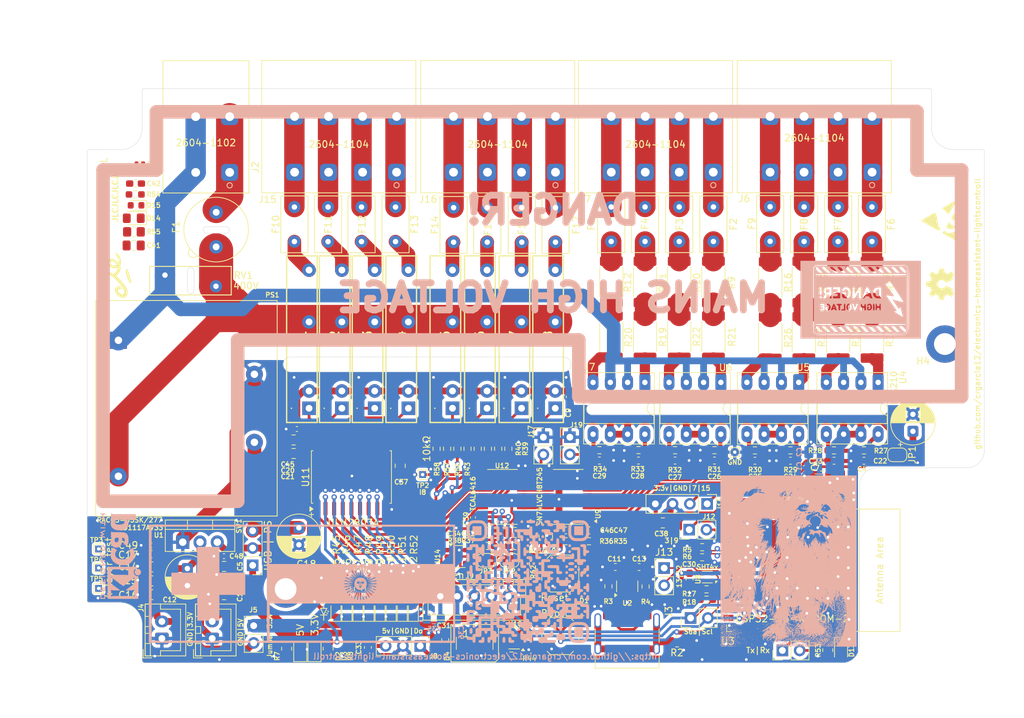
<source format=kicad_pcb>
(kicad_pcb (version 20241229) (generator "pcbnew") (generator_version "9.0")
  (title_block (title "Home Assistant module for lights control") (date "2025-08-19") (rev "20250819.26.1") (comment 1 "https://docs.rs-online.com/e49b/0900766b816e00ad.pdf") (comment 2 "https://media.distrelec.com/Web/Downloads/_t/ds/1862291_eng_tds.pdf") (comment 3 "case size: 62.8 (H) x 88.8 (W) x 138.8 (L)") (comment 4 "Board prepared for RS PRO Modular Enclosure for DIN rail 1862291"))
  (layers (0 "F.Cu" signal) (4 "In1.Cu" signal) (6 "In2.Cu" signal) (2 "B.Cu" signal) (13 "F.Paste" user) (15 "B.Paste" user) (5 "F.SilkS" user "F.Silkscreen") (7 "B.SilkS" user "B.Silkscreen") (1 "F.Mask" user) (3 "B.Mask" user) (25 "Edge.Cuts" user))
  (net 0 "")
  (net 1 "220VAC(L)")
  (net 2 "5V+")
  (net 3 "3.3V+")
  (net 4 "Net-(F1-Pad1)")
  (net 5 "Net-(F2-Pad1)")
  (net 6 "Net-(F3-Pad1)")
  (net 7 "Net-(F4-Pad1)")
  (net 8 "Net-(F5-Pad1)")
  (net 9 "Net-(J4-Pin_2)")
  (net 10 "220VAC(N)")
  (net 11 "EN")
  (net 12 "IO0")
  (net 13 "RXD0")
  (net 14 "TXD0")
  (net 15 "VBUS")
  (net 16 "GND")
  (net 17 "Net-(F2-Pad2)")
  (net 18 "Net-(F3-Pad2)")
  (net 19 "Net-(F4-Pad2)")
  (net 20 "Net-(F7-Pad1)")
  (net 21 "SDA")
  (net 22 "SCL")
  (net 23 "Net-(F8-Pad1)")
  (net 24 "Net-(F9-Pad1)")
  (net 25 "220VAC(N)-LowV")
  (net 26 "GPIO3")
  (net 27 "5V+_PS")
  (net 28 "Net-(F5-Pad2)")
  (net 29 "Net-(F6-Pad1)")
  (net 30 "Net-(D1-A)")
  (net 31 "Net-(D2-A)")
  (net 32 "Net-(D3-A)")
  (net 33 "Net-(D5-A)")
  (net 34 "Net-(D6-A)")
  (net 35 "Net-(D7-A)")
  (net 36 "GPIO9")
  (net 37 "Net-(D8-A)")
  (net 38 "Net-(D9-A)")
  (net 39 "Net-(D10-A)")
  (net 40 "Net-(D11-A)")
  (net 41 "Net-(D4-DIN)")
  (net 42 "Net-(D4-DOUT)")
  (net 43 "/ESP-D+")
  (net 44 "/ESP-D-")
  (net 45 "GPIO12")
  (net 46 "LED-GPIO")
  (net 47 "Net-(D13-A)")
  (net 48 "Net-(J3-D+-PadA6)")
  (net 49 "Net-(R15-Pad2)")
  (net 51 "Net-(R16-Pad2)")
  (net 52 "Net-(J3-CC1)")
  (net 53 "Net-(J3-SHIELD)")
  (net 54 "Net-(J3-CC2)")
  (net 56 "Net-(J3-D--PadA7)")
  (net 57 "Net-(U11-O1)")
  (net 58 "Net-(U11-O2)")
  (net 59 "Net-(U11-O3)")
  (net 60 "Net-(U11-O4)")
  (net 61 "GPIO13")
  (net 62 "Net-(U11-O5)")
  (net 63 "Net-(U11-O6)")
  (net 64 "Net-(U11-O7)")
  (net 65 "Net-(U11-O8)")
  (net 66 "Net-(R21-Pad1)")
  (net 67 "Net-(R10-Pad2)")
  (net 68 "Net-(R11-Pad2)")
  (net 69 "Net-(F10-Pad1)")
  (net 70 "Net-(F10-Pad2)")
  (net 71 "Net-(F11-Pad1)")
  (net 72 "Net-(F11-Pad2)")
  (net 73 "Net-(F12-Pad1)")
  (net 74 "Net-(F12-Pad2)")
  (net 75 "Net-(F13-Pad1)")
  (net 76 "Net-(F13-Pad2)")
  (net 77 "Net-(F14-Pad1)")
  (net 78 "Net-(F14-Pad2)")
  (net 79 "Net-(F15-Pad1)")
  (net 80 "Net-(F15-Pad2)")
  (net 81 "Net-(F16-Pad1)")
  (net 82 "Net-(F16-Pad2)")
  (net 83 "Net-(F17-Pad1)")
  (net 84 "Net-(F17-Pad2)")
  (net 85 "Net-(R12-Pad2)")
  (net 86 "Net-(R13-Pad2)")
  (net 87 "Net-(R14-Pad2)")
  (net 88 "Net-(R19-Pad2)")
  (net 89 "Net-(R20-Pad2)")
  (net 90 "Net-(R21-Pad2)")
  (net 91 "Net-(R22-Pad2)")
  (net 92 "Net-(R23-Pad2)")
  (net 93 "Net-(R24-Pad2)")
  (net 94 "Net-(R25-Pad2)")
  (net 95 "Net-(R26-Pad2)")
  (net 98 "RGBLED")
  (net 104 "GPIO7")
  (net 107 "Net-(F6-Pad2)")
  (net 108 "Net-(F7-Pad2)")
  (net 109 "Net-(F8-Pad2)")
  (net 110 "Net-(F9-Pad2)")
  (net 111 "Net-(D12-A)")
  (net 114 "GPIO15")
  (net 116 "Net-(JP1-B)")
  (net 126 "Net-(JP2-B)")
  (net 141 "Net-(U12-P04)")
  (net 142 "Net-(U12-P00)")
  (net 143 "Net-(U12-P05)")
  (net 144 "Net-(U12-P01)")
  (net 145 "Net-(U12-P06)")
  (net 146 "Net-(U12-P03)")
  (net 147 "Net-(U12-P02)")
  (net 148 "Net-(C11-Pad1)")
  (net 149 "Net-(C13-Pad1)")
  (net 150 "Net-(U9-A1)")
  (net 151 "Net-(U9-A2)")
  (net 152 "Net-(U9-A3)")
  (net 153 "Net-(U9-A4)")
  (net 154 "Net-(U9-A5)")
  (net 155 "Net-(U9-A6)")
  (net 156 "Net-(U9-A7)")
  (net 157 "VccA")
  (net 158 "Net-(J19-Pin_2)")
  (net 159 "Net-(J17-Pin_2)")
  (net 161 "TCAL_INT")
  (net 162 "Net-(U11-I1)")
  (net 163 "Net-(U11-I2)")
  (net 164 "Net-(U11-I3)")
  (net 165 "Net-(U11-I4)")
  (net 166 "Net-(U11-I5)")
  (net 167 "Net-(U11-I8)")
  (net 168 "Net-(U11-I7)")
  (net 169 "Net-(U11-I6)")
  (net 170 "Net-(JP2-A)")
  (net 171 "OUT_ENABLE")
  (net 172 "Net-(JP3-A)")
  (net 173 "Net-(U9-~{OE})")
  (net 176 "Net-(TP3-Pad1)")
  (footprint "Connector_PinHeader_2.54mm:PinHeader_1x02_P2.54mm_Vertical" (layer "F.Cu") (at 47.55 110.02)
    (property "Reference" "J5" (at -0.05 -2.32 0) (layer "F.SilkS") (effects (font (size 0.7 0.7))))
    (property "Value" "Jumper 3.3v" (at 2.35 1.48 90) (layer "F.SilkS") (effects (font (size 0.7 0.7))))
    (pad "1" thru_hole rect (at 0 0) (size 1.7 1.7) (drill 1) (layers "*.Cu" "*.Mask") (net 3 "3.3V+"))
    (pad "2" thru_hole circle (at 0 2.54) (size 1.7 1.7) (drill 1) (layers "*.Cu" "*.Mask") (net 9 "Net-(J4-Pin_2)"))
  )
  (footprint "Resistor_SMD:R_2512_6332Metric_Pad1.40x3.35mm_HandSolder" (layer "F.Cu") (at 100.151 59.4615 -90)
    (property "Reference" "R12" (at 0.0788 -2.3982 90) (layer "F.SilkS"))
    (property "Value" "150kΩ1w" (hide yes))
    (pad "1" smd roundrect (at -3.05 0 270) (size 1.4 3.35) (layers "F.Cu" "F.Mask" "F.Paste") (roundrect_rratio 0.178571) (net 8 "Net-(F5-Pad1)"))
    (pad "2" smd roundrect (at 3.05 0 270) (size 1.4 3.35) (layers "F.Cu" "F.Mask" "F.Paste") (roundrect_rratio 0.178571) (net 85 "Net-(R12-Pad2)"))
  )
  (footprint "Resistor_SMD:R_2512_6332Metric_Pad1.40x3.35mm_HandSolder" (layer "F.Cu") (at 105.104 59.4615 -90)
    (property "Reference" "R11" (at 0.1015 -2.6174 90) (layer "F.SilkS"))
    (property "Value" "150kΩ1w" (hide yes))
    (pad "1" smd roundrect (at -3.05 0 270) (size 1.4 3.35) (layers "F.Cu" "F.Mask" "F.Paste") (roundrect_rratio 0.178571) (net 7 "Net-(F4-Pad1)"))
    (pad "2" smd roundrect (at 3.05 0 270) (size 1.4 3.35) (layers "F.Cu" "F.Mask" "F.Paste") (roundrect_rratio 0.178571) (net 68 "Net-(R11-Pad2)"))
  )
  (footprint "Varistor:RV_Disc_D12mm_W4.2mm_P7.5mm" (layer "F.Cu") (at 34.5024 58.46307)
    (property "Reference" "RV1" (hide yes))
    (property "Value" "400V" (at 11.8976 1.58693 0) (layer "F.SilkS"))
    (fp_text user "${REFERENCE}" (at 11.5476 0.03693 0) (layer "F.SilkS"))
    (pad "1" thru_hole circle (at 0 0) (size 1.8 1.8) (drill 0.8) (layers "*.Cu" "*.Mask") (net 10 "220VAC(N)"))
    (pad "2" thru_hole circle (at 7.5 1.63333) (size 1.8 1.8) (drill 0.8) (layers "*.Cu" "*.Mask") (net 1 "220VAC(L)"))
  )
  (footprint "Resistor_SMD:R_2512_6332Metric_Pad1.40x3.35mm_HandSolder" (layer "F.Cu") (at 105.104 67.5133 -90)
    (property "Reference" "R19" (at 0.0507 -2.6174 90) (layer "F.SilkS"))
    (property "Value" "150kΩ1w" (hide yes))
    (pad "1" smd roundrect (at -3.05 0 270) (size 1.4 3.35) (layers "F.Cu" "F.Mask" "F.Paste") (roundrect_rratio 0.178571) (net 68 "Net-(R11-Pad2)"))
    (pad "2" smd roundrect (at 3.05 0 270) (size 1.4 3.35) (layers "F.Cu" "F.Mask" "F.Paste") (roundrect_rratio 0.178571) (net 88 "Net-(R19-Pad2)"))
  )
  (footprint "Resistor_SMD:R_2512_6332Metric_Pad1.40x3.35mm_HandSolder" (layer "F.Cu") (at 100.151 67.5133 -90)
    (property "Reference" "R20" (at 0.0808 -2.5182 270) (layer "F.SilkS"))
    (property "Value" "150kΩ1w" (hide yes))
    (pad "1" smd roundrect (at -3.05 0 270) (size 1.4 3.35) (layers "F.Cu" "F.Mask" "F.Paste") (roundrect_rratio 0.178571) (net 85 "Net-(R12-Pad2)"))
    (pad "2" smd roundrect (at 3.05 0 270) (size 1.4 3.35) (layers "F.Cu" "F.Mask" "F.Paste") (roundrect_rratio 0.178571) (net 89 "Net-(R20-Pad2)"))
  )
  (footprint "LED_SMD:LED_0805_2012Metric_Pad1.15x1.40mm_HandSolder" (layer "F.Cu") (at 54.4 113.45 90)
    (property "Reference" "D2" (at -1.06 5.6 270) (layer "F.SilkS") (effects (font (size 0.7 0.7))))
    (property "Value" "5V" (at 2.775 0 90) (layer "F.SilkS"))
    (pad "1" smd roundrect (at -1.025 0 90) (size 1.15 1.4) (layers "F.Cu" "F.Mask" "F.Paste") (roundrect_rratio 0.217391) (net 16 "GND"))
    (pad "2" smd roundrect (at 1.025 0 90) (size 1.15 1.4) (layers "F.Cu" "F.Mask" "F.Paste") (roundrect_rratio 0.217391) (net 31 "Net-(D2-A)"))
  )
  (footprint "Resistor_SMD:R_0805_2012Metric_Pad1.20x1.40mm_HandSolder" (layer "F.Cu") (at 52.4 113.4 90)
    (property "Reference" "R7" (at -1.1 -1.4 270) (layer "F.SilkS") (effects (font (size 0.7 0.7))))
    (property "Value" "150Ω" (hide yes))
    (pad "1" smd roundrect (at -1 0 90) (size 1.2 1.4) (layers "F.Cu" "F.Mask" "F.Paste") (roundrect_rratio 0.208333) (net 31 "Net-(D2-A)"))
    (pad "2" smd roundrect (at 1 0 90) (size 1.2 1.4) (layers "F.Cu" "F.Mask" "F.Paste") (roundrect_rratio 0.208333) (net 2 "5V+"))
  )
  (footprint "Connector_JST:JST_XH_B2B-XH-A_1x02_P2.50mm_Vertical" (layer "F.Cu") (at 41.45 111.8997 90)
    (property "Reference" "J1" (at 5.6997 -0.8393 180) (layer "F.SilkS") (effects (font (size 0.7 0.7))))
    (property "Value" "GND|5V" (at 0.8997 4.1607 90) (layer "F.SilkS") (effects (font (size 0.7 0.7))))
    (pad "1" thru_hole roundrect (at 0 0 90) (size 1.7 2) (drill 1) (layers "*.Cu" "*.Mask") (roundrect_rratio 0.147059) (net 16 "GND"))
    (pad "2" thru_hole oval (at 2.5 0 90) (size 1.7 2) (drill 1) (layers "*.Cu" "*.Mask") (net 2 "5V+"))
  )
  (footprint "Hamodule_Icons_Footprints:che" (layer "F.Cu") (at 27.25 58.5 90)
    (property "Reference" "G10" (hide yes))
    (property "Value" "Che" (hide yes))
  )
  (footprint "Capacitor_SMD:C_0805_2012Metric_Pad1.18x1.45mm_HandSolder" (layer "F.Cu") (at 32.4827 101.3698 180)
    (property "Reference" "C14" (at 3.3827 0.0254 180) (layer "F.SilkS"))
    (property "Value" "100nF")
    (pad "1" smd roundrect (at -1.0375 0 180) (size 1.175 1.45) (layers "F.Cu" "F.Mask" "F.Paste") (roundrect_rratio 0.212766) (net 9 "Net-(J4-Pin_2)"))
    (pad "2" smd roundrect (at 1.0375 0 180) (size 1.175 1.45) (layers "F.Cu" "F.Mask" "F.Paste") (roundrect_rratio 0.212766) (net 16 "GND"))
  )
  (footprint "Capacitor_SMD:C_0805_2012Metric_Pad1.18x1.45mm_HandSolder" (layer "F.Cu") (at 43.2 103.4 180)
    (property "Reference" "C8" (at -2.3375 -0.0381 90) (layer "F.SilkS") (effects (font (size 0.7 0.7))))
    (property "Value" "22uF")
    (pad "1" smd roundrect (at -1.0375 0 180) (size 1.175 1.45) (layers "F.Cu" "F.Mask" "F.Paste") (roundrect_rratio 0.212766) (net 2 "5V+"))
    (pad "2" smd roundrect (at 1.0375 0 180) (size 1.175 1.45) (layers "F.Cu" "F.Mask" "F.Paste") (roundrect_rratio 0.212766) (net 16 "GND"))
  )
  (footprint "Hamodule_Footprints:RAC05-05SK_277" (layer "F.Cu") (at 37.656 78.0466)
    (property "Reference" "PS1" (at 12.644 -16.66686 0) (layer "F.SilkS") (effects (font (size 0.7 0.7))))
    (property "Value" "RAC05-05SK/277" (at -8.356 16.4326 0) (layer "F.SilkS") (effects (font (size 0.7 0.7))))
    (pad "1" thru_hole rect (at -10 -10) (size 2.5 2.5) (drill 1.1) (layers "*.Cu" "*.Mask") (net 10 "220VAC(N)"))
    (pad "5" thru_hole circle (at -10 10) (size 2.5 2.5) (drill 1.1) (layers "*.Cu" "*.Mask") (net 1 "220VAC(L)"))
    (pad "7" thru_hole circle (at 10 5) (size 2.5 2.5) (drill 1.1) (layers "*.Cu" "*.Mask") (net 27 "5V+_PS"))
    (pad "9" thru_hole circle (at 10 -5) (size 2.5 2.5) (drill 1.1) (layers "*.Cu" "*.Mask") (net 16 "GND"))
  )
  (footprint "Package_TO_SOT_THT:TO-220-3_Vertical" (layer "F.Cu") (at 37.1187 97.7392)
    (property "Reference" "U1" (at -3.5187 -1.0392 0) (layer "F.SilkS") (effects (font (size 0.7 0.7))))
    (property "Value" "LD1117AV33" (at -6.1187 -2.1392 180) (layer "F.SilkS") (effects (font (size 0.7 0.7))))
    (pad "1" thru_hole rect (at 0 0) (size 1.905 2) (drill 1.1) (layers "*.Cu" "*.Mask") (net 16 "GND"))
    (pad "2" thru_hole oval (at 2.54 0) (size 1.905 2) (drill 1.1) (layers "*.Cu" "*.Mask") (net 9 "Net-(J4-Pin_2)"))
    (pad "3" thru_hole oval (at 5.08 0) (size 1.905 2) (drill 1.1) (layers "*.Cu" "*.Mask") (net 2 "5V+"))
  )
  (footprint "Hamodule_Footprints:WAGO_2604-1104" (layer "F.Cu") (at 68.5678 43.3324 180)
    (property "Reference" "J15" (at 18.9678 -4 180) (layer "F.SilkS"))
    (property "Value" "2604-1104" (at 8.499998 4.099999 180) (layer "F.SilkS"))
    (fp_text user "*" (at 0 0 180) (layer "F.SilkS"))
    (pad "1" thru_hole roundrect (at 0 0 180) (size 2.5 2.5) (drill 1.2954) (layers "*.Cu" "*.Mask") (net 76 "Net-(F13-Pad2)"))
    (pad "2" thru_hole roundrect (at 0 8.199999 180) (size 2.5 2.5) (drill 1.2954) (layers "*.Cu" "*.Mask") (net 76 "Net-(F13-Pad2)"))
    (pad "3" thru_hole roundrect (at 5 0 180) (size 2.5 2.5) (drill 1.2954) (layers "*.Cu" "*.Mask") (net 74 "Net-(F12-Pad2)"))
    (pad "4" thru_hole roundrect (at 5 8.199999 180) (size 2.5 2.5) (drill 1.2954) (layers "*.Cu" "*.Mask") (net 74 "Net-(F12-Pad2)"))
    (pad "5" thru_hole roundrect (at 10 0 180) (size 2.5 2.5) (drill 1.2954) (layers "*.Cu" "*.Mask") (net 72 "Net-(F11-Pad2)"))
    (pad "6" thru_hole roundrect (at 10 8.199999 180) (size 2.5 2.5) (drill 1.2954) (layers "*.Cu" "*.Mask") (net 72 "Net-(F11-Pad2)"))
    (pad "7" thru_hole roundrect (at 15 0 180) (size 2.5 2.5) (drill 1.2954) (layers "*.Cu" "*.Mask") (net 70 "Net-(F10-Pad2)"))
    (pad "8" thru_hole roundrect (at 15 8.199999 180) (size 2.5 2.5) (drill 1.2954) (layers "*.Cu" "*.Mask") (net 70 "Net-(F10-Pad2)"))
  )
  (footprint "Hamodule_Footprints:WAGO-2604-1102" (layer "F.Cu") (at 44.02 43.355999 180)
    (property "Reference" "J2" (at -3.78 0.755999 270) (layer "F.SilkS"))
    (property "Value" "2604-1102" (at 3.499998 4.355999 180) (layer "F.SilkS"))
    (fp_text user "*" (at 0 0 180) (layer "F.SilkS"))
    (pad "1" thru_hole roundrect (at 0 0 180) (size 2.5 2.5) (drill 1.2954) (layers "*.Cu" "*.Mask") (net 4 "Net-(F1-Pad1)"))
    (pad "2" thru_hole roundrect (at 0 8.199999 180) (size 2.5 2.5) (drill 1.2954) (layers "*.Cu" "*.Mask") (net 4 "Net-(F1-Pad1)"))
    (pad "3" thru_hole roundrect (at 5 0 180) (size 2.5 2.5) (drill 1.2954) (layers "*.Cu" "*.Mask") (net 10 "220VAC(N)"))
    (pad "4" thru_hole roundrect (at 5 8.199999 180) (size 2.5 2.5) (drill 1.2954) (layers "*.Cu" "*.Mask") (net 10 "220VAC(N)"))
  )
  (footprint "Hamodule_Footprints:WAGO_2604-1104" (layer "F.Cu") (at 115.14 43.328199 180)
    (property "Reference" "J7" (at 18.84 -3.971801 180) (layer "F.SilkS"))
    (property "Value" "2604-1104" (at 8.499998 4.099999 180) (layer "F.SilkS"))
    (fp_text user "*" (at 0 0 180) (layer "F.SilkS"))
    (pad "1" thru_hole roundrect (at 0 0 180) (size 2.5 2.5) (drill 1.2954) (layers "*.Cu" "*.Mask") (net 17 "Net-(F2-Pad2)"))
    (pad "2" thru_hole roundrect (at 0 8.199999 180) (size 2.5 2.5) (drill 1.2954) (layers "*.Cu" "*.Mask") (net 17 "Net-(F2-Pad2)"))
    (pad "3" thru_hole roundrect (at 5 0 180) (size 2.5 2.5) (drill 1.2954) (layers "*.Cu" "*.Mask") (net 18 "Net-(F3-Pad2)"))
    (pad "4" thru_hole roundrect (at 5 8.199999 180) (size 2.5 2.5) (drill 1.2954) (layers "*.Cu" "*.Mask") (net 18 "Net-(F3-Pad2)"))
    (pad "5" thru_hole roundrect (at 10 0 180) (size 2.5 2.5) (drill 1.2954) (layers "*.Cu" "*.Mask") (net 19 "Net-(F4-Pad2)"))
    (pad "6" thru_hole roundrect (at 10 8.199999 180) (size 2.5 2.5) (drill 1.2954) (layers "*.Cu" "*.Mask") (net 19 "Net-(F4-Pad2)"))
    (pad "7" thru_hole roundrect (at 15 0 180) (size 2.5 2.5) (drill 1.2954) (layers "*.Cu" "*.Mask") (net 28 "Net-(F5-Pad2)"))
    (pad "8" thru_hole roundrect (at 15 8.199999 180) (size 2.5 2.5) (drill 1.2954) (layers "*.Cu" "*.Mask") (net 28 "Net-(F5-Pad2)"))
  )
  (footprint "Fuse:Fuseholder_TR5_Littelfuse_No560_No460" (layer "F.Cu") (at 42.037 49.2252 -90)
    (property "Reference" "F1" (at 2.17 5.9 270) (layer "F.SilkS"))
    (property "Value" "250V500mA")
    (pad "1" thru_hole circle (at 0 0 270) (size 2 2) (drill 1) (layers "*.Cu" "*.Mask") (net 4 "Net-(F1-Pad1)"))
    (pad "2" thru_hole circle (at 5.08 0.01 270) (size 2 2) (drill 1) (layers "*.Cu" "*.Mask") (net 1 "220VAC(L)"))
  )
  (footprint "Package_DIP:DIP-8_W7.62mm_Socket_LongPads" (layer "F.Cu") (at 139.389178 74.236118 -90)
    (property "Reference" "U4" (at -0.736118 -3.610822 90) (layer "F.SilkS"))
    (property "Value" "LDA210")
    (pad "1" thru_hole roundrect (at 0 0 270) (size 2.4 1.6) (drill 0.8) (layers "*.Cu" "*.Mask") (roundrect_rratio 0.15625) (net 92 "Net-(R23-Pad2)"))
    (pad "2" thru_hole oval (at 0 2.54 270) (size 2.4 1.6) (drill 0.8) (layers "*.Cu" "*.Mask") (net 25 "220VAC(N)-LowV"))
    (pad "3" thru_hole oval (at 0 5.08 270) (size 2.4 1.6) (drill 0.8) (layers "*.Cu" "*.Mask") (net 25 "220VAC(N)-LowV"))
    (pad "4" thru_hole oval (at 0 7.62 270) (size 2.4 1.6) (drill 0.8) (layers "*.Cu" "*.Mask") (net 93 "Net-(R24-Pad2)"))
    (pad "5" thru_hole oval (at 7.62 7.62 270) (size 2.4 1.6) (drill 0.8) (layers "*.Cu" "*.Mask") (net 151 "Net-(U9-A2)"))
    (pad "6" thru_hole oval (at 7.62 5.08 270) (size 2.4 1.6) (drill 0.8) (layers "*.Cu" "*.Mask") (net 3 "3.3V+"))
    (pad "7" thru_hole oval (at 7.62 2.54 270) (size 2.4 1.6) (drill 0.8) (layers "*.Cu" "*.Mask") (net 3 "3.3V+"))
    (pad "8" thru_hole oval (at 7.62 0 270) (size 2.4 1.6) (drill 0.8) (layers "*.Cu" "*.Mask") (net 150 "Net-(U9-A1)"))
  )
  (footprint "Resistor_SMD:R_2512_6332Metric_Pad1.40x3.35mm_HandSolder" (layer "F.Cu") (at 115.1624 67.5133 -90)
    (property "Reference" "R21" (at 0.0234 -2.7178 90) (layer "F.SilkS"))
    (property "Value" "150kΩ1w" (hide yes))
    (pad "1" smd roundrect (at -3.05 0 270) (size 1.4 3.35) (layers "F.Cu" "F.Mask" "F.Paste") (roundrect_rratio 0.178571) (net 66 "Net-(R21-Pad1)"))
    (pad "2" smd roundrect (at 3.05 0 270) (size 1.4 3.35) (layers "F.Cu" "F.Mask" "F.Paste") (roundrect_rratio 0.178571) (net 90 "Net-(R21-Pad2)"))
  )
  (footprint "Resistor_SMD:R_2512_6332Metric_Pad1.40x3.35mm_HandSolder" (layer "F.Cu") (at 110.1332 59.4615 -90)
    (property "Reference" "R10" (at 0.1015 -2.592 90) (layer "F.SilkS"))
    (property "Value" "150kΩ1w" (hide yes))
    (pad "1" smd roundrect (at -3.05 0 270) (size 1.4 3.35) (layers "F.Cu" "F.Mask" "F.Paste") (roundrect_rratio 0.178571) (net 6 "Net-(F3-Pad1)"))
    (pad "2" smd roundrect (at 3.05 0 270) (size 1.4 3.35) (layers "F.Cu" "F.Mask" "F.Paste") (roundrect_rratio 0.178571) (net 67 "Net-(R10-Pad2)"))
  )
  (footprint "Resistor_SMD:R_2512_6332Metric_Pad1.40x3.35mm_HandSolder" (layer "F.Cu") (at 115.1624 59.4615 -90)
    (property "Reference" "R9" (at 0.132 -2.6676 90) (layer "F.SilkS"))
    (property "Value" "150kΩ1w" (hide yes))
    (pad "1" smd roundrect (at -3.05 0 270) (size 1.4 3.35) (layers "F.Cu" "F.Mask" "F.Paste") (roundrect_rratio 0.178571) (net 5 "Net-(F2-Pad1)"))
    (pad "2" smd roundrect (at 3.05 0 270) (size 1.4 3.35) (layers "F.Cu" "F.Mask" "F.Paste") (roundrect_rratio 0.178571) (net 66 "Net-(R21-Pad1)"))
  )
  (footprint "Package_DIP:DIP-8_W7.62mm_Socket_LongPads" (layer "F.Cu") (at 105.0813 74.2396 -90)
    (property "Reference" "U7" (at -2.256 8.2941 0) (layer "F.SilkS"))
    (property "Value" "LDA210" (at 0.8104 -36.6187 90) (layer "F.SilkS") (effects (font (size 0.9 0.9))))
    (pad "1" thru_hole roundrect (at 0 0 270) (size 2.4 1.6) (drill 0.8) (layers "*.Cu" "*.Mask") (roundrect_rratio 0.15625) (net 88 "Net-(R19-Pad2)"))
    (pad "2" thru_hole oval (at 0 2.54 270) (size 2.4 1.6) (drill 0.8) (layers "*.Cu" "*.Mask") (net 25 "220VAC(N)-LowV"))
    (pad "3" thru_hole oval (at 0 5.08 270) (size 2.4 1.6) (drill 0.8) (layers "*.Cu" "*.Mask") (net 25 "220VAC(N)-LowV"))
    (pad "4" thru_hole oval (at 0 7.62 270) (size 2.4 1.6) (drill 0.8) (layers "*.Cu" "*.Mask") (net 89 "Net-(R20-Pad2)"))
    (pad "5" thru_hole oval (at 7.62 7.62 270) (size 2.4 1.6) (drill 0.8) (layers "*.Cu" "*.Mask") (net 158 "Net-(J19-Pin_2)"))
    (pad "6" thru_hole oval (at 7.62 5.08 270) (size 2.4 1.6) (drill 0.8) (layers "*.Cu" "*.Mask") (net 3 "3.3V+"))
    (pad "7" thru_hole oval (at 7.62 2.54 270) (size 2.4 1.6) (drill 0.8) (layers "*.Cu" "*.Mask") (net 3 "3.3V+"))
    (pad "8" thru_hole oval (at 7.62 0 270) (size 2.4 1.6) (drill 0.8) (layers "*.Cu" "*.Mask") (net 156 "Net-(U9-A7)"))
  )
  (footprint "Package_DIP:DIP-8_W7.62mm_Socket_LongPads" (layer "F.Cu") (at 116.2573 74.2396 -90)
    (property "Reference" "U6" (at -2.1798 -0.7229 0) (layer "F.SilkS"))
    (property "Value" "LDA210" (hide yes))
    (pad "1" thru_hole roundrect (at 0 0 270) (size 2.4 1.6) (drill 0.8) (layers "*.Cu" "*.Mask") (roundrect_rratio 0.15625) (net 90 "Net-(R21-Pad2)"))
    (pad "2" thru_hole oval (at 0 2.54 270) (size 2.4 1.6) (drill 0.8) (layers "*.Cu" "*.Mask") (net 25 "220VAC(N)-LowV"))
    (pad "3" thru_hole oval (at 0 5.08 270) (size 2.4 1.6) (drill 0.8) (layers "*.Cu" "*.Mask") (net 25 "220VAC(N)-LowV"))
    (pad "4" thru_hole oval (at 0 7.62 270) (size 2.4 1.6) (drill 0.8) (layers "*.Cu" "*.Mask") (net 91 "Net-(R22-Pad2)"))
    (pad "5" thru_hole oval (at 7.62 7.62 270) (size 2.4 1.6) (drill 0.8) (layers "*.Cu" "*.Mask") (net 155 "Net-(U9-A6)"))
    (pad "6" thru_hole oval (at 7.62 5.08 270) (size 2.4 1.6) (drill 0.8) (layers "*.Cu" "*.Mask") (net 3 "3.3V+"))
    (pad "7" thru_hole oval (at 7.62 2.54 270) (size 2.4 1.6) (drill 0.8) (layers "*.Cu" "*.Mask") (net 3 "3.3V+"))
    (pad "8" thru_hole oval (at 7.62 0 270) (size 2.4 1.6) (drill 0.8) (layers "*.Cu" "*.Mask") (net 154 "Net-(U9-A5)"))
  )
  (footprint "Resistor_SMD:R_2512_6332Metric_Pad1.40x3.35mm_HandSolder" (layer "F.Cu") (at 110.1332 67.5133 -90)
    (property "Reference" "R22" (at -0.0001 -2.5666 90) (layer "F.SilkS"))
    (property "Value" "150kΩ1w" (hide yes))
    (pad "1" smd roundrect (at -3.05 0 270) (size 1.4 3.35) (layers "F.Cu" "F.Mask" "F.Paste") (roundrect_rratio 0.178571) (net 67 "Net-(R10-Pad2)"))
    (pad "2" smd roundrect (at 3.05 0 270) (size 1.4 3.35) (layers "F.Cu" "F.Mask" "F.Paste") (roundrect_rratio 0.178571) (net 91 "Net-(R22-Pad2)"))
  )
  (footprint "Resistor_SMD:R_0603_1608Metric_Pad0.98x0.95mm_HandSolder" (layer "F.Cu") (at 131.376902 89.787199)
    (property "Reference" "R1" (at -4.876902 0.612801 180) (layer "F.SilkS") (effects (font (size 0.7 0.7))))
    (property "Value" "10kΩ" (hide yes))
    (pad "1" smd roundrect (at -0.9125 0) (size 0.975 0.95) (layers "F.Cu" "F.Mask" "F.Paste") (net 11 "EN"))
    (pad "2" smd roundrect (at 0.9125 0) (size 0.975 0.95) (layers "F.Cu" "F.Mask" "F.Paste") (net 3 "3.3V+"))
  )
  (footprint "Capacitor_SMD:C_0603_1608Metric_Pad1.08x0.95mm_HandSolder" (layer "F.Cu") (at 131.364402 91.311199 180)
    (property "Reference" "C3" (at 4.864402 -0.088801 180) (layer "F.SilkS") (effects (font (size 0.7 0.7) (thickness 0.15) (bold yes))))
    (property "Value" "100nF" (hide yes))
    (pad "1" smd roundrect (at -0.8625 0 180) (size 1.075 0.95) (layers "F.Cu" "F.Mask" "F.Paste") (net 11 "EN"))
    (pad "2" smd roundrect (at 0.8625 0 180) (size 1.075 0.95) (layers "F.Cu" "F.Mask" "F.Paste") (net 16 "GND"))
  )
  (footprint "Connector_JST:JST_XH_B2B-XH-A_1x02_P2.50mm_Vertical" (layer "F.Cu") (at 34.05 111.8997 90)
    (property "Reference" "J4" (at 4.4997 -3.05 270) (layer "F.SilkS") (effects (font (size 0.7 0.7))))
    (property "Value" "GND|3.3V" (at 1.3497 4.15 270) (layer "F.SilkS") (effects (font (size 0.7 0.7))))
    (pad "1" thru_hole roundrect (at 0 0 90) (size 1.7 2) (drill 1) (layers "*.Cu" "*.Mask") (roundrect_rratio 0.147059) (net 16 "GND"))
    (pad "2" thru_hole oval (at 2.5 0 90) (size 1.7 2) (drill 1) (layers "*.Cu" "*.Mask") (net 9 "Net-(J4-Pin_2)"))
  )
  (footprint "Button_Switch_SMD:SW_SPST_SKQG_WithStem" (layer "F.Cu") (at 92.647 102.35)
    (property "Reference" "SW2" (hide yes))
    (property "Value" "Reset" (at -0.847 3.55 180) (layer "F.SilkS"))
    (pad "1" smd rect (at -3.1 -1.85) (size 1.8 1.1) (layers "F.Cu" "F.Mask" "F.Paste") (net 11 "EN"))
    (pad "1" smd rect (at 3.1 -1.85) (size 1.8 1.1) (layers "F.Cu" "F.Mask" "F.Paste") (net 11 "EN"))
    (pad "2" smd rect (at -3.1 1.85) (size 1.8 1.1) (layers "F.Cu" "F.Mask" "F.Paste") (net 16 "GND"))
    (pad "2" smd rect (at 3.1 1.85) (size 1.8 1.1) (layers "F.Cu" "F.Mask" "F.Paste") (net 16 "GND"))
    (zone (net 0) (net_name "") (layer "F.Cu") (connect_pads (clearance 0)) (min_thickness 0.254)
      (keepout (tracks not_allowed) (vias not_allowed) (pads not_allowed) (copperpour not_allowed) (footprints not_allowed))
      (fill (thermal_gap 0.508) (thermal_bridge_width 0.508))
      (polygon (pts (xy 88.647 101.05) (xy 91.647 101.05) (xy 91.647 103.65) (xy 88.647 103.65)))
    )
    (zone (net 0) (net_name "") (layer "F.Cu") (connect_pads (clearance 0)) (min_thickness 0.254)
      (keepout (tracks not_allowed) (vias not_allowed) (pads not_allowed) (copperpour not_allowed) (footprints not_allowed))
      (fill (thermal_gap 0.508) (thermal_bridge_width 0.508))
      (polygon (pts (xy 93.647 101.05) (xy 96.647 101.05) (xy 96.647 103.65) (xy 93.647 103.65)))
    )
  )
  (footprint "Button_Switch_SMD:SW_SPST_SKQG_WithStem" (layer "F.Cu") (at 92.6458 111.5526)
    (property "Reference" "SW3" (hide yes))
    (property "Value" "Boot" (at -1.1458 -3.3526 0) (layer "F.SilkS"))
    (pad "1" smd rect (at -3.1 -1.85) (size 1.8 1.1) (layers "F.Cu" "F.Mask" "F.Paste") (net 12 "IO0"))
    (pad "1" smd rect (at 3.1 -1.85) (size 1.8 1.1) (layers "F.Cu" "F.Mask" "F.Paste") (net 12 "IO0"))
    (pad "2" smd rect (at -3.1 1.85) (size 1.8 1.1) (layers "F.Cu" "F.Mask" "F.Paste") (net 16 "GND"))
    (pad "2" smd rect (at 3.1 1.85) (size 1.8 1.1) (layers "F.Cu" "F.Mask" "F.Paste") (net 16 "GND"))
    (zone (net 0) (net_name "") (layer "F.Cu") (connect_pads (clearance 0)) (min_thickness 0.254)
      (keepout (tracks not_allowed) (vias not_allowed) (pads not_allowed) (copperpour not_allowed) (footprints not_allowed))
      (fill (thermal_gap 0.508) (thermal_bridge_width 0.508))
      (polygon (pts (xy 88.6458 110.2526) (xy 91.6458 110.2526) (xy 91.6458 112.8526) (xy 88.6458 112.8526)))
    )
    (zone (net 0) (net_name "") (layer "F.Cu") (connect_pads (clearance 0)) (min_thickness 0.254)
      (keepout (tracks not_allowed) (vias not_allowed) (pads not_allowed) (copperpour not_allowed) (footprints not_allowed))
      (fill (thermal_gap 0.508) (thermal_bridge_width 0.508))
      (polygon (pts (xy 93.6458 110.2526) (xy 96.6458 110.2526) (xy 96.6458 112.8526) (xy 93.6458 112.8526)))
    )
  )
  (footprint "Connector_PinHeader_2.54mm:PinHeader_1x02_P2.54mm_Vertical" (layer "F.Cu") (at 125.305402 113.659699 90)
    (property "Reference" "J10" (hide yes))
    (property "Value" "Tx|Rx" (at 0.020099 -3.588602 180) (layer "F.SilkS") (effects (font (size 0.8 0.8))))
    (pad "1" thru_hole rect (at 0 0 90) (size 1.7 1.7) (drill 1) (layers "*.Cu" "*.Mask") (net 13 "RXD0"))
    (pad "2" thru_hole circle (at 0 2.54 90) (size 1.7 1.7) (drill 1) (layers "*.Cu" "*.Mask") (net 14 "TXD0"))
  )
  (footprint "Capacitor_SMD:C_0603_1608Metric_Pad1.08x0.95mm_HandSolder" (layer "F.Cu") (at 134.8375 89.2)
    (property "Reference" "C6" (at -5.8375 0.3 180) (layer "F.SilkS") (effects (font (size 0.7 0.7))))
    (property "Value" "100nF" (hide yes))
    (pad "1" smd roundrect (at -0.8625 0) (size 1.075 0.95) (layers "F.Cu" "F.Mask" "F.Paste") (net 3 "3.3V+"))
    (pad "2" smd roundrect (at 0.8625 0) (size 1.075 0.95) (layers "F.Cu" "F.Mask" "F.Paste") (net 16 "GND"))
  )
  (footprint "Capacitor_SMD:C_0603_1608Metric_Pad1.08x0.95mm_HandSolder" (layer "F.Cu") (at 111.655402 103.169699 -90)
    (property "Reference" "C30" (at -2.18 0.06 0) (layer "F.SilkS") (effects (font (size 0.7 0.7))))
    (property "Value" "100nF" (hide yes))
    (pad "1" smd roundrect (at -0.8625 0 270) (size 1.075 0.95) (layers "F.Cu" "F.Mask" "F.Paste") (net 3 "3.3V+"))
    (pad "2" smd roundrect (at 0.8625 0 270) (size 1.075 0.95) (layers "F.Cu" "F.Mask" "F.Paste") (net 16 "GND"))
  )
  (footprint "Connector_PinHeader_2.54mm:PinHeader_1x02_P2.54mm_Vertical" (layer "F.Cu") (at 94.05 82.3)
    (property "Reference" "J19" (at 0.95 -1.8 180) (layer "F.SilkS") (effects (font (size 0.7 0.7))))
    (property "Value" "TestPoint" (hide yes))
    (pad "1" thru_hole rect (at 0 0) (size 1.7 1.7) (drill 1) (layers "*.Cu" "*.Mask") (net 16 "GND"))
    (pad "2" thru_hole circle (at 0 2.54) (size 1.7 1.7) (drill 1) (layers "*.Cu" "*.Mask") (net 158 "Net-(J19-Pin_2)"))
  )
  (footprint "Resistor_SMD:R_0603_1608Metric_Pad0.98x0.95mm_HandSolder" (layer "F.Cu") (at 90.9875 96.9375 -90)
    (property "Reference" "R60" (at 2.0625 -0.0125 180) (layer "F.SilkS") (effects (font (size 0.7 0.7))))
    (property "Value" "10kΩ")
    (pad "1" smd roundrect (at -0.9125 0 270) (size 0.975 0.95) (layers "F.Cu" "F.Mask" "F.Paste") (net 16 "GND"))
    (pad "2" smd roundrect (at 0.9125 0 270) (size 0.975 0.95) (layers "F.Cu" "F.Mask" "F.Paste") (net 173 "Net-(U9-~{OE})"))
  )
  (footprint "Capacitor_SMD:C_0603_1608Metric_Pad1.08x0.95mm_HandSolder" (layer "F.Cu") (at 100.7375 101.389699 180)
    (property "Reference" "C11" (at 0.135402 1.189699 180) (layer "F.SilkS") (effects (font (size 0.7 0.7))))
    (property "Value" "20p")
    (pad "1" smd roundrect (at -0.8625 0 180) (size 1.075 0.95) (layers "F.Cu" "F.Mask" "F.Paste") (net 148 "Net-(C11-Pad1)"))
    (pad "2" smd roundrect (at 0.8625 0 180) (size 1.075 0.95) (layers "F.Cu" "F.Mask" "F.Paste") (net 16 "GND"))
  )
  (footprint "LED_SMD:LED_0805_2012Metric_Pad1.15x1.40mm_HandSolder" (layer "F.Cu") (at 56.5 113.45 90)
    (property "Reference" "D3" (at -1.05 4.39 270) (layer "F.SilkS") (effects (font (size 0.7 0.7))))
    (property "Value" "3.3V" (at 3.57 0.048209 90) (layer "F.SilkS"))
    (pad "1" smd roundrect (at -1.025 0 90) (size 1.15 1.4) (layers "F.Cu" "F.Mask" "F.Paste") (roundrect_rratio 0.217391) (net 16 "GND"))
    (pad "2" smd roundrect (at 1.025 0 90) (size 1.15 1.4) (layers "F.Cu" "F.Mask" "F.Paste") (roundrect_rratio 0.217391) (net 32 "Net-(D3-A)"))
  )
  (footprint "Package_SO:SOIC-18W_7.5x11.6mm_P1.27mm" (layer "F.Cu") (at 61.92 88.15 90)
    (property "Reference" "U11" (at 0 -6.73 90) (layer "F.SilkS"))
    (property "Value" "ULN2803A" (at -6.75 0.28 180) (layer "F.SilkS"))
    (pad "1" smd roundrect (at -4.65 -5.08 90) (size 2.05 0.6) (layers "F.Cu" "F.Mask" "F.Paste") (net 162 "Net-(U11-I1)"))
    (pad "2" smd roundrect (at -4.65 -3.81 90) (size 2.05 0.6) (layers "F.Cu" "F.Mask" "F.Paste") (net 163 "Net-(U11-I2)"))
    (pad "3" smd roundrect (at -4.65 -2.54 90) (size 2.05 0.6) (layers "F.Cu" "F.Mask" "F.Paste") (net 164 "Net-(U11-I3)"))
    (pad "4" smd roundrect (at -4.65 -1.27 90) (size 2.05 0.6) (layers "F.Cu" "F.Mask" "F.Paste") (net 165 "Net-(U11-I4)"))
    (pad "5" smd roundrect (at -4.65 0 90) (size 2.05 0.6) (layers "F.Cu" "F.Mask" "F.Paste") (net 166 "Net-(U11-I5)"))
    (pad "6" smd roundrect (at -4.65 1.27 90) (size 2.05 0.6) (layers "F.Cu" "F.Mask" "F.Paste") (net 169 "Net-(U11-I6)"))
    (pad "7" smd roundrect (at -4.65 2.54 90) (size 2.05 0.6) (layers "F.Cu" "F.Mask" "F.Paste") (net 168 "Net-(U11-I7)"))
    (pad "8" smd roundrect (at -4.65 3.81 90) (size 2.05 0.6) (layers "F.Cu" "F.Mask" "F.Paste") (net 167 "Net-(U11-I8)"))
    (pad "9" smd roundrect (at -4.65 5.08 90) (size 2.05 0.6) (layers "F.Cu" "F.Mask" "F.Paste") (net 16 "GND"))
    (pad "10" smd roundrect (at 4.65 5.08 90) (size 2.05 0.6) (layers "F.Cu" "F.Mask" "F.Paste") (net 2 "5V+"))
    (pad "11" smd roundrect (at 4.65 3.81 90) (size 2.05 0.6) (layers "F.Cu" "F.Mask" "F.Paste") (net 65 "Net-(U11-O8)"))
    (pad "12" smd roundrect (at 4.65 2.54 90) (size 2.05 0.6) (layers "F.Cu" "F.Mask" "F.Paste") (net 64 "Net-(U11-O7)"))
    (pad "13" smd roundrect (at 4.65 1.27 90) (size 2.05 0.6) (layers "F.Cu" "F.Mask" "F.Paste") (net 63 "Net-(U11-O6)"))
    (pad "14" smd roundrect (at 4.65 0 90) (size 2.05 0.6) (layers "F.Cu" "F.Mask" "F.Paste") (net 62 "Net-(U11-O5)"))
    (pad "15" smd roundrect (at 4.65 -1.27 90) (size 2.05 0.6) (layers "F.Cu" "F.Mask" "F.Paste") (net 60 "Net-(U11-O4)"))
    (pad "16" smd roundrect (at 4.65 -2.54 90) (size 2.05 0.6) (layers "F.Cu" "F.Mask" "F.Paste") (net 59 "Net-(U11-O3)"))
    (pad "17" smd roundrect (at 4.65 -3.81 90) (size 2.05 0.6) (layers "F.Cu" "F.Mask" "F.Paste") (net 58 "Net-(U11-O2)"))
    (pad "18" smd roundrect (at 4.65 -5.08 90) (size 2.05 0.6) (layers "F.Cu" "F.Mask" "F.Paste") (net 57 "Net-(U11-O1)"))
  )
  (footprint "Capacitor_THT:CP_Radial_D6.3mm_P2.50mm" (layer "F.Cu") (at 144.5 81.43 90)
    (property "Reference" "C19" (at 5.2 1.85 180) (layer "F.SilkS") (effects (font (size 0.7 0.7))))
    (property "Value" "10uF")
    (pad "1" thru_hole roundrect (at 0 0 90) (size 1.6 1.6) (drill 0.8) (layers "*.Cu" "*.Mask") (roundrect_rratio 0.15625) (net 116 "Net-(JP1-B)"))
    (pad "2" thru_hole circle (at 2.5 0 90) (size 1.6 1.6) (drill 0.8) (layers "*.Cu" "*.Mask") (net 16 "GND"))
  )
  (footprint "Connector_PinHeader_2.54mm:PinHeader_1x04_P2.54mm_Vertical" (layer "F.Cu") (at 114.24 92.1 -90)
    (property "Reference" "J14" (at 0 -1.96 90) (layer "F.SilkS") (effects (font (size 0.7 0.7))))
    (property "Value" "3.3v|GND|7|15" (at -2.3 3.7084 0) (layer "F.SilkS") (effects (font (size 0.7 0.7))))
    (pad "1" thru_hole rect (at 0 0 270) (size 1.7 1.7) (drill 1) (layers "*.Cu" "*.Mask") (net 114 "GPIO15"))
    (pad "2" thru_hole circle (at 0 2.54 270) (size 1.7 1.7) (drill 1) (layers "*.Cu" "*.Mask") (net 104 "GPIO7"))
    (pad "3" thru_hole circle (at 0 5.08 270) (size 1.7 1.7) (drill 1) (layers "*.Cu" "*.Mask") (net 16 "GND"))
    (pad "4" thru_hole circle (at 0 7.62 270) (size 1.7 1.7) (drill 1) (layers "*.Cu" "*.Mask") (net 3 "3.3V+"))
  )
  (footprint "Resistor_SMD:R_0603_1608Metric_Pad0.98x0.95mm_HandSolder" (layer "F.Cu") (at 61.272 104.590404 90)
    (property "Reference" "R46" (at 6.490404 -0.047496 90) (layer "F.SilkS"))
    (property "Value" "660Ω")
    (pad "1" smd roundrect (at -0.9125 0 90) (size 0.975 0.95) (layers "F.Cu" "F.Mask" "F.Paste") (net 34 "Net-(D6-A)"))
    (pad "2" smd roundrect (at 0.9125 0 90) (size 0.975 0.95) (layers "F.Cu" "F.Mask" "F.Paste") (net 163 "Net-(U11-I2)"))
  )
  (footprint "Hamodule_Footprints:WAGO_2604-1104" (layer "F.Cu") (at 138.497702 43.328199 180)
    (property "Reference" "J6" (at 18.797702 -3.88339 180) (layer "F.SilkS"))
    (property "Value" "2604-1104" (at 8.499998 5.028199 180) (layer "F.SilkS"))
    (fp_text user "*" (at 0 0 180) (layer "F.SilkS"))
    (pad "1" thru_hole roundrect (at 0 0 180) (size 2.5 2.5) (drill 1.2954) (layers "*.Cu" "*.Mask") (net 107 "Net-(F6-Pad2)"))
    (pad "2" thru_hole roundrect (at 0 8.199999 180) (size 2.5 2.5) (drill 1.2954) (layers "*.Cu" "*.Mask") (net 107 "Net-(F6-Pad2)"))
    (pad "3" thru_hole roundrect (at 5 0 180) (size 2.5 2.5) (drill 1.2954) (layers "*.Cu" "*.Mask") (net 108 "Net-(F7-Pad2)"))
    (pad "4" thru_hole roundrect (at 5 8.199999 180) (size 2.5 2.5) (drill 1.2954) (layers "*.Cu" "*.Mask") (net 108 "Net-(F7-Pad2)"))
    (pad "5" thru_hole roundrect (at 10 0 180) (size 2.5 2.5) (drill 1.2954) (layers "*.Cu" "*.Mask") (net 109 "Net-(F8-Pad2)"))
    (pad "6" thru_hole roundrect (at 10 8.199999 180) (size 2.5 2.5) (drill 1.2954) (layers "*.Cu" "*.Mask") (net 109 "Net-(F8-Pad2)"))
    (pad "7" thru_hole roundrect (at 15 0 180) (size 2.5 2.5) (drill 1.2954) (layers "*.Cu" "*.Mask") (net 110 "Net-(F9-Pad2)"))
    (pad "8" thru_hole roundrect (at 15 8.199999 180) (size 2.5 2.5) (drill 1.2954) (layers "*.Cu" "*.Mask") (net 110 "Net-(F9-Pad2)"))
  )
  (footprint "Hamodule_Footprints:WAGO_2604-1104" (layer "F.Cu") (at 91.9358 43.3324 180)
    (property "Reference" "J16" (at 18.7358 -3.9676 180) (layer "F.SilkS"))
    (property "Value" "2604-1104" (at 8.499998 4.099999 180) (layer "F.SilkS"))
    (fp_text user "*" (at 0 0 180) (layer "F.SilkS"))
    (pad "1" thru_hole roundrect (at 0 0 180) (size 2.5 2.5) (drill 1.2954) (layers "*.Cu" "*.Mask") (net 84 "Net-(F17-Pad2)"))
    (pad "2" thru_hole roundrect (at 0 8.199999 180) (size 2.5 2.5) (drill 1.2954) (layers "*.Cu" "*.Mask") (net 84 "Net-(F17-Pad2)"))
    (pad "3" thru_hole roundrect (at 5 0 180) (size 2.5 2.5) (drill 1.2954) (layers "*.Cu" "*.Mask") (net 82 "Net-(F16-Pad2)"))
    (pad "4" thru_hole roundrect (at 5 8.199999 180) (size 2.5 2.5) (drill 1.2954) (layers "*.Cu" "*.Mask") (net 82 "Net-(F16-Pad2)"))
    (pad "5" thru_hole roundrect (at 10 0 180) (size 2.5 2.5) (drill 1.2954) (layers "*.Cu" "*.Mask") (net 80 "Net-(F15-Pad2)"))
    (pad "6" thru_hole roundrect (at 10 8.199999 180) (size 2.5 2.5) (drill 1.2954) (layers "*.Cu" "*.Mask") (net 80 "Net-(F15-Pad2)"))
    (pad "7" thru_hole roundrect (at 15 0 180) (size 2.5 2.5) (drill 1.2954) (layers "*.Cu" "*.Mask") (net 78 "Net-(F14-Pad2)"))
    (pad "8" thru_hole roundrect (at 15 8.199999 180) (size 2.5 2.5) (drill 1.2954) (layers "*.Cu" "*.Mask") (net 78 "Net-(F14-Pad2)"))
  )
  (footprint "Resistor_SMD:R_0603_1608Metric_Pad0.98x0.95mm_HandSolder" (layer "F.Cu") (at 59.6464 104.588504 90)
    (property "Reference" "R45" (at 6.488504 0.078104 90) (layer "F.SilkS"))
    (property "Value" "660Ω")
    (pad "1" smd roundrect (at -0.9125 0 90) (size 0.975 0.95) (layers "F.Cu" "F.Mask" "F.Paste") (net 33 "Net-(D5-A)"))
    (pad "2" smd roundrect (at 0.9125 0 90) (size 0.975 0.95) (layers "F.Cu" "F.Mask" "F.Paste") (net 162 "Net-(U11-I1)"))
  )
  (footprint "Resistor_SMD:R_2512_6332Metric_Pad1.40x3.35mm_HandSolder" (layer "F.Cu") (at 128.4592 67.6178 -90)
    (property "Reference" "R25" (at 0 -2.62 90) (layer "F.SilkS"))
    (property "Value" "150kΩ1w")
    (pad "1" smd roundrect (at -3.05 0 270) (size 1.4 3.35) (layers "F.Cu" "F.Mask" "F.Paste") (roundrect_rratio 0.178571) (net 49 "Net-(R15-Pad2)"))
    (pad "2" smd roundrect (at 3.05 0 270) (size 1.4 3.35) (layers "F.Cu" "F.Mask" "F.Paste") (roundrect_rratio 0.178571) (net 94 "Net-(R25-Pad2)"))
  )
  (footprint "Capacitor_SMD:C_0603_1608Metric_Pad1.08x0.95mm_HandSolder" (layer "F.Cu") (at 121.262502 85.761299)
    (property "Reference" "C25" (at 0.037498 2.338701 0) (layer "F.SilkS") (effects (font (size 0.7 0.7))))
    (property "Value" "22uF")
    (pad "1" smd roundrect (at -0.8625 0) (size 1.075 0.95) (layers "F.Cu" "F.Mask" "F.Paste") (net 153 "Net-(U9-A4)"))
    (pad "2" smd roundrect (at 0.8625 0) (size 1.075 0.95) (layers "F.Cu" "F.Mask" "F.Paste") (net 16 "GND"))
  )
  (footprint "Symbol:ESD-Logo_6.6x6mm_SilkScreen" (layer "F.Cu") (at 148.6 50.6 90)
    (property "Reference" "G8" (hide yes))
    (property "Value" "Esd" (hide yes))
  )
  (footprint "Capacitor_SMD:C_0402_1005Metric" (layer "F.Cu") (at 79.8 94.1 90)
    (property "Reference" "C39" (at -0.2 -1 90) (layer "F.SilkS") (effects (font (size 0.7 0.7))))
    (property "Value" "10uF" (hide yes))
    (pad "1" smd roundrect (at -0.48 0 90) (size 0.56 0.62) (layers "F.Cu" "F.Mask" "F.Paste") (net 3 "3.3V+"))
    (pad "2" smd roundrect (at 0.48 0 90) (size 0.56 0.62) (layers "F.Cu" "F.Mask" "F.Paste") (net 16 "GND"))
  )
  (footprint "Capacitor_SMD:C_0603_1608Metric_Pad1.08x0.95mm_HandSolder" (layer "F.Cu") (at 30.175 43.4 180)
    (property "Reference" "C40" (at -2.6625 0 0) (layer "F.SilkS") (effects (font (size 0.7 0.7))))
    (property "Value" "22uF")
    (pad "1" smd roundrect (at -0.8625 0 180) (size 1.075 0.95) (layers "F.Cu" "F.Mask" "F.Paste"))
    (pad "2" smd roundrect (at 0.8625 0 180) (size 1.075 0.95) (layers "F.Cu" "F.Mask" "F.Paste"))
  )
  (footprint "Resistor_SMD:R_2512_6332Metric_Pad1.40x3.35mm_HandSolder" (layer "F.Cu") (at 128.4592 59.4858 -90)
    (property "Reference" "R15" (at 0 -2.62 90) (layer "F.SilkS"))
    (property "Value" "150kΩ1w")
    (pad "1" smd roundrect (at -3.05 0 270) (size 1.4 3.35) (layers "F.Cu" "F.Mask" "F.Paste") (roundrect_rratio 0.178571) (net 23 "Net-(F8-Pad1)"))
    (pad "2" smd roundrect (at 3.05 0 270) (size 1.4 3.35) (layers "F.Cu" "F.Mask" "F.Paste") (roundrect_rratio 0.178571) (net 49 "Net-(R15-Pad2)"))
  )
  (footprint "LED_SMD:LED_0603_1608Metric" (layer "F.Cu") (at 59.6464 107.890604 90)
    (property "Reference" "D5" (at 6.8327 0.0902 270) (layer "F.SilkS"))
    (property "Value" "LED")
    (pad "1" smd roundrect (at -0.7875 0 90) (size 0.875 0.95) (layers "F.Cu" "F.Mask" "F.Paste") (net 16 "GND"))
    (pad "2" smd roundrect (at 0.7875 0 90) (size 0.875 0.95) (layers "F.Cu" "F.Mask" "F.Paste") (net 33 "Net-(D5-A)"))
  )
  (footprint "Capacitor_SMD:C_0603_1608Metric_Pad1.08x0.95mm_HandSolder" (layer "F.Cu") (at 132.894602 85.761299)
    (property "Reference" "C23" (at -2.694602 0.065301 0) (layer "F.SilkS") (effects (font (size 0.7 0.7))))
    (property "Value" "22uF")
    (pad "1" smd roundrect (at -0.8625 0) (size 1.075 0.95) (layers "F.Cu" "F.Mask" "F.Paste") (net 151 "Net-(U9-A2)"))
    (pad "2" smd roundrect (at 0.8625 0) (size 1.075 0.95) (layers "F.Cu" "F.Mask" "F.Paste") (net 16 "GND"))
  )
  (footprint "Hamodule_Footprints:FUSE_RST-1-BULK" (layer "F.Cu") (at 81.9028 51.0794 90)
    (property "Reference" "F15" (at -0.2206 0.0972 90) (layer "F.SilkS"))
    (property "Value" "Fuse")
    (pad "1" thru_hole circle (at -2.54 0 90) (size 1.8 1.8) (drill 0.8) (layers "*.Cu" "*.Mask") (net 79 "Net-(F15-Pad1)"))
    (pad "2" thru_hole circle (at 2.54 0 90) (size 1.8 1.8) (drill 0.8) (layers "*.Cu" "*.Mask") (net 80 "Net-(F15-Pad2)"))
  )
  (footprint "Resistor_SMD:R_0805_2012Metric_Pad1.20x1.40mm_HandSolder" (layer "F.Cu") (at 58.5 113.4 90)
    (property "Reference" "R8" (at -1.1 3.28 90) (layer "F.SilkS") (effects (font (size 0.7 0.7))))
    (property "Value" "100Ω")
    (pad "1" smd roundrect (at -1 0 90) (size 1.2 1.4) (layers "F.Cu" "F.Mask" "F.Paste") (roundrect_rratio 0.208333) (net 32 "Net-(D3-A)"))
    (pad "2" smd roundrect (at 1 0 90) (size 1.2 1.4) (layers "F.Cu" "F.Mask" "F.Paste") (roundrect_rratio 0.208333) (net 3 "3.3V+"))
  )
  (footprint "Resistor_SMD:R_0603_1608Metric_Pad0.98x0.95mm_HandSolder" (layer "F.Cu") (at 83.51 84 -90)
    (property "Reference" "R40" (at 0 -2.99 90) (layer "F.SilkS") (effects (font (size 0.7 0.7))))
    (property "Value" "10kΩ")
    (pad "1" smd roundrect (at -0.9125 0 270) (size 0.975 0.95) (layers "F.Cu" "F.Mask" "F.Paste") (net 16 "GND"))
    (pad "2" smd roundrect (at 0.9125 0 270) (size 0.975 0.95) (layers "F.Cu" "F.Mask" "F.Paste") (net 163 "Net-(U11-I2)"))
  )
  (footprint "Resistor_SMD:R_0603_1608Metric_Pad0.98x0.95mm_HandSolder" (layer "F.Cu") (at 109.527126 84.21248)
    (property "Reference" "R32" (at -0.027126 2.91272 0) (layer "F.SilkS") (effects (font (size 0.7 0.7))))
    (property "Value" "5kΩ" (hide yes))
    (pad "1" smd roundrect (at -0.9125 0) (size 0.975 0.95) (layers "F.Cu" "F.Mask" "F.Paste") (net 155 "Net-(U9-A6)"))
    (pad "2" smd roundrect (at 0.9125 0) (size 0.975 0.95) (layers "F.Cu" "F.Mask" "F.Paste") (net 16 "GND"))
  )
  (footprint "Hamodule_Footprints:AQG12205" (layer "F.Cu") (at 76.787 78.0439 90)
    (property "Reference" "K5" (at 10.16 -1.05 90) (layer "F.SilkS") (effects (font (size 1.27 1.27) (thickness 0.254))))
    (property "Value" "AQG22205" (hide yes))
    (pad "1" thru_hole rect (at 0 0 90) (size 2 2) (drill 1) (layers "*.Cu" "*.Mask") (net 62 "Net-(U11-O5)"))
    (pad "2" thru_hole circle (at 2.54 0 90) (size 2 2) (drill 1) (layers "*.Cu" "*.Mask") (net 2 "5V+"))
    (pad "3" thru_hole circle (at 12.7 0 90) (size 2 2) (drill 1) (layers "*.Cu" "*.Mask") (net 1 "220VAC(L)"))
    (pad "4" thru_hole circle (at 20.32 0 90) (size 2 2) (drill 1) (layers "*.Cu" "*.Mask") (net 77 "Net-(F14-Pad1)"))
  )
  (footprint "Connector_PinHeader_2.54mm:PinHeader_1x02_P2.54mm_Vertical" (layer "F.Cu") (at 111.6 95.9 90)
    (property "Reference" "J12" (at 1.9 2.9 0) (layer "F.SilkS") (effects (font (size 0.7 0.7))))
    (property "Value" "3|9" (at -1.6 -2.6 0) (layer "F.SilkS") (effects (font (size 0.7 0.7))))
    (pad "1" thru_hole rect (at 0 0 90) (size 1.7 1.7) (drill 1) (layers "*.Cu" "*.Mask") (net 26 "GPIO3"))
    (pad "2" thru_hole circle (at 0 2.54 90) (size 1.7 1.7) (drill 1) (layers "*.Cu" "*.Mask") (net 36 "GPIO9"))
  )
  (footprint "Hamodule_Footprints:FUSE_RST-1-BULK" (layer "F.Cu") (at 105.104 50.9759 90)
    (property "Reference" "F4" (at 0.0759 -0.004 90) (layer "F.SilkS"))
    (property "Value" "Fuse")
    (pad "1" thru_hole circle (at -2.54 0 90) (size 1.8 1.8) (drill 0.8) (layers "*.Cu" "*.Mask") (net 7 "Net-(F4-Pad1)"))
    (pad "2" thru_hole circle (at 2.54 0 90) (size 1.8 1.8) (drill 0.8) (layers "*.Cu" "*.Mask") (net 19 "Net-(F4-Pad2)"))
  )
  (footprint "Resistor_SMD:R_0603_1608Metric_Pad0.98x0.95mm_HandSolder" (layer "F.Cu") (at 67.7744 104.588504 90)
    (property "Reference" "R50" (at 6.488504 0.0018 90) (layer "F.SilkS"))
    (property "Value" "660Ω" (hide yes))
    (pad "1" smd roundrect (at -0.9125 0 90) (size 0.975 0.95) (layers "F.Cu" "F.Mask" "F.Paste") (net 39 "Net-(D10-A)"))
    (pad "2" smd roundrect (at 0.9125 0 90) (size 0.975 0.95) (layers "F.Cu" "F.Mask" "F.Paste") (net 169 "Net-(U11-I6)"))
  )
  (footprint "Resistor_SMD:R_0603_1608Metric_Pad0.98x0.95mm_HandSolder" (layer "F.Cu") (at 66.1488 104.590404 90)
    (property "Reference" "R49" (at 6.453216 0.000174 90) (layer "F.SilkS"))
    (property "Value" "660Ω")
    (pad "1" smd roundrect (at -0.9125 0 90) (size 0.975 0.95) (layers "F.Cu" "F.Mask" "F.Paste") (net 38 "Net-(D9-A)"))
    (pad "2" smd roundrect (at 0.9125 0 90) (size 0.975 0.95) (layers "F.Cu" "F.Mask" "F.Paste") (net 166 "Net-(U11-I5)"))
  )
  (footprint "Resistor_SMD:R_2512_6332Metric_Pad1.40x3.35mm_HandSolder" (layer "F.Cu") (at 123.5202 67.6656 -90)
    (property "Reference" "R26" (at 0 -2.62 90) (layer "F.SilkS"))
    (property "Value" "150kΩ1w")
    (pad "1" smd roundrect (at -3.05 0 270) (size 1.4 3.35) (layers "F.Cu" "F.Mask" "F.Paste") (roundrect_rratio 0.178571) (net 51 "Net-(R16-Pad2)"))
    (pad "2" smd roundrect (at 3.05 0 270) (size 1.4 3.35) (layers "F.Cu" "F.Mask" "F.Paste") (roundrect_rratio 0.178571) (net 95 "Net-(R26-Pad2)"))
  )
  (footprint "Resistor_SMD:R_0603_1608Metric_Pad0.98x0.95mm_HandSolder" (layer "F.Cu") (at 98.400026 84.21248)
    (property "Reference" "R34" (at 0.099974 2.78752 180) (layer "F.SilkS") (effects (font (size 0.7 0.7))))
    (property "Value" "5kΩ" (hide yes))
    (pad "1" smd roundrect (at -0.9125 0) (size 0.975 0.95) (layers "F.Cu" "F.Mask" "F.Paste") (net 158 "Net-(J19-Pin_2)"))
    (pad "2" smd roundrect (at 0.9125 0) (size 0.975 0.95) (layers "F.Cu" "F.Mask" "F.Paste") (net 16 "GND"))
  )
  (footprint "Package_TO_SOT_SMD:SOT-23-5" (layer "F.Cu") (at 85.8625 111.8768 180)
    (property "Reference" "U10" (at -0.1375 2.1 0) (layer "F.SilkS") (effects (font (size 0.7 0.7))))
    (property "Value" "SN74LV1T34DBV")
    (pad "1" smd roundrect (at -1.1375 -0.95 180) (size 1.325 0.6) (layers "F.Cu" "F.Mask" "F.Paste"))
    (pad "2" smd roundrect (at -1.1375 0 180) (size 1.325 0.6) (layers "F.Cu" "F.Mask" "F.Paste") (net 98 "RGBLED"))
    (pad "3" smd roundrect (at -1.1375 0.95 180) (size 1.325 0.6) (layers "F.Cu" "F.Mask" "F.Paste") (net 16 "GND"))
    (pad "4" smd roundrect (at 1.1375 0.95 180) (size 1.325 0.6) (layers "F.Cu" "F.Mask" "F.Paste") (net 41 "Net-(D4-DIN)"))
    (pad "5" smd roundrect (at 1.1375 -0.95 180) (size 1.325 0.6) (layers "F.Cu" "F.Mask" "F.Paste") (net 2 "5V+"))
  )
  (footprint "Resistor_SMD:R_0603_1608Metric" (layer "F.Cu") (at 113.505402 98.479699 180)
    (property "Reference" "R5" (at 2.2 -0.39 0) (layer "F.SilkS") (effects (font (size 0.7 0.7))))
    (property "Value" "22Ω" (hide yes))
    (pad "1" smd roundrect (at -0.825 0 180) (size 0.8 0.95) (layers "F.Cu" "F.Mask" "F.Paste") (net 44 "/ESP-D-"))
    (pad "2" smd roundrect (at 0.825 0 180) (size 0.8 0.95) (layers "F.Cu" "F.Mask" "F.Paste") (net 148 "Net-(C11-Pad1)"))
  )
  (footprint "Capacitor_THT:CP_Radial_D6.3mm_P2.50mm" (layer "F.Cu") (at 54.2 95.617621 -90)
    (property "Reference" "C18" (at 5.3484 -1.1 0) (layer "F.SilkS"))
    (property "Value" "10uF")
    (pad "1" thru_hole roundrect (at 0 0 270) (size 1.6 1.6) (drill 0.8) (layers "*.Cu" "*.Mask") (roundrect_rratio 0.15625) (net 27 "5V+_PS"))
    (pad "2" thru_hole circle (at 2.5 0 270) (size 1.6 1.6) (drill 0.8) (layers "*.Cu" "*.Mask") (net 16 "GND"))
  )
  (footprint "Resistor_SMD:R_0603_1608Metric_Pad0.98x0.95mm_HandSolder" (layer "F.Cu") (at 137.3 84.237299)
    (property "Reference" "R27" (at 2.5 0.062701 0) (layer "F.SilkS") (effects (font (size 0.7 0.7))))
    (property "Value" "5kΩ")
    (pad "1" smd roundrect (at -0.9125 0) (size 0.975 0.95) (layers "F.Cu" "F.Mask" "F.Paste") (net 16 "GND"))
    (pad "2" smd roundrect (at 0.9125 0) (size 0.975 0.95) (layers "F.Cu" "F.Mask" "F.Paste") (net 150 "Net-(U9-A1)"))
  )
  (footprint "TestPoint:TestPoint_THTPad_1.0x1.0mm_Drill0.5mm" (layer "F.Cu") (at 72.4 87.8)
    (property "Reference" "TP2" (at 0 1.6 0) (layer "F.SilkS") (effects (font (size 0.7 0.7))))
    (property "Value" "I8" (at 0 2.6 0) (layer "F.SilkS") (effects (font (size 0.7 0.7))))
    (pad "1" thru_hole rect (at 0 0) (size 1 1) (drill 0.5) (layers "*.Cu" "*.Mask") (net 167 "Net-(U11-I8)"))
  )
  (footprint "Capacitor_SMD:C_0402_1005Metric" (layer "F.Cu") (at 30.8075 42.05)
    (property "Reference" "C50" (at 2.08 0.1 0) (layer "F.SilkS") (effects (font (size 0.7 0.7))))
    (property "Value" "10uF")
    (pad "1" smd roundrect (at -0.48 0) (size 0.56 0.62) (layers "F.Cu" "F.Mask" "F.Paste"))
    (pad "2" smd roundrect (at 0.48 0) (size 0.56 0.62) (layers "F.Cu" "F.Mask" "F.Paste"))
  )
  (footprint "Resistor_SMD:R_2512_6332Metric_Pad1.40x3.35mm_HandSolder" (layer "F.Cu") (at 123.5202 59.5356 -90)
    (property "Reference" "R16" (at 0 -2.62 90) (layer "F.SilkS"))
    (property "Value" "150kΩ1w")
    (pad "1" smd roundrect (at -3.05 0 270) (size 1.4 3.35) (layers "F.Cu" "F.Mask" "F.Paste") (roundrect_rratio 0.178571) (net 24 "Net-(F9-Pad1)"))
    (pad "2" smd roundrect (at 3.05 0 270) (size 1.4 3.35) (layers "F.Cu" "F.Mask" "F.Paste") (roundrect_rratio 0.178571) (net 51 "Net-(R16-Pad2)"))
  )
  (footprint "Resistor_SMD:R_0603_1608Metric" (layer "F.Cu") (at 113.505402 99.954699 180)
    (property "Reference" "R6" (at 2.2 0.085 0) (layer "F.SilkS") (effects (font (size 0.7 0.7))))
    (property "Value" "22Ω" (hide yes))
    (pad "1" smd roundrect (at -0.825 0 180) (size 0.8 0.95) (layers "F.Cu" "F.Mask" "F.Paste") (net 43 "/ESP-D+"))
    (pad "2" smd roundrect (at 0.825 0 180) (size 0.8 0.95) (layers "F.Cu" "F.Mask" "F.Paste") (net 149 "Net-(C13-Pad1)"))
  )
  (footprint "Hamodule_Footprints:ESP32-S3-WROOM-2" (layer "F.Cu") (at 126.855402 101.869699 -90)
    (property "Reference" "U3" (at 10.430301 9.555402 0) (layer "F.SilkS"))
    (property "Value" "ESP32-S3-WROOM-2" (at 7.130301 0.055402 0) (layer "F.SilkS"))
    (fp_text user "Antenna Area" (at 0 -12.75 270) (layer "F.SilkS"))
    (pad "1" smd rect (at -8.75 -8.26 270) (size 1.5 0.9) (layers "F.Cu" "F.Mask" "F.Paste") (net 16 "GND"))
    (pad "2" smd rect (at -8.75 -6.99 270) (size 1.5 0.9) (layers "F.Cu" "F.Mask" "F.Paste") (net 3 "3.3V+"))
    (pad "3" smd rect (at -8.75 -5.72 270) (size 1.5 0.9) (layers "F.Cu" "F.Mask" "F.Paste") (net 11 "EN"))
    (pad "4" smd rect (at -8.75 -4.45 270) (size 1.5 0.9) (layers "F.Cu" "F.Mask" "F.Paste"))
    (pad "5" smd rect (at -8.75 -3.18 270) (size 1.5 0.9) (layers "F.Cu" "F.Mask" "F.Paste"))
    (pad "6" smd rect (at -8.75 -1.91 270) (size 1.5 0.9) (layers "F.Cu" "F.Mask" "F.Paste"))
    (pad "7" smd rect (at -8.75 -0.64 270) (size 1.5 0.9) (layers "F.Cu" "F.Mask" "F.Paste") (net 104 "GPIO7"))
    (pad "8" smd rect (at -8.75 0.63 270) (size 1.5 0.9) (layers "F.Cu" "F.Mask" "F.Paste") (net 114 "GPIO15"))
    (pad "9" smd rect (at -8.75 1.9 270) (size 1.5 0.9) (layers "F.Cu" "F.Mask" "F.Paste") (net 171 "OUT_ENABLE"))
    (pad "10" smd rect (at -8.75 3.17 270) (size 1.5 0.9) (layers "F.Cu" "F.Mask" "F.Paste") (net 161 "TCAL_INT"))
    (pad "11" smd rect (at -8.75 4.44 270) (size 1.5 0.9) (layers "F.Cu" "F.Mask" "F.Paste"))
    (pad "12" smd rect (at -8.75 5.71 270) (size 1.5 0.9) (layers "F.Cu" "F.Mask" "F.Paste"))
    (pad "13" smd rect (at -8.75 6.98 270) (size 1.5 0.9) (layers "F.Cu" "F.Mask" "F.Paste") (net 44 "/ESP-D-"))
    (pad "14" smd rect (at -8.75 8.25 270) (size 1.5 0.9) (layers "F.Cu" "F.Mask" "F.Paste") (net 43 "/ESP-D+"))
    (pad "15" smd rect (at -6.985 9.5) (size 1.5 0.9) (layers "F.Cu" "F.Mask" "F.Paste") (net 26 "GPIO3"))
    (pad "16" smd rect (at -5.715 9.5) (size 1.5 0.9) (layers "F.Cu" "F.Mask" "F.Paste"))
    (pad "17" smd rect (at -4.445 9.5) (size 1.5 0.9) (layers "F.Cu" "F.Mask" "F.Paste") (net 36 "GPIO9"))
    (pad "18" smd rect (at -3.175 9.5) (size 1.5 0.9) (layers "F.Cu" "F.Mask" "F.Paste"))
    (pad "19" smd rect (at -1.905 9.5) (size 1.5 0.9) (layers "F.Cu" "F.Mask" "F.Paste"))
    (pad "20" smd rect (at -0.635 9.5) (size 1.5 0.9) (layers "F.Cu" "F.Mask" "F.Paste") (net 45 "GPIO12"))
    (pad "21" smd rect (at 0.635 9.5) (size 1.5 0.9) (layers "F.Cu" "F.Mask" "F.Paste") (net 61 "GPIO13"))
    (pad "22" smd rect (at 1.905 9.5) (size 1.5 0.9) (layers "F.Cu" "F.Mask" "F.Paste"))
    (pad "23" smd rect (at 3.175 9.5) (size 1.5 0.9) (layers "F.Cu" "F.Mask" "F.Paste"))
    (pad "24" smd rect (at 4.445 9.5) (size 1.5 0.9) (layers "F.Cu" "F.Mask" "F.Paste"))
    (pad "25" smd rect (at 5.715 9.5) (size 1.5 0.9) (layers "F.Cu" "F.Mask" "F.Paste"))
    (pad "26" smd rect (at 6.985 9.5) (size 1.5 0.9) (layers "F.Cu" "F.Mask" "F.Paste"))
    (pad "27" smd rect (at 8.75 8.25 90) (size 1.5 0.9) (layers "F.Cu" "F.Mask" "F.Paste") (net 12 "IO0"))
    (pad "28" smd rect (at 8.75 6.98 90) (size 1.5 0.9) (layers "F.Cu" "F.Mask" "F.Paste"))
    (pad "29" smd rect (at 8.75 5.71 90) (size 1.5 0.9) (layers "F.Cu" "F.Mask" "F.Paste"))
    (pad "30" smd rect (at 8.75 4.44 90) (size 1.5 0.9) (layers "F.Cu" "F.Mask" "F.Paste"))
    (pad "31" smd rect (at 8.75 3.17 90) (size 1.5 0.9) (layers "F.Cu" "F.Mask" "F.Paste") (net 98 "RGBLED"))
    (pad "32" smd rect (at 8.75 1.9 90) (size 1.5 0.9) (layers "F.Cu" "F.Mask" "F.Paste"))
    (pad "33" smd rect (at 8.75 0.63 90) (size 1.5 0.9) (layers "F.Cu" "F.Mask" "F.Paste"))
    (pad "34" smd rect (at 8.75 -0.64 90) (size 1.5 0.9) (layers "F.Cu" "F.Mask" "F.Paste") (net 22 "SCL"))
    (pad "35" smd rect (at 8.75 -1.91 90) (size 1.5 0.9) (layers "F.Cu" "F.Mask" "F.Paste") (net 21 "SDA"))
    (pad "36" smd rect (at 8.75 -3.18 90) (size 1.5 0.9) (layers "F.Cu" "F.Mask" "F.Paste") (net 13 "RXD0"))
    (pad "37" smd rect (at 8.75 -4.45 90) (size 1.5 0.9) (layers "F.Cu" "F.Mask" "F.Paste") (net 14 "TXD0"))
    (pad "38" smd rect (at 8.75 -5.72 90) (size 1.5 0.9) (layers "F.Cu" "F.Mask" "F.Paste"))
    (pad "39" smd rect (at 8.75 -6.99 90) (size 1.5 0.9) (layers "F.Cu" "F.Mask" "F.Paste") (net 46 "LED-GPIO"))
    (pad "40" smd rect (at 8.75 -8.26 90) (size 1.5 0.9) (layers "F.Cu" "F.Mask" "F.Paste") (net 16 "GND"))
    (pad "41" smd rect (at -2.86 -4.41 90) (size 1 1) (layers "F.Cu" "F.Mask" "F.Paste") (net 16 "GND"))
    (pad "41" smd rect (at -2.86 -2.91 90) (size 1 1) (layers "F.Cu" "F.Mask" "F.Paste") (net 16 "GND"))
    (pad "41" smd rect (at -2.86 -1.41 90) (size 1 1) (layers "F.Cu" "F.Mask" "F.Paste") (net 16 "GND"))
    (pad "41" smd rect (at -1.36 -4.41 90) (size 1 1) (layers "F.Cu" "F.Mask" "F.Paste") (net 16 "GND"))
    (pad "41" smd rect (at -1.36 -2.91 90) (size 1 1) (layers "F.Cu" "F.Mask" "F.Paste") (net 16 "GND"))
    (pad "41" smd rect (at -1.36 -1.41 90) (size 1 1) (layers "F.Cu" "F.Mask" "F.Paste") (net 16 "GND"))
    (pad "41" smd rect (at 0.14 -4.41 90) (size 1 1) (layers "F.Cu" "F.Mask" "F.Paste") (net 16 "GND"))
    (pad "41" smd rect (at 0.14 -2.91 90) (size 1 1) (layers "F.Cu" "F.Mask" "F.Paste") (net 16 "GND"))
    (pad "41" smd rect (at 0.14 -1.41 90) (size 1 1) (layers "F.Cu" "F.Mask" "F.Paste") (net 16 "GND"))
  )
  (footprint "Resistor_SMD:R_0603_1608Metric_Pad0.98x0.95mm_HandSolder" (layer "F.Cu") (at 85 84 -90)
    (property "Reference" "R39" (at 0 -2.5 90) (layer "F.SilkS") (effects (font (size 0.7 0.7))))
    (property "Value" "10kΩ")
    (pad "1" smd roundrect (at -0.9125 0 270) (size 0.975 0.95) (layers "F.Cu" "F.Mask" "F.Paste") (net 16 "GND"))
    (pad "2" smd roundrect (at 0.9125 0 270) (size 0.975 0.95) (layers "F.Cu" "F.Mask" "F.Paste") (net 162 "Net-(U11-I1)"))
  )
  (footprint "Resistor_SMD:R_2512_6332Metric_Pad1.40x3.35mm_HandSolder" (layer "F.Cu") (at 138.4922 59.4858 -90)
    (property "Reference" "R13" (at 0 -2.62 90) (layer "F.SilkS"))
    (property "Value" "150kΩ1w")
    (pad "1" smd roundrect (at -3.05 0 270) (size 1.4 3.35) (layers "F.Cu" "F.Mask" "F.Paste") (roundrect_rratio 0.178571) (net 29 "Net-(F6-Pad1)"))
    (pad "2" smd roundrect (at 3.05 0 270) (size 1.4 3.35) (layers "F.Cu" "F.Mask" "F.Paste") (roundrect_rratio 0.178571) (net 86 "Net-(R13-Pad2)"))
  )
  (footprint "LED_SMD:LED_0603_1608Metric" (layer "F.Cu") (at 67.7744 107.890504 90)
    (property "Reference" "D10" (at 6.6802 -0.0368 90) (layer "F.SilkS"))
    (property "Value" "LED" (hide yes))
    (pad "1" smd roundrect (at -0.7875 0 90) (size 0.875 0.95) (layers "F.Cu" "F.Mask" "F.Paste") (net 16 "GND"))
    (pad "2" smd roundrect (at 0.7875 0 90) (size 0.875 0.95) (layers "F.Cu" "F.Mask" "F.Paste") (net 39 "Net-(D10-A)"))
  )
  (footprint "Package_SO:TSSOP-24_4.4x7.8mm_P0.65mm" (layer "F.Cu") (at 84.1375 91.075 180)
    (property "Reference" "U12" (at 0.0625 4.575 0) (layer "F.SilkS") (effects (font (size 0.7 0.7))))
    (property "Value" "TCAL6416" (at 4.3375 0.475 90) (layer "F.SilkS") (effects (font (size 0.7 0.7))))
    (pad "1" smd roundrect (at -2.8625 -3.575 180) (size 1.475 0.4) (layers "F.Cu" "F.Mask" "F.Paste") (net 161 "TCAL_INT"))
    (pad "2" smd roundrect (at -2.8625 -2.925 180) (size 1.475 0.4) (layers "F.Cu" "F.Mask" "F.Paste") (net 3 "3.3V+"))
    (pad "3" smd roundrect (at -2.8625 -2.275 180) (size 1.475 0.4) (layers "F.Cu" "F.Mask" "F.Paste") (net 172 "Net-(JP3-A)"))
    (pad "4" smd roundrect (at -2.8625 -1.625 180) (size 1.475 0.4) (layers "F.Cu" "F.Mask" "F.Paste") (net 142 "Net-(U12-P00)"))
    (pad "5" smd roundrect (at -2.8625 -0.975 180) (size 1.475 0.4) (layers "F.Cu" "F.Mask" "F.Paste") (net 144 "Net-(U12-P01)"))
    (pad "6" smd roundrect (at -2.8625 -0.325 180) (size 1.475 0.4) (layers "F.Cu" "F.Mask" "F.Paste") (net 147 "Net-(U12-P02)"))
    (pad "7" smd roundrect (at -2.8625 0.325 180) (size 1.475 0.4) (layers "F.Cu" "F.Mask" "F.Paste") (net 146 "Net-(U12-P03)"))
    (pad "8" smd roundrect (at -2.8625 0.975 180) (size 1.475 0.4) (layers "F.Cu" "F.Mask" "F.Paste") (net 141 "Net-(U12-P04)"))
    (pad "9" smd roundrect (at -2.8625 1.625 180) (size 1.475 0.4) (layers "F.Cu" "F.Mask" "F.Paste") (net 143 "Net-(U12-P05)"))
    (pad "10" smd roundrect (at -2.8625 2.275 180) (size 1.475 0.4) (layers "F.Cu" "F.Mask" "F.Paste") (net 145 "Net-(U12-P06)"))
    (pad "11" smd roundrect (at -2.8625 2.925 180) (size 1.475 0.4) (layers "F.Cu" "F.Mask" "F.Paste") (net 159 "Net-(J17-Pin_2)"))
    (pad "12" smd roundrect (at -2.8625 3.575 180) (size 1.475 0.4) (layers "F.Cu" "F.Mask" "F.Paste") (net 16 "GND"))
    (pad "13" smd roundrect (at 2.8625 3.575 180) (size 1.475 0.4) (layers "F.Cu" "F.Mask" "F.Paste") (net 167 "Net-(U11-I8)"))
    (pad "14" smd roundrect (at 2.8625 2.925 180) (size 1.475 0.4) (layers "F.Cu" "F.Mask" "F.Paste") (net 168 "Net-(U11-I7)"))
    (pad "15" smd roundrect (at 2.8625 2.275 180) (size 1.475 0.4) (layers "F.Cu" "F.Mask" "F.Paste") (net 169 "Net-(U11-I6)"))
    (pad "16" smd roundrect (at 2.8625 1.625 180) (size 1.475 0.4) (layers "F.Cu" "F.Mask" "F.Paste") (net 166 "Net-(U11-I5)"))
    (pad "17" smd roundrect (at 2.8625 0.975 180) (size 1.475 0.4) (layers "F.Cu" "F.Mask" "F.Paste") (net 165 "Net-(U11-I4)"))
    (pad "18" smd roundrect (at 2.8625 0.325 180) (size 1.475 0.4) (layers "F.Cu" "F.Mask" "F.Paste") (net 164 "Net-(U11-I3)"))
    (pad "19" smd roundrect (at 2.8625 -0.325 180) (size 1.475 0.4) (layers "F.Cu" "F.Mask" "F.Paste") (net 163 "Net-(U11-I2)"))
    (pad "20" smd roundrect (at 2.8625 -0.975 180) (size 1.475 0.4) (layers "F.Cu" "F.Mask" "F.Paste") (net 162 "Net-(U11-I1)"))
    (pad "21" smd roundrect (at 2.8625 -1.625 180) (size 1.475 0.4) (layers "F.Cu" "F.Mask" "F.Paste") (net 16 "GND"))
    (pad "22" smd roundrect (at 2.8625 -2.275 180) (size 1.475 0.4) (layers "F.Cu" "F.Mask" "F.Paste") (net 22 "SCL"))
    (pad "23" smd roundrect (at 2.8625 -2.925 180) (size 1.475 0.4) (layers "F.Cu" "F.Mask" "F.Paste") (net 21 "SDA"))
    (pad "24" smd roundrect (at 2.8625 -3.575 180) (size 1.475 0.4) (layers "F.Cu" "F.Mask" "F.Paste") (net 3 "3.3V+"))
  )
  (footprint "Resistor_SMD:R_0603_1608Metric_Pad0.98x0.95mm_HandSolder" (layer "F.Cu") (at 87.6 100.9875 90)
    (property "Reference" "R62" (at -1.114817 1.075188 270) (layer "F.SilkS") (effects (font (size 0.7 0.7))))
    (property "Value" "1kΩ")
    (pad "1" smd roundrect (at -0.9125 0 90) (size 0.975 0.95) (layers "F.Cu" "F.Mask" "F.Paste") (net 170 "Net-(JP2-A)"))
    (pad "2" smd roundrect (at 0.9125 0 90) (size 0.975 0.95) (layers "F.Cu" "F.Mask" "F.Paste") (net 173 "Net-(U9-~{OE})"))
  )
  (footprint "Hamodule_Footprints:AQG12205" (layer "F.Cu") (at 81.867 78.0439 90)
    (property "Reference" "K6" (at 10.16 -1.05 90) (layer "F.SilkS") (effects (font (size 1.27 1.27) (thickness 0.254))))
    (property "Value" "AQG22205" (hide yes))
    (pad "1" thru_hole rect (at 0 0 90) (size 2 2) (drill 1) (layers "*.Cu" "*.Mask") (net 63 "Net-(U11-O6)"))
    (pad "2" thru_hole circle (at 2.54 0 90) (size 2 2) (drill 1) (layers "*.Cu" "*.Mask") (net 2 "5V+"))
    (pad "3" thru_hole circle (at 12.7 0 90) (size 2 2) (drill 1) (layers "*.Cu" "*.Mask") (net 1 "220VAC(L)"))
    (pad "4" thru_hole circle (at 20.32 0 90) (size 2 2) (drill 1) (layers "*.Cu" "*.Mask") (net 79 "Net-(F15-Pad1)"))
  )
  (footprint "Resistor_SMD:R_0603_1608Metric_Pad0.98x0.95mm_HandSolder" (layer "F.Cu") (at 85.4479 114.4168)
    (property "Reference" "R44" (at 2.6443 0.442 180) (layer "F.SilkS") (effects (font (size 0.7 0.7) (thickness 0.125))))
    (property "Value" "10kΩ")
    (pad "1" smd roundrect (at -0.9125 0) (size 0.975 0.95) (layers "F.Cu" "F.Mask" "F.Paste") (net 16 "GND"))
    (pad "2" smd roundrect (at 0.9125 0) (size 0.975 0.95) (layers "F.Cu" "F.Mask" "F.Paste") (net 98 "RGBLED"))
  )
  (footprint "Hamodule_Footprints:FUSE_RST-1-BULK" (layer "F.Cu") (at 115.1624 50.9759 90)
    (property "Reference" "F2" (at 0 2.9376 90) (layer "F.SilkS"))
    (property "Value" "Fuse")
    (pad "1" thru_hole circle (at -2.54 0 90) (size 1.8 1.8) (drill 0.8) (layers "*.Cu" "*.Mask") (net 5 "Net-(F2-Pad1)"))
    (pad "2" thru_hole circle (at 2.54 0 90) (size 1.8 1.8) (drill 0.8) (layers "*.Cu" "*.Mask") (net 17 "Net-(F2-Pad2)"))
  )
  (footprint "Connector_PinHeader_2.54mm:PinHeader_1x02_P2.54mm_Vertical" (layer "F.Cu") (at 90.15 82.31)
    (property "Reference" "J17" (at -1.85 -0.81 90) (layer "F.SilkS") (effects (font (size 0.7 0.7))))
    (property "Value" "TestPoint" (hide yes))
    (pad "1" thru_hole rect (at 0 0) (size 1.7 1.7) (drill 1) (layers "*.Cu" "*.Mask") (net 16 "GND"))
    (pad "2" thru_hole circle (at 0 2.54) (size 1.7 1.7) (drill 1) (layers "*.Cu" "*.Mask") (net 159 "Net-(J17-Pin_2)"))
  )
  (footprint "Connector_PinHeader_2.54mm:PinHeader_1x02_P2.54mm_Vertical" (layer "F.Cu") (at 107.915402 101.544699)
    (property "Reference" "J13" (at 0 -2.33 0) (layer "F.SilkS"))
    (property "Value" "13|12" (at 2.218998 1.225 90) (layer "F.SilkS") (effects (font (size 0.7 0.7))))
    (pad "1" thru_hole rect (at 0 0) (size 1.7 1.7) (drill 1) (layers "*.Cu" "*.Mask") (net 45 "GPIO12"))
    (pad "2" thru_hole circle (at 0 2.54) (size 1.7 1.7) (drill 1) (layers "*.Cu" "*.Mask") (net 61 "GPIO13"))
  )
  (footprint "Hamodule_Footprints:FUSE_RST-1-BULK" (layer "F.Cu") (at 133.5024 50.9778 90)
    (property "Reference" "F7" (at -0.0222 -0.0024 90) (layer "F.SilkS"))
    (property "Value" "Fuse")
    (pad "1" thru_hole circle (at -2.54 0 90) (size 1.8 1.8) (drill 0.8) (layers "*.Cu" "*.Mask") (net 20 "Net-(F7-Pad1)"))
    (pad "2" thru_hole circle (at 2.54 0 90) (size 1.8 1.8) (drill 0.8) (layers "*.Cu" "*.Mask") (net 108 "Net-(F7-Pad2)"))
  )
  (footprint "Capacitor_SMD:C_0603_1608Metric_Pad1.08x0.95mm_HandSolder" (layer "F.Cu") (at 75.7152 112.0652 90)
    (property "Reference" "C31" (at 2.0652 -0.2152 180) (layer "F.SilkS") (effects (font (size 0.7 0.7))))
    (property "Value" "100nF")
    (pad "1" smd roundrect (at -0.8625 0 90) (size 1.075 0.95) (layers "F.Cu" "F.Mask" "F.Paste") (net 2 "5V+"))
    (pad "2" smd roundrect (at 0.8625 0 90) (size 1.075 0.95) (layers "F.Cu" "F.Mask" "F.Paste") (net 16 "GND"))
  )
  (footprint "Connector_PinHeader_2.54mm:PinHeader_1x02_P2.54mm_Vertical" (layer "F.Cu") (at 111.8058 108.8898 90)
    (property "Reference" "J11" (hide yes))
    (property "Value" "Sda|Scl" (at -2.0102 1.1442 180) (layer "F.SilkS") (effects (font (size 0.7 0.7))))
    (pad "1" thru_hole rect (at 0 0 90) (size 1.7 1.7) (drill 1) (layers "*.Cu" "*.Mask") (net 21 "SDA"))
    (pad "2" thru_hole circle (at 0 2.54 90) (size 1.7 1.7) (drill 1) (layers "*.Cu" "*.Mask") (net 22 "SCL"))
  )
  (footprint "Resistor_SMD:R_0603_1608Metric_Pad0.98x0.95mm_HandSolder" (layer "F.Cu") (at 126.494902 84.237299)
    (property "Reference" "R29" (at 0.005098 2.862701 0) (layer "F.SilkS") (effects (font (size 0.7 0.7))))
    (property "Value" "5kΩ")
    (pad "1" smd roundrect (at -0.9125 0) (size 0.975 0.95) (layers "F.Cu" "F.Mask" "F.Paste") (net 16 "GND"))
    (pad "2" smd roundrect (at 0.9125 0) (size 0.975 0.95) (layers "F.Cu" "F.Mask" "F.Paste") (net 152 "Net-(U9-A3)"))
  )
  (footprint "TestPoint:TestPoint_THTPad_1.0x1.0mm_Drill0.5mm" (layer "F.Cu") (at 118.3 84.5)
    (property "Reference" "TP1" (hide yes))
    (property "Value" "GND" (at 0 1.4732 0) (layer "F.SilkS") (effects (font (size 0.7 0.7))))
    (pad "1" thru_hole rect (at 0 0) (size 1 1) (drill 0.5) (layers "*.Cu" "*.Mask") (net 16 "GND"))
  )
  (footprint "LED_SMD:LED_0805_2012Metric_Pad1.15x1.40mm_HandSolder" (layer "F.Cu") (at 133.9342 113.6142 -90)
    (property "Reference" "D13" (at 0.011501 -1.537398 270) (layer "F.SilkS") (effects (font (size 0.7 0.7) (thickness 0.15) (bold yes))))
    (property "Value" "LED")
    (pad "1" smd roundrect (at -1.025 0 270) (size 1.15 1.4) (layers "F.Cu" "F.Mask" "F.Paste") (roundrect_rratio 0.217391) (net 16 "GND"))
    (pad "2" smd roundrect (at 1.025 0 270) (size 1.15 1.4) (layers "F.Cu" "F.Mask" "F.Paste") (roundrect_rratio 0.217391) (net 47 "Net-(D13-A)"))
  )
  (footprint "Symbol:OSHW-Logo2_7.3x6mm_SilkScreen" (layer "F.Cu") (at 149.2 59.8 90)
    (property "Reference" "G7" (hide yes))
    (property "Value" "OSHW" (hide yes))
  )
  (footprint "TestPoint:TestPoint_THTPad_1.0x1.0mm_Drill0.5mm" (layer "F.Cu") (at 24.75 98.73 90)
    (property "Reference" "TP3" (at 1.3 -0.3 180) (layer "F.SilkS") (effects (font (size 0.7 0.7))))
    (property "Value" "4 layer test")
    (pad "1" thru_hole rect (at 0 0 90) (size 1 1) (drill 0.5) (layers "*.Cu" "*.Mask") (net 176 "Net-(TP3-Pad1)"))
  )
  (footprint "Capacitor_SMD:C_0805_2012Metric_Pad1.18x1.45mm_HandSolder" (layer "F.Cu") (at 82.0375 96.3 180)
    (property "Reference" "C34" (at 5 -0.2 180) (layer "F.SilkS") (effects (font (size 0.7 0.7))))
    (property "Value" "22uF")
    (pad "1" smd roundrect (at -1.0375 0 180) (size 1.175 1.45) (layers "F.Cu" "F.Mask" "F.Paste") (roundrect_rratio 0.212766) (net 3 "3.3V+"))
    (pad "2" smd roundrect (at 1.0375 0 180) (size 1.175 1.45) (layers "F.Cu" "F.Mask" "F.Paste") (roundrect_rratio 0.212766) (net 16 "GND"))
  )
  (footprint "Diode_SMD:D_SOD-323" (layer "F.Cu") (at 95.1 107.7)
    (property "Reference" "D1" (at 1.05 -1.35 180) (layer "F.SilkS") (effects (font (size 0.7 0.7))))
    (property "Value" "BAT60A" (hide yes))
    (pad "1" smd roundrect (at -1.05 0) (size 0.6 0.45) (layers "F.Cu" "F.Mask" "F.Paste") (net 15 "VBUS"))
    (pad "2" smd roundrect (at 1.05 0) (size 0.6 0.45) (layers "F.Cu" "F.Mask" "F.Paste") (net 30 "Net-(D1-A)"))
  )
  (footprint "Hamodule_Footprints:FUSE_RST-1-BULK" (layer "F.Cu") (at 128.4978 50.9778 90)
    (property "Reference" "F8" (at 0 0.0022 90) (layer "F.SilkS"))
    (property "Value" "Fuse")
    (pad "1" thru_hole circle (at -2.54 0 90) (size 1.8 1.8) (drill 0.8) (layers "*.Cu" "*.Mask") (net 23 "Net-(F8-Pad1)"))
    (pad "2" thru_hole circle (at 2.54 0 90) (size 1.8 1.8) (drill 0.8) (layers "*.Cu" "*.Mask") (net 109 "Net-(F8-Pad2)"))
  )
  (footprint "Hamodule_Footprints:FUSE_RST-1-BULK" (layer "F.Cu") (at 68.4083 50.9929 90)
    (property "Reference" "F13" (at 0 2.7917 90) (layer "F.SilkS"))
    (property "Value" "Fuse")
    (pad "1" thru_hole circle (at -2.54 0 90) (size 1.8 1.8) (drill 0.8) (layers "*.Cu" "*.Mask") (net 75 "Net-(F13-Pad1)"))
    (pad "2" thru_hole circle (at 2.54 0 90) (size 1.8 1.8) (drill 0.8) (layers "*.Cu" "*.Mask") (net 76 "Net-(F13-Pad2)"))
  )
  (footprint "Package_DIP:DIP-8_W7.62mm_Socket_LongPads" (layer "F.Cu") (at 127.705178 74.236118 -90)
    (property "Reference" "U5" (at -2.201718 -0.654222 0) (layer "F.SilkS"))
    (property "Value" "LDA210")
    (pad "1" thru_hole roundrect (at 0 0 270) (size 2.4 1.6) (drill 0.8) (layers "*.Cu" "*.Mask") (roundrect_rratio 0.15625) (net 94 "Net-(R25-Pad2)"))
    (pad "2" thru_hole oval (at 0 2.54 270) (size 2.4 1.6) (drill 0.8) (layers "*.Cu" "*.Mask") (net 25 "220VAC(N)-LowV"))
    (pad "3" thru_hole oval (at 0 5.08 270) (size 2.4 1.6) (drill 0.8) (layers "*.Cu" "*.Mask") (net 25 "220VAC(N)-LowV"))
    (pad "4" thru_hole oval (at 0 7.62 270) (size 2.4 1.6) (drill 0.8) (layers "*.Cu" "*.Mask") (net 95 "Net-(R26-Pad2)"))
    (pad "5" thru_hole oval (at 7.62 7.62 270) (size 2.4 1.6) (drill 0.8) (layers "*.Cu" "*.Mask") (net 153 "Net-(U9-A4)"))
    (pad "6" thru_hole oval (at 7.62 5.08 270) (size 2.4 1.6) (drill 0.8) (layers "*.Cu" "*.Mask") (net 3 "3.3V+"))
    (pad "7" thru_hole oval (at 7.62 2.54 270) (size 2.4 1.6) (drill 0.8) (layers "*.Cu" "*.Mask") (net 3 "3.3V+"))
    (pad "8" thru_hole oval (at 7.62 0 270) (size 2.4 1.6) (drill 0.8) (layers "*.Cu" "*.Mask") (net 152 "Net-(U9-A3)"))
  )
  (footprint "Resistor_SMD:R_2512_6332Metric_Pad1.40x3.35mm_HandSolder" (layer "F.Cu") (at 133.5138 59.4858 -90)
    (property "Reference" "R14" (at 0 -2.62 90) (layer "F.SilkS"))
    (property "Value" "150kΩ1w")
    (pad "1" smd roundrect (at -3.05 0 270) (size 1.4 3.35) (layers "F.Cu" "F.Mask" "F.Paste") (roundrect_rratio 0.178571) (net 20 "Net-(F7-Pad1)"))
    (pad "2" smd roundrect (at 3.05 0 270) (size 1.4 3.35) (layers "F.Cu" "F.Mask" "F.Paste") (roundrect_rratio 0.178571) (net 87 "Net-(R14-Pad2)"))
  )
  (footprint "Capacitor_SMD:C_0603_1608Metric_Pad1.08x0.95mm_HandSolder" (layer "F.Cu") (at 137.3 85.761299 180)
    (property "Reference" "C22" (at -2.4 -0.037301 0) (layer "F.SilkS") (effects (font (size 0.7 0.7))))
    (property "Value" "22uF")
    (pad "1" smd roundrect (at -0.8625 0 180) (size 1.075 0.95) (layers "F.Cu" "F.Mask" "F.Paste") (net 150 "Net-(U9-A1)"))
    (pad "2" smd roundrect (at 0.8625 0 180) (size 1.075 0.95) (layers "F.Cu" "F.Mask" "F.Paste") (net 16 "GND"))
  )
  (footprint "Capacitor_SMD:C_0805_2012Metric_Pad1.18x1.45mm_HandSolder" (layer "F.Cu") (at 32.4827 103.4272 180)
    (property "Reference" "C15" (at 3.4827 0.0272 0) (layer "F.SilkS"))
    (property "Value" "100nF")
    (pad "1" smd roundrect (at -1.0375 0 180) (size 1.175 1.45) (layers "F.Cu" "F.Mask" "F.Paste") (roundrect_rratio 0.212766) (net 9 "Net-(J4-Pin_2)"))
    (pad "2" smd roundrect (at 1.0375 0 180) (size 1.175 1.45) (layers "F.Cu" "F.Mask" "F.Paste") (roundrect_rratio 0.212766) (net 16 "GND"))
  )
  (footprint "Connector_PinHeader_2.54mm:PinHeader_1x03_P2.54mm_Vertical" (layer "F.Cu") (at 72.04 113 -90)
    (property "Reference" "J8" (at 1.5 -1.96 180) (layer "F.SilkS") (effects (font (size 0.7 0.7))))
    (property "Value" "5v|GND|Do" (at -2.2 2.6094 180) (layer "F.SilkS") (effects (font (size 0.7 0.7))))
    (pad "1" thru_hole rect (at 0 0 270) (size 1.7 1.7) (drill 1) (layers "*.Cu" "*.Mask") (net 42 "Net-(D4-DOUT)"))
    (pad "2" thru_hole circle (at 0 2.54 270) (size 1.7 1.7) (drill 1) (layers "*.Cu" "*.Mask") (net 16 "GND"))
    (pad "3" thru_hole circle (at 0 5.08 270) (size 1.7 1.7) (drill 1) (layers "*.Cu" "*.Mask") (net 2 "5V+"))
  )
  (footprint "Capacitor_SMD:C_0603_1608Metric_Pad1.08x0.95mm_HandSolder" (layer "F.Cu") (at 30.175 45)
    (property "Reference" "C42" (at 2.6625 0 0) (layer "F.SilkS") (effects (font (size 0.7 0.7))))
    (property "Value" "20p")
    (pad "1" smd roundrect (at -0.8625 0) (size 1.075 0.95) (layers "F.Cu" "F.Mask" "F.Paste"))
    (pad "2" smd roundrect (at 0.8625 0) (size 1.075 0.95) (layers "F.Cu" "F.Mask" "F.Paste"))
  )
  (footprint "Resistor_SMD:R_0805_2012Metric_Pad1.20x1.40mm_HandSolder" (layer "F.Cu") (at 29.9375 52.1 180)
    (property "Reference" "R55" (at -2.9 0 0) (layer "F.SilkS") (effects (font (size 0.7 0.7))))
    (property "Value" "100Ω")
    (pad "1" smd roundrect (at -1 0 180) (size 1.2 1.4) (layers "F.Cu" "F.Mask" "F.Paste") (roundrect_rratio 0.208333))
    (pad "2" smd roundrect (at 1 0 180) (size 1.2 1.4) (layers "F.Cu" "F.Mask" "F.Paste") (roundrect_rratio 0.208333))
  )
  (footprint "Capacitor_SMD:C_0402_1005Metric" (layer "F.Cu") (at 134.5 90.5)
    (property "Reference" "C44" (at -5.9 -0.1 0) (layer "F.SilkS") (effects (font (size 0.7 0.7))))
    (property "Value" "10uF")
    (pad "1" smd roundrect (at -0.48 0) (size 0.56 0.62) (layers "F.Cu" "F.Mask" "F.Paste") (net 3 "3.3V+"))
    (pad "2" smd roundrect (at 0.48 0) (size 0.56 0.62) (layers "F.Cu" "F.Mask" "F.Paste") (net 16 "GND"))
  )
  (footprint "Hamodule_Footprints:FUSE_RST-1-BULK" (layer "F.Cu") (at 76.9498 51.0794 90)
    (property "Reference" "F14" (at -0.0206 -2.7498 90) (layer "F.SilkS"))
    (property "Value" "Fuse")
    (pad "1" thru_hole circle (at -2.54 0 90) (size 1.8 1.8) (drill 0.8) (layers "*.Cu" "*.Mask") (net 77 "Net-(F14-Pad1)"))
    (pad "2" thru_hole circle (at 2.54 0 90) (size 1.8 1.8) (drill 0.8) (layers "*.Cu" "*.Mask") (net 78 "Net-(F14-Pad2)"))
  )
  (footprint "Connector_USB:USB_C_Receptacle_HRO_TYPE-C-31-M-12" (layer "F.Cu") (at 102.481402 112.375599)
    (property "Reference" "J3" (at 6.118598 -4.375599 90) (layer "F.SilkS"))
    (property "Value" "USB_C_Receptacle_USB2.0")
    (pad "" np_thru_hole circle (at -2.89 -2.6) (size 0.65 0.65) (drill 0.65) (layers "*.Cu" "*.Mask"))
    (pad "" np_thru_hole circle (at 2.89 -2.6) (size 0.65 0.65) (drill 0.65) (layers "*.Cu" "*.Mask"))
    (pad "A1" smd rect (at -3.25 -4.045) (size 0.6 1.45) (layers "F.Cu" "F.Mask" "F.Paste") (net 16 "GND"))
    (pad "A4" smd rect (at -2.45 -4.045) (size 0.6 1.45) (layers "F.Cu" "F.Mask" "F.Paste") (net 30 "Net-(D1-A)"))
    (pad "A5" smd rect (at -1.25 -4.045) (size 0.3 1.45) (layers "F.Cu" "F.Mask" "F.Paste") (net 52 "Net-(J3-CC1)"))
    (pad "A6" smd rect (at -0.25 -4.045) (size 0.3 1.45) (layers "F.Cu" "F.Mask" "F.Paste") (net 48 "Net-(J3-D+-PadA6)"))
    (pad "A7" smd rect (at 0.25 -4.045) (size 0.3 1.45) (layers "F.Cu" "F.Mask" "F.Paste") (net 56 "Net-(J3-D--PadA7)"))
    (pad "A8" smd rect (at 1.25 -4.045) (size 0.3 1.45) (layers "F.Cu" "F.Mask" "F.Paste"))
    (pad "A9" smd rect (at 2.45 -4.045) (size 0.6 1.45) (layers "F.Cu" "F.Mask" "F.Paste") (net 30 "Net-(D1-A)"))
    (pad "A12" smd rect (at 3.25 -4.045) (size 0.6 1.45) (layers "F.Cu" "F.Mask" "F.Paste") (net 16 "GND"))
    (pad "B1" smd rect (at 3.25 -4.045) (size 0.6 1.45) (layers "F.Cu" "F.Mask" "F.Paste") (net 16 "GND"))
    (pad "B4" smd rect (at 2.45 -4.045) (size 0.6 1.45) (layers "F.Cu" "F.Mask" "F.Paste") (net 30 "Net-(D1-A)"))
    (pad "B5" smd rect (at 1.75 -4.045) (size 0.3 1.45) (layers "F.Cu" "F.Mask" "F.Paste") (net 54 "Net-(J3-CC2)"))
    (pad "B6" smd rect (at 0.75 -4.045) (size 0.3 1.45) (layers "F.Cu" "F.Mask" "F.Paste") (net 48 "Net-(J3-D+-PadA6)"))
    (pad "B7" smd rect (at -0.75 -4.045) (size 0.3 1.45) (layers "F.Cu" "F.Mask" "F.Paste") (net 56 "Net-(J3-D--PadA7)"))
    (pad "B8" smd rect (at -1.75 -4.045) (size 0.3 1.45) (layers "F.Cu" "F.Mask" "F.Paste"))
    (pad "B9" smd rect (at -2.45 -4.045) (size 0.6 1.45) (layers "F.Cu" "F.Mask" "F.Paste") (net 30 "Net-(D1-A)"))
    (pad "B12" smd rect (at -3.25 -4.045) (size 0.6 1.45) (layers "F.Cu" "F.Mask" "F.Paste") (net 16 "GND"))
    (pad "S1" thru_hole oval (at -4.32 -3.13) (size 1 2.1) (drill oval 0.6 1.7) (property pad_prop_heatsink) (layers "*.Cu" "*.Mask") (net 53 "Net-(J3-SHIELD)"))
    (pad "S1" thru_hole oval (at -4.32 1.05) (size 1 1.6) (drill oval 0.6 1.2) (property pad_prop_heatsink) (layers "*.Cu" "*.Mask") (net 53 "Net-(J3-SHIELD)"))
    (pad "S1" thru_hole oval (at 4.32 -3.13) (size 1 2.1) (drill oval 0.6 1.7) (property pad_prop_heatsink) (layers "*.Cu" "*.Mask") (net 53 "Net-(J3-SHIELD)"))
    (pad "S1" thru_hole oval (at 4.32 1.05) (size 1 1.6) (drill oval 0.6 1.2) (property pad_prop_heatsink) (layers "*.Cu" "*.Mask") (net 53 "Net-(J3-SHIELD)"))
  )
  (footprint "Resistor_SMD:R_0603_1608Metric_Pad0.98x0.95mm_HandSolder" (layer "F.Cu") (at 115.318326 84.21248)
    (property "Reference" "R31" (at 0.005474 2.82824 0) (layer "F.SilkS") (effects (font (size 0.7 0.7))))
    (property "Value" "5kΩ" (hide yes))
    (pad "1" smd roundrect (at -0.9125 0) (size 0.975 0.95) (layers "F.Cu" "F.Mask" "F.Paste") (net 16 "GND"))
    (pad "2" smd roundrect (at 0.9125 0) (size 0.975 0.95) (layers "F.Cu" "F.Mask" "F.Paste") (net 154 "Net-(U9-A5)"))
  )
  (footprint "Capacitor_SMD:C_0603_1608Metric_Pad1.08x0.95mm_HandSolder" (layer "F.Cu") (at 96.8625 96)
    (property "Reference" "C47" (at 4.6375 0 0) (layer "F.SilkS") (effects (font (size 0.7 0.7))))
    (property "Value" "100nF")
    (pad "1" smd roundrect (at -0.8625 0) (size 1.075 0.95) (layers "F.Cu" "F.Mask" "F.Paste") (net 157 "VccA"))
    (pad "2" smd roundrect (at 0.8625 0) (size 1.075 0.95) (layers "F.Cu" "F.Mask" "F.Paste") (net 16 "GND"))
  )
  (footprint "Package_TO_SOT_SMD:SOT-23-5_HandSoldering" (layer "F.Cu") (at 77.75 99.85)
    (property "Reference" "U14" (at -3.15 -0.05 90) (layer "F.SilkS") (effects (font (size 0.7 0.7))))
    (property "Value" "74AHC1G04")
    (pad "1" smd roundrect (at -1.35 -0.95) (size 1.56 0.65) (layers "F.Cu" "F.Mask" "F.Paste"))
    (pad "2" smd roundrect (at -1.35 0) (size 1.56 0.65) (layers "F.Cu" "F.Mask" "F.Paste") (net 171 "OUT_ENABLE"))
    (pad "3" smd roundrect (at -1.35 0.95) (size 1.56 0.65) (layers "F.Cu" "F.Mask" "F.Paste") (net 16 "GND"))
    (pad "4" smd roundrect (at 1.35 0.95) (size 1.56 0.65) (layers "F.Cu" "F.Mask" "F.Paste") (net 126 "Net-(JP2-B)"))
    (pad "5" smd roundrect (at 1.35 -0.95) (size 1.56 0.65) (layers "F.Cu" "F.Mask" "F.Paste") (net 3 "3.3V+"))
  )
  (footprint "Connector_JST:JST_XH_B5B-XH-A_1x05_P2.50mm_Vertical" (layer "F.Cu") (at 75 105.7)
    (property "Reference" "J9" (at 4.3 -3 0) (layer "F.SilkS") (effects (font (size 0.7 0.7))))
    (property "Value" "Screen" (at 1 -3.1 180) (layer "F.SilkS"))
    (pad "1" thru_hole roundrect (at 0 0) (size 1.7 1.95) (drill 0.95) (layers "*.Cu" "*.Mask") (roundrect_rratio 0.147059) (net 2 "5V+"))
    (pad "2" thru_hole oval (at 2.5 0) (size 1.7 1.95) (drill 0.95) (layers "*.Cu" "*.Mask") (net 3 "3.3V+"))
    (pad "3" thru_hole oval (at 5 0) (size 1.7 1.95) (drill 0.95) (layers "*.Cu" "*.Mask") (net 16 "GND"))
    (pad "4" thru_hole oval (at 7.5 0) (size 1.7 1.95) (drill 0.95) (layers "*.Cu" "*.Mask") (net 22 "SCL"))
    (pad "5" thru_hole oval (at 10 0) (size 1.7 1.95) (drill 0.95) (layers "*.Cu" "*.Mask") (net 21 "SDA"))
  )
  (footprint "Resistor_SMD:R_0603_1608Metric_Pad0.98x0.95mm_HandSolder" (layer "F.Cu") (at 93.4125 97.6)
    (property "Reference" "R36" (at 6.025 0 0) (layer "F.SilkS") (effects (font (size 0.7 0.7))))
    (property "Value" "1kΩ")
    (pad "1" smd roundrect (at -0.9125 0) (size 0.975 0.95) (layers "F.Cu" "F.Mask" "F.Paste") (net 3 "3.3V+"))
    (pad "2" smd roundrect (at 0.9125 0) (size 0.975 0.95) (layers "F.Cu" "F.Mask" "F.Paste") (net 157 "VccA"))
  )
  (footprint "Resistor_SMD:R_0603_1608Metric_Pad0.98x0.95mm_HandSolder" (layer "F.Cu") (at 62.8976 104.590404 90)
    (property "Reference" "R47" (at 6.490404 -0.0114 90) (layer "F.SilkS"))
    (property "Value" "660Ω")
    (pad "1" smd roundrect (at -0.9125 0 90) (size 0.975 0.95) (layers "F.Cu" "F.Mask" "F.Paste") (net 35 "Net-(D7-A)"))
    (pad "2" smd roundrect (at 0.9125 0 90) (size 0.975 0.95) (layers "F.Cu" "F.Mask" "F.Paste") (net 164 "Net-(U11-I3)"))
  )
  (footprint "Resistor_SMD:R_0603_1608Metric_Pad0.98x0.95mm_HandSolder" (layer "F.Cu") (at 82 84 -90)
    (property "Reference" "R41" (hide yes))
    (property "Value" "10kΩ")
    (pad "1" smd roundrect (at -0.9125 0 270) (size 0.975 0.95) (layers "F.Cu" "F.Mask" "F.Paste") (net 16 "GND"))
    (pad "2" smd roundrect (at 0.9125 0 270) (size 0.975 0.95) (layers "F.Cu" "F.Mask" "F.Paste") (net 164 "Net-(U11-I3)"))
  )
  (footprint "Connector_PinHeader_2.54mm:PinHeader_1x03_P2.54mm_Vertical" (layer "F.Cu") (at 47.4 101.14 180)
    (property "Reference" "SW1" (at 2.01 5.77 90) (layer "F.SilkS") (effects (font (size 0.7 0.7))))
    (property "Value" "USB | PS" (at -2.25 2.91 90) (layer "F.SilkS"))
    (pad "1" thru_hole rect (at 0 0 180) (size 1.7 1.7) (drill 1) (layers "*.Cu" "*.Mask") (net 15 "VBUS"))
    (pad "2" thru_hole circle (at 0 2.54 180) (size 1.7 1.7) (drill 1) (layers "*.Cu" "*.Mask") (net 2 "5V+"))
    (pad "3" thru_hole circle (at 0 5.08 180) (size 1.7 1.7) (drill 1) (layers "*.Cu" "*.Mask") (net 27 "5V+_PS"))
  )
  (footprint "Capacitor_SMD:C_0603_1608Metric_Pad1.08x0.95mm_HandSolder" (layer "F.Cu") (at 109.524126 85.73648)
    (property "Reference" "C27" (at -0.024126 2.46352 0) (layer "F.SilkS") (effects (font (size 0.7 0.7))))
    (property "Value" "22uF")
    (pad "1" smd roundrect (at -0.8625 0) (size 1.075 0.95) (layers "F.Cu" "F.Mask" "F.Paste") (net 155 "Net-(U9-A6)"))
    (pad "2" smd roundrect (at 0.8625 0) (size 1.075 0.95) (layers "F.Cu" "F.Mask" "F.Paste") (net 16 "GND"))
  )
  (footprint "LED_SMD:LED_0603_1608Metric" (layer "F.Cu") (at 71.0256 107.890504 90)
    (property "Reference" "D12" (at 6.6548 0.0394 90) (layer "F.SilkS"))
    (property "Value" "LED" (hide yes))
    (pad "1" smd roundrect (at -0.7875 0 90) (size 0.875 0.95) (layers "F.Cu" "F.Mask" "F.Paste") (net 16 "GND"))
    (pad "2" smd roundrect (at 0.7875 0 90) (size 0.875 0.95) (layers "F.Cu" "F.Mask" "F.Paste") (net 111 "Net-(D12-A)"))
  )
  (footprint "Capacitor_SMD:C_0402_1005Metric" (layer "F.Cu") (at 53.9 81.1 180)
    (property "Reference" "C45" (at 1.3425 -5.2 0) (layer "F.SilkS") (effects (font (size 0.7 0.7))))
    (property "Value" "10uF")
    (pad "1" smd roundrect (at -0.48 0 180) (size 0.56 0.62) (layers "F.Cu" "F.Mask" "F.Paste") (net 2 "5V+"))
    (pad "2" smd roundrect (at 0.48 0 180) (size 0.56 0.62) (layers "F.Cu" "F.Mask" "F.Paste") (net 16 "GND"))
  )
  (footprint "Package_SO:TSSOP-24_4.4x7.8mm_P0.65mm" (layer "F.Cu") (at 93.8125 91.075 180)
    (property "Reference" "U9" (at -4.3875 -2.525 270) (layer "F.SilkS") (effects (font (size 0.7 0.7))))
    (property "Value" "SN74LVCH8T245" (at 4.2125 0.075 270) (layer "F.SilkS") (effects (font (size 0.7 0.7))))
    (pad "1" smd roundrect (at -2.8625 -3.575 180) (size 1.475 0.4) (layers "F.Cu" "F.Mask" "F.Paste") (net 157 "VccA"))
    (pad "2" smd roundrect (at -2.8625 -2.925 180) (size 1.475 0.4) (layers "F.Cu" "F.Mask" "F.Paste") (net 157 "VccA"))
    (pad "3" smd roundrect (at -2.8625 -2.275 180) (size 1.475 0.4) (layers "F.Cu" "F.Mask" "F.Paste") (net 150 "Net-(U9-A1)"))
    (pad "4" smd roundrect (at -2.8625 -1.625 180) (size 1.475 0.4) (layers "F.Cu" "F.Mask" "F.Paste") (net 151 "Net-(U9-A2)"))
    (pad "5" smd roundrect (at -2.8625 -0.975 180) (size 1.475 0.4) (layers "F.Cu" "F.Mask" "F.Paste") (net 152 "Net-(U9-A3)"))
    (pad "6" smd roundrect (at -2.8625 -0.325 180) (size 1.475 0.4) (layers "F.Cu" "F.Mask" "F.Paste") (net 153 "Net-(U9-A4)"))
    (pad "7" smd roundrect (at -2.8625 0.325 180) (size 1.475 0.4) (layers "F.Cu" "F.Mask" "F.Paste") (net 154 "Net-(U9-A5)"))
    (pad "8" smd roundrect (at -2.8625 0.975 180) (size 1.475 0.4) (layers "F.Cu" "F.Mask" "F.Paste") (net 155 "Net-(U9-A6)"))
    (pad "9" smd roundrect (at -2.8625 1.625 180) (size 1.475 0.4) (layers "F.Cu" "F.Mask" "F.Paste") (net 156 "Net-(U9-A7)"))
    (pad "10" smd roundrect (at -2.8625 2.275 180) (size 1.475 0.4) (layers "F.Cu" "F.Mask" "F.Paste") (net 158 "Net-(J19-Pin_2)"))
    (pad "11" smd roundrect (at -2.8625 2.925 180) (size 1.475 0.4) (layers "F.Cu" "F.Mask" "F.Paste") (net 16 "GND"))
    (pad "12" smd roundrect (at -2.8625 3.575 180) (size 1.475 0.4) (layers "F.Cu" "F.Mask" "F.Paste") (net 16 "GND"))
    (pad "13" smd roundrect (at 2.8625 3.575 180) (size 1.475 0.4) (layers "F.Cu" "F.Mask" "F.Paste") (net 16 "GND"))
    (pad "14" smd roundrect (at 2.8625 2.925 180) (size 1.475 0.4) (layers "F.Cu" "F.Mask" "F.Paste") (net 159 "Net-(J17-Pin_2)"))
    (pad "15" smd roundrect (at 2.8625 2.275 180) (size 1.475 0.4) (layers "F.Cu" "F.Mask" "F.Paste") (net 145 "Net-(U12-P06)"))
    (pad "16" smd roundrect (at 2.8625 1.625 180) (size 1.475 0.4) (layers "F.Cu" "F.Mask" "F.Paste") (net 143 "Net-(U12-P05)"))
    (pad "17" smd roundrect (at 2.8625 0.975 180) (size 1.475 0.4) (layers "F.Cu" "F.Mask" "F.Paste") (net 141 "Net-(U12-P04)"))
    (pad "18" smd roundrect (at 2.8625 0.325 180) (size 1.475 0.4) (layers "F.Cu" "F.Mask" "F.Paste") (net 146 "Net-(U12-P03)"))
    (pad "19" smd roundrect (at 2.8625 -0.325 180) (size 1.475 0.4) (layers "F.Cu" "F.Mask" "F.Paste") (net 147 "Net-(U12-P02)"))
    (pad "20" smd roundrect (at 2.8625 -0.975 180) (size 1.475 0.4) (layers "F.Cu" "F.Mask" "F.Paste") (net 144 "Net-(U12-P01)"))
    (pad "21" smd roundrect (at 2.8625 -1.625 180) (size 1.475 0.4) (layers "F.Cu" "F.Mask" "F.Paste") (net 142 "Net-(U12-P00)"))
    (pad "22" smd roundrect (at 2.8625 -2.275 180) (size 1.475 0.4) (layers "F.Cu" "F.Mask" "F.Paste") (net 173 "Net-(U9-~{OE})"))
    (pad "23" smd roundrect (at 2.8625 -2.925 180) (size 1.475 0.4) (layers "F.Cu" "F.Mask" "F.Paste") (net 3 "3.3V+"))
    (pad "24" smd roundrect (at 2.8625 -3.575 180) (size 1.475 0.4) (layers "F.Cu" "F.Mask" "F.Paste") (net 3 "3.3V+"))
  )
  (footprint "Resistor_SMD:R_0603_1608Metric_Pad0.98x0.95mm_HandSolder" (layer "F.Cu") (at 89 96.9125 90)
    (property "Reference" "R61" (at -2.0875 0 180) (layer "F.SilkS") (effects (font (size 0.7 0.7))))
    (property "Value" "10kΩ")
    (pad "1" smd roundrect (at -0.9125 0 90) (size 0.975 0.95) (layers "F.Cu" "F.Mask" "F.Paste") (net 3 "3.3V+"))
    (pad "2" smd roundrect (at 0.9125 0 90) (size 0.975 0.95) (layers "F.Cu" "F.Mask" "F.Paste") (net 172 "Net-(JP3-A)"))
  )
  (footprint "Capacitor_SMD:C_0603_1608Metric_Pad1.08x0.95mm_HandSolder" (layer "F.Cu") (at 104.1411 85.73648)
    (property "Reference" "C28" (at -0.1411 2.26352 180) (layer "F.SilkS") (effects (font (size 0.7 0.7))))
    (property "Value" "22uF")
    (pad "1" smd roundrect (at -0.8625 0) (size 1.075 0.95) (layers "F.Cu" "F.Mask" "F.Paste") (net 16 "GND"))
    (pad "2" smd roundrect (at 0.8625 0) (size 1.075 0.95) (layers "F.Cu" "F.Mask" "F.Paste") (net 156 "Net-(U9-A7)"))
  )
  (footprint "Capacitor_SMD:C_0805_2012Metric_Pad1.18x1.45mm_HandSolder" (layer "F.Cu") (at 43.1922 105.464 180)
    (property "Reference" "C10" (at -2.316 -0.0254 90) (layer "F.SilkS") (effects (font (size 0.7 0.7))))
    (property "Value" "100nF")
    (pad "1" smd roundrect (at -1.0375 0 180) (size 1.175 1.45) (layers "F.Cu" "F.Mask" "F.Paste") (roundrect_rratio 0.212766) (net 2 "5V+"))
    (pad "2" smd roundrect (at 1.0375 0 180) (size 1.175 1.45) (layers "F.Cu" "F.Mask" "F.Paste") (roundrect_rratio 0.212766) (net 16 "GND"))
  )
  (footprint "Hamodule_Footprints:FUSE_RST-1-BULK" (layer "F.Cu") (at 138.4808 50.9778 90)
    (property "Reference" "F6" (at 0 2.8192 90) (layer "F.SilkS"))
    (property "Value" "Fuse")
    (pad "1" thru_hole circle (at -2.54 0 90) (size 1.8 1.8) (drill 0.8) (layers "*.Cu" "*.Mask") (net 29 "Net-(F6-Pad1)"))
    (pad "2" thru_hole circle (at 2.54 0 90) (size 1.8 1.8) (drill 0.8) (layers "*.Cu" "*.Mask") (net 107 "Net-(F6-Pad2)"))
  )
  (footprint "Hamodule_Footprints:FUSE_RST-1-BULK" (layer "F.Cu") (at 110.1332 50.9759 90)
    (property "Reference" "F3" (at -0.0241 0.0668 90) (layer "F.SilkS"))
    (property "Value" "Fuse")
    (pad "1" thru_hole circle (at -2.54 0 90) (size 1.8 1.8) (drill 0.8) (layers "*.Cu" "*.Mask") (net 6 "Net-(F3-Pad1)"))
    (pad "2" thru_hole circle (at 2.54 0 90) (size 1.8 1.8) (drill 0.8) (layers "*.Cu" "*.Mask") (net 18 "Net-(F3-Pad2)"))
  )
  (footprint "Resistor_SMD:R_0603_1608Metric_Pad0.98x0.95mm_HandSolder" (layer "F.Cu") (at 121.262502 84.237299)
    (property "Reference" "R30" (at 0.037498 2.862701 0) (layer "F.SilkS") (effects (font (size 0.7 0.7))))
    (property "Value" "5kΩ")
    (pad "1" smd roundrect (at -0.9125 0) (size 0.975 0.95) (layers "F.Cu" "F.Mask" "F.Paste") (net 153 "Net-(U9-A4)"))
    (pad "2" smd roundrect (at 0.9125 0) (size 0.975 0.95) (layers "F.Cu" "F.Mask" "F.Paste") (net 16 "GND"))
  )
  (footprint "LED_SMD:LED_0805_2012Metric_Pad1.15x1.40mm_HandSolder" (layer "F.Cu") (at 29.9125 50.1 180)
    (property "Reference" "D14" (at -2.925 0 0) (layer "F.SilkS") (effects (font (size 0.7 0.7))))
    (property "Value" "C2297")
    (pad "1" smd roundrect (at -1.025 0 180) (size 1.15 1.4) (layers "F.Cu" "F.Mask" "F.Paste") (roundrect_rratio 0.217391))
    (pad "2" smd roundrect (at 1.025 0 180) (size 1.15 1.4) (layers "F.Cu" "F.Mask" "F.Paste") (roundrect_rratio 0.217391))
  )
  (footprint "LED_SMD:LED_0603_1608Metric" (layer "F.Cu") (at 61.272 107.890504 90)
    (property "Reference" "D6" (at 6.8326 0.0648 90) (layer "F.SilkS"))
    (property "Value" "LED")
    (pad "1" smd roundrect (at -0.7875 0 90) (size 0.875 0.95) (layers "F.Cu" "F.Mask" "F.Paste") (net 16 "GND"))
    (pad "2" smd roundrect (at 0.7875 0 90) (size 0.875 0.95) (layers "F.Cu" "F.Mask" "F.Paste") (net 34 "Net-(D6-A)"))
  )
  (footprint "Hamodule_Icons_Footprints:led" (layer "F.Cu") (at 58 108 -90)
    (property "Reference" "G4" (hide yes))
    (property "Value" "Led" (hide yes))
  )
  (footprint "Capacitor_SMD:C_0603_1608Metric_Pad1.08x0.95mm_HandSolder" (layer "F.Cu") (at 64.3506 113.2141 -90)
    (property "Reference" "C33" (at -0.0011 1.3506 90) (layer "F.SilkS") (effects (font (size 0.7 0.7))))
    (property "Value" "100nF")
    (pad "1" smd roundrect (at -0.8625 0 270) (size 1.075 0.95) (layers "F.Cu" "F.Mask" "F.Paste") (net 2 "5V+"))
    (pad "2" smd roundrect (at 0.8625 0 270) (size 1.075 0.95) (layers "F.Cu" "F.Mask" "F.Paste") (net 16 "GND"))
  )
  (footprint "Hamodule_Footprints:FUSE_RST-1-BULK" (layer "F.Cu") (at 86.9828 51.0794 90)
    (property "Reference" "F16" (at -0.1206 0.0172 90) (layer "F.SilkS"))
    (property "Value" "Fuse")
    (pad "1" thru_hole circle (at -2.54 0 90) (size 1.8 1.8) (drill 0.8) (layers "*.Cu" "*.Mask") (net 81 "Net-(F16-Pad1)"))
    (pad "2" thru_hole circle (at 2.54 0 90) (size 1.8 1.8) (drill 0.8) (layers "*.Cu" "*.Mask") (net 82 "Net-(F16-Pad2)"))
  )
  (footprint "Capacitor_SMD:C_0805_2012Metric_Pad1.18x1.45mm_HandSolder" (layer "F.Cu") (at 107.7125 94.9)
    (property "Reference" "C38" (at -0.2125 1.6 180) (layer "F.SilkS") (effects (font (size 0.7 0.7))))
    (property "Value" "100nF")
    (pad "1" smd roundrect (at -1.0375 0) (size 1.175 1.45) (layers "F.Cu" "F.Mask" "F.Paste") (roundrect_rratio 0.212766) (net 3 "3.3V+"))
    (pad "2" smd roundrect (at 1.0375 0) (size 1.175 1.45) (layers "F.Cu" "F.Mask" "F.Paste") (roundrect_rratio 0.212766) (net 16 "GND"))
  )
  (footprint "Resistor_SMD:R_0603_1608Metric_Pad0.98x0.95mm_HandSolder" (layer "F.Cu") (at 71.0256 104.588504 90)
    (property "Reference" "R52" (at 6.488504 0.1034 90) (layer "F.SilkS"))
    (property "Value" "660Ω" (hide yes))
    (pad "1" smd roundrect (at -0.9125 0 90) (size 0.975 0.95) (layers "F.Cu" "F.Mask" "F.Paste") (net 111 "Net-(D12-A)"))
    (pad "2" smd roundrect (at 0.9125 0 90) (size 0.975 0.95) (layers "F.Cu" "F.Mask" "F.Paste") (net 167 "Net-(U11-I8)"))
  )
  (footprint "Capacitor_SMD:C_0603_1608Metric_Pad1.08x0.95mm_HandSolder" (layer "F.Cu") (at 126.494902 85.761299)
    (property "Reference" "C24" (at 0.005098 2.338701 0) (layer "F.SilkS") (effects (font (size 0.7 0.7))))
    (property "Value" "22uF")
    (pad "1" smd roundrect (at -0.8625 0) (size 1.075 0.95) (layers "F.Cu" "F.Mask" "F.Paste") (net 16 "GND"))
    (pad "2" smd roundrect (at 0.8625 0) (size 1.075 0.95) (layers "F.Cu" "F.Mask" "F.Paste") (net 152 "Net-(U9-A3)"))
  )
  (footprint "Capacitor_SMD:C_0603_1608Metric_Pad1.08x0.95mm_HandSolder" (layer "F.Cu") (at 115.315326 85.73648 180)
    (property "Reference" "C26" (at 0.015326 -2.36352 0) (layer "F.SilkS") (effects (font (size 0.7 0.7))))
    (property "Value" "22uF")
    (pad "1" smd roundrect (at -0.8625 0 180) (size 1.075 0.95) (layers "F.Cu" "F.Mask" "F.Paste") (net 154 "Net-(U9-A5)"))
    (pad "2" smd roundrect (at 0.8625 0 180) (size 1.075 0.95) (layers "F.Cu" "F.Mask" "F.Paste") (net 16 "GND"))
  )
  (footprint "Jumper:SolderJumper-2_P1.3mm_Open_RoundedPad1.0x1.5mm" (layer "F.Cu") (at 85.15 100.4 180)
    (property "Reference" "JP2" (at 0.05 -1.6 180) (layer "F.SilkS") (effects (font (size 0.7 0.7))))
    (property "Value" "~")
    (pad "1" smd custom (at -0.65 0 180) (size 1 0.5) (layers "F.Cu" "F.Mask") (net 170 "Net-(JP2-A)") (options (clearance outline) (anchor rect)) (primitives (gr_circle (center 0 0.25) (end 0.5 0.25) (width 0) (fill yes)) (gr_circle (center 0 -0.25) (end 0.5 -0.25) (width 0) (fill yes)) (gr_poly (pts (xy 0.5 0.75) (xy 0 0.75) (xy 0 -0.75) (xy 0.5 -0.75)) (width 0) (fill yes))))
    (pad "2" smd custom (at 0.65 0 180) (size 1 0.5) (layers "F.Cu" "F.Mask") (net 126 "Net-(JP2-B)") (options (clearance outline) (anchor rect)) (primitives (gr_circle (center 0 0.25) (end 0.5 0.25) (width 0) (fill yes)) (gr_circle (center 0 -0.25) (end 0.5 -0.25) (width 0) (fill yes)) (gr_poly (pts (xy 0 0.75) (xy -0.5 0.75) (xy -0.5 -0.75) (xy 0 -0.75)) (width 0) (fill yes))))
  )
  (footprint "Capacitor_SMD:C_0805_2012Metric_Pad1.18x1.45mm_HandSolder" (layer "F.Cu") (at 69.1 86.5 -90)
    (property "Reference" "C37" (at 2.3875 -0.15 180) (layer "F.SilkS") (effects (font (size 0.7 0.7))))
    (property "Value" "100nF")
    (pad "1" smd roundrect (at -1.0375 0 270) (size 1.175 1.45) (layers "F.Cu" "F.Mask" "F.Paste") (roundrect_rratio 0.212766) (net 2 "5V+"))
    (pad "2" smd roundrect (at 1.0375 0 270) (size 1.175 1.45) (layers "F.Cu" "F.Mask" "F.Paste") (roundrect_rratio 0.212766) (net 16 "GND"))
  )
  (footprint "LED_SMD:LED_WS2812B_PLCC4_5.0x5.0mm_P3.2mm" (layer "F.Cu") (at 80.05 112.6)
    (property "Reference" "D4" (at -4.05 1.9 90) (layer "F.SilkS") (effects (font (size 0.7 0.7))))
    (property "Value" "WS2812B")
    (fp_text user "1" (at -1.25 -1.4 0) (layer "F.SilkS"))
    (pad "1" smd roundrect (at -2.45 -1.65) (size 1.5 0.9) (layers "F.Cu" "F.Mask" "F.Paste") (roundrect_rratio 0.1) (net 2 "5V+"))
    (pad "2" smd roundrect (at -2.45 1.65) (size 1.5 0.9) (layers "F.Cu" "F.Mask" "F.Paste") (roundrect_rratio 0.1) (net 42 "Net-(D4-DOUT)"))
    (pad "3" smd roundrect (at 2.45 1.65) (size 1.5 0.9) (layers "F.Cu" "F.Mask" "F.Paste") (roundrect_rratio 0.1) (net 16 "GND"))
    (pad "4" smd roundrect (at 2.45 -1.65) (size 1.5 0.9) (layers "F.Cu" "F.Mask" "F.Paste") (roundrect_rratio 0.1) (net 41 "Net-(D4-DIN)"))
  )
  (footprint "MountingHole:MountingHole_3.2mm_M3_ISO14580_Pad" (layer "F.Cu") (at 52.25 104.63)
    (property "Reference" "H5" (at 3.86 -0.21 90) (layer "F.SilkS"))
    (property "Value" "MountingHole_Pad")
    (pad "1" thru_hole circle (at 0 0) (size 5.5 5.5) (drill 3.2) (layers "*.Cu" "*.Mask"))
  )
  (footprint "Resistor_SMD:R_0603_1608Metric_Pad0.98x0.95mm_HandSolder" (layer "F.Cu") (at 74.45 84 -90)
    (property "Reference" "R58" (at 3 -0.05 90) (layer "F.SilkS") (effects (font (size 0.7 0.7))))
    (property "Value" "10kΩ" (at 0 1.45 90) (layer "F.SilkS"))
    (pad "1" smd roundrect (at -0.9125 0 270) (size 0.975 0.95) (layers "F.Cu" "F.Mask" "F.Paste") (net 16 "GND"))
    (pad "2" smd roundrect (at 0.9125 0 270) (size 0.975 0.95) (layers "F.Cu" "F.Mask" "F.Paste") (net 167 "Net-(U11-I8)"))
  )
  (footprint "Resistor_SMD:R_0603_1608Metric_Pad0.98x0.95mm_HandSolder" (layer "F.Cu") (at 96.85 97.6)
    (property "Reference" "R35" (at 4.65 0 0) (layer "F.SilkS") (effects (font (size 0.7 0.7))))
    (property "Value" "10kΩ")
    (pad "1" smd roundrect (at -0.9125 0) (size 0.975 0.95) (layers "F.Cu" "F.Mask" "F.Paste") (net 157 "VccA"))
    (pad "2" smd roundrect (at 0.9125 0) (size 0.975 0.95) (layers "F.Cu" "F.Mask" "F.Paste") (net 16 "GND"))
  )
  (footprint "Jumper:SolderJumper-2_P1.3mm_Open_RoundedPad1.0x1.5mm" (layer "F.Cu") (at 81.85 100.4 180)
    (property "Reference" "JP3" (at 0.15 -1.6 180) (layer "F.SilkS") (effects (font (size 0.7 0.7))))
    (property "Value" "Jump_Closed")
    (pad "1" smd custom (at -0.65 0 180) (size 1 0.5) (layers "F.Cu" "F.Mask") (net 172 "Net-(JP3-A)") (options (clearance outline) (anchor rect)) (primitives (gr_circle (center 0 0.25) (end 0.5 0.25) (width 0) (fill yes)) (gr_circle (center 0 -0.25) (end 0.5 -0.25) (width 0) (fill yes)) (gr_poly (pts (xy 0.5 0.75) (xy 0 0.75) (xy 0 -0.75) (xy 0.5 -0.75)) (width 0) (fill yes))))
    (pad "2" smd custom (at 0.65 0 180) (size 1 0.5) (layers "F.Cu" "F.Mask") (net 171 "OUT_ENABLE") (options (clearance outline) (anchor rect)) (primitives (gr_circle (center 0 0.25) (end 0.5 0.25) (width 0) (fill yes)) (gr_circle (center 0 -0.25) (end 0.5 -0.25) (width 0) (fill yes)) (gr_poly (pts (xy 0 0.75) (xy -0.5 0.75) (xy -0.5 -0.75) (xy 0 -0.75)) (width 0) (fill yes))))
  )
  (footprint "Resistor_SMD:R_0603_1608Metric_Pad0.98x0.95mm_HandSolder" (layer "F.Cu") (at 105.185402 104.259699 90)
    (property "Reference" "R4" (at -2.240301 0.014598 180) (layer "F.SilkS") (effects (font (size 0.7 0.7))))
    (property "Value" "5.1kΩ")
    (pad "1" smd roundrect (at -0.9125 0 90) (size 0.975 0.95) (layers "F.Cu" "F.Mask" "F.Paste") (net 54 "Net-(J3-CC2)"))
    (pad "2" smd roundrect (at 0.9125 0 90) (size 0.975 0.95) (layers "F.Cu" "F.Mask" "F.Paste") (net 16 "GND"))
  )
  (footprint "Capacitor_SMD:C_0402_1005Metric" (layer "F.Cu") (at 32.48 98.2 180)
    (property "Reference" "C49" (at 3.3827 0 0) (layer "F.SilkS"))
    (property "Value" "10uF")
    (pad "1" smd roundrect (at -0.48 0 180) (size 0.56 0.62) (layers "F.Cu" "F.Mask" "F.Paste") (net 9 "Net-(J4-Pin_2)"))
    (pad "2" smd roundrect (at 0.48 0 180) (size 0.56 0.62) (layers "F.Cu" "F.Mask" "F.Paste") (net 16 "GND"))
  )
  (footprint "Resistor_SMD:R_0603_1608Metric_Pad0.98x0.95mm_HandSolder" (layer "F.Cu") (at 69.4 104.588504 90)
    (property "Reference" "R51" (at 6.45163 -0.001518 90) (layer "F.SilkS"))
    (property "Value" "660Ω" (hide yes))
    (pad "1" smd roundrect (at -0.9125 0 90) (size 0.975 0.95) (layers "F.Cu" "F.Mask" "F.Paste") (net 40 "Net-(D11-A)"))
    (pad "2" smd roundrect (at 0.9125 0 90) (size 0.975 0.95) (layers "F.Cu" "F.Mask" "F.Paste") (net 168 "Net-(U11-I7)"))
  )
  (footprint "Capacitor_SMD:C_0603_1608Metric_Pad1.08x0.95mm_HandSolder" (layer "F.Cu") (at 93.4625 96)
    (property "Reference" "C46" (at 6.0375 0 0) (layer "F.SilkS") (effects (font (size 0.7 0.7))))
    (property "Value" "100nF" (hide yes))
    (pad "1" smd roundrect (at -0.8625 0) (size 1.075 0.95) (layers "F.Cu" "F.Mask" "F.Paste") (net 3 "3.3V+"))
    (pad "2" smd roundrect (at 0.8625 0) (size 1.075 0.95) (layers "F.Cu" "F.Mask" "F.Paste") (net 16 "GND"))
  )
  (footprint "Capacitor_SMD:C_0603_1608Metric_Pad1.08x0.95mm_HandSolder" (layer "F.Cu") (at 32.4625 99.5 180)
    (property "Reference" "C17" (at 3.3827 -0.1 0) (layer "F.SilkS"))
    (property "Value" "20p")
    (pad "1" smd roundrect (at -0.8625 0 180) (size 1.075 0.95) (layers "F.Cu" "F.Mask" "F.Paste") (net 9 "Net-(J4-Pin_2)"))
    (pad "2" smd roundrect (at 0.8625 0 180) (size 1.075 0.95) (layers "F.Cu" "F.Mask" "F.Paste") (net 16 "GND"))
  )
  (footprint "Hamodule_Footprints:AQG12205" (layer "F.Cu") (at 55.6943 78.0439 90)
    (property "Reference" "K1" (at 10.16 -1.05 90) (layer "F.SilkS") (effects (font (size 1.27 1.27) (thickness 0.254))))
    (property "Value" "AQG22205" (hide yes))
    (pad "1" thru_hole rect (at 0 0 90) (size 2 2) (drill 1) (layers "*.Cu" "*.Mask") (net 57 "Net-(U11-O1)"))
    (pad "2" thru_hole circle (at 2.54 0 90) (size 2 2) (drill 1) (layers "*.Cu" "*.Mask") (net 2 "5V+"))
    (pad "3" thru_hole circle (at 12.7 0 90) (size 2 2) (drill 1) (layers "*.Cu" "*.Mask") (net 1 "220VAC(L)"))
    (pad "4" thru_hole circle (at 20.32 0 90) (size 2 2) (drill 1) (layers "*.Cu" "*.Mask") (net 69 "Net-(F10-Pad1)"))
  )
  (footprint "Hamodule_Footprints:AQG12205" (layer "F.Cu") (at 60.5203 78.0439 90)
    (property "Reference" "K2" (at 10.16 -1.05 90) (layer "F.SilkS") (effects (font (size 1.27 1.27) (thickness 0.254))))
    (property "Value" "AQG22205" (hide yes))
    (pad "1" thru_hole rect (at 0 0 90) (size 2 2) (drill 1) (layers "*.Cu" "*.Mask") (net 58 "Net-(U11-O2)"))
    (pad "2" thru_hole circle (at 2.54 0 90) (size 2 2) (drill 1) (layers "*.Cu" "*.Mask") (net 2 "5V+"))
    (pad "3" thru_hole circle (at 12.7 0 90) (size 2 2) (drill 1) (layers "*.Cu" "*.Mask") (net 1 "220VAC(L)"))
    (pad "4" thru_hole circle (at 20.32 0 90) (size 2 2) (drill 1) (layers "*.Cu" "*.Mask") (net 71 "Net-(F11-Pad1)"))
  )
  (footprint "Hamodule_Footprints:FUSE_RST-1-BULK" (layer "F.Cu") (at 58.4883 50.9929 90)
    (property "Reference" "F11" (at 0 0.0117 90) (layer "F.SilkS"))
    (property "Value" "Fuse")
    (pad "1" thru_hole circle (at -2.54 0 90) (size 1.8 1.8) (drill 0.8) (layers "*.Cu" "*.Mask") (net 71 "Net-(F11-Pad1)"))
    (pad "2" thru_hole circle (at 2.54 0 90) (size 1.8 1.8) (drill 0.8) (layers "*.Cu" "*.Mask") (net 72 "Net-(F11-Pad2)"))
  )
  (footprint "TestPoint:TestPoint_THTPad_1.0x1.0mm_Drill0.5mm" (layer "F.Cu") (at 24.75 104.53)
    (property "Reference" "TP5" (at -0.3 -1.4 0) (layer "F.SilkS") (effects (font (size 0.7 0.7))))
    (property "Value" "4 layer test")
    (pad "1" thru_hole rect (at 0 0) (size 1 1) (drill 0.5) (layers "*.Cu" "*.Mask") (net 176 "Net-(TP3-Pad1)"))
  )
  (footprint "Hamodule_Footprints:AQG12205" (layer "F.Cu") (at 70.2993 78.0439 90)
    (property "Reference" "K4" (at 10.16 -1.05 90) (layer "F.SilkS") (effects (font (size 1.27 1.27) (thickness 0.254))))
    (property "Value" "AQG22205" (hide yes))
    (pad "1" thru_hole rect (at 0 0 90) (size 2 2) (drill 1) (layers "*.Cu" "*.Mask") (net 60 "Net-(U11-O4)"))
    (pad "2" thru_hole circle (at 2.54 0 90) (size 2 2) (drill 1) (layers "*.Cu" "*.Mask") (net 2 "5V+"))
    (pad "3" thru_hole circle (at 12.7 0 90) (size 2 2) (drill 1) (layers "*.Cu" "*.Mask") (net 1 "220VAC(L)"))
    (pad "4" thru_hole circle (at 20.32 0 90) (size 2 2) (drill 1) (layers "*.Cu" "*.Mask") (net 75 "Net-(F13-Pad1)"))
  )
  (footprint "Hamodule_Footprints:AQG12205" (layer "F.Cu") (at 86.947 78.0439 90)
    (property "Reference" "K7" (at 10.16 -1.05 90) (layer "F.SilkS") (effects (font (size 1.27 1.27) (thickness 0.254))))
    (property "Value" "AQG22205" (hide yes))
    (pad "1" thru_hole rect (at 0 0 90) (size 2 2) (drill 1) (layers "*.Cu" "*.Mask") (net 64 "Net-(U11-O7)"))
    (pad "2" thru_hole circle (at 2.54 0 90) (size 2 2) (drill 1) (layers "*.Cu" "*.Mask") (net 2 "5V+"))
    (pad "3" thru_hole circle (at 12.7 0 90) (size 2 2) (drill 1) (layers "*.Cu" "*.Mask") (net 1 "220VAC(L)"))
    (pad "4" thru_hole circle (at 20.32 0 90) (size 2 2) (drill 1) (layers "*.Cu" "*.Mask") (net 81 "Net-(F16-Pad1)"))
  )
  (footprint "Hamodule_Footprints:AQG12205" (layer "F.Cu") (at 91.9 78.0439 90)
    (property "Reference" "K8" (at 10.16 -1.05 90) (layer "F.SilkS") (effects (font (size 1.27 1.27) (thickness 0.254))))
    (property "Value" "AQG22205" (hide yes))
    (pad "1" thru_hole rect (at 0 0 90) (size 2 2) (drill 1) (layers "*.Cu" "*.Mask") (net 65 "Net-(U11-O8)"))
    (pad "2" thru_hole circle (at 2.54 0 90) (size 2 2) (drill 1) (layers "*.Cu" "*.Mask") (net 2 "5V+"))
    (pad "3" thru_hole circle (at 12.7 0 90) (size 2 2) (drill 1) (layers "*.Cu" "*.Mask") (net 1 "220VAC(L)"))
    (pad "4" thru_hole circle (at 20.32 0 90) (size 2 2) (drill 1) (layers "*.Cu" "*.Mask") (net 83 "Net-(F17-Pad1)"))
  )
  (footprint "Capacitor_SMD:C_0805_2012Metric_Pad1.18x1.45mm_HandSolder" (layer "F.Cu") (at 53.42 84.7 180)
    (property "Reference" "C21" (at 0.8625 -3.4 0) (layer "F.SilkS") (effects (font (size 0.7 0.7))))
    (property "Value" "22uF")
    (pad "1" smd roundrect (at -1.0375 0 180) (size 1.175 1.45) (layers "F.Cu" "F.Mask" "F.Paste") (roundrect_rratio 0.212766) (net 2 "5V+"))
    (pad "2" smd roundrect (at 1.0375 0 180) (size 1.175 1.45) (layers "F.Cu" "F.Mask" "F.Paste") (roundrect_rratio 0.212766) (net 16 "GND"))
  )
  (footprint "Resistor_SMD:R_0603_1608Metric_Pad0.98x0.95mm_HandSolder" (layer "F.Cu") (at 79 84 -90)
    (property "Reference" "R43" (at 3 0 90) (layer "F.SilkS") (effects (font (size 0.7 0.7))))
    (property "Value" "10kΩ")
    (pad "1" smd roundrect (at -0.9125 0 270) (size 0.975 0.95) (layers "F.Cu" "F.Mask" "F.Paste") (net 16 "GND"))
    (pad "2" smd roundrect (at 0.9125 0 270) (size 0.975 0.95) (layers "F.Cu" "F.Mask" "F.Paste") (net 166 "Net-(U11-I5)"))
  )
  (footprint "Resistor_SMD:R_0805_2012Metric_Pad1.20x1.40mm_HandSolder" (layer "F.Cu") (at 109.8202 112.4)
    (property "Reference" "R2" (at -0.0202 1.6 0) (layer "F.SilkS"))
    (property "Value" "150kΩ")
    (pad "1" smd roundrect (at -1 0) (size 1.2 1.4) (layers "F.Cu" "F.Mask" "F.Paste") (roundrect_rratio 0.208333) (net 53 "Net-(J3-SHIELD)"))
    (pad "2" smd roundrect (at 1 0) (size 1.2 1.4) (layers "F.Cu" "F.Mask" "F.Paste") (roundrect_rratio 0.208333) (net 16 "GND"))
  )
  (footprint "Sensor_Humidity:Sensirion_DFN-4_1.5x1.5mm_P0.8mm_SHT4x_NoCentralPad" (layer "F.Cu") (at 114.265402 102.863299 180)
    (property "Reference" "U8" (at 1.365402 -0.336701 270) (layer "F.SilkS") (effects (font (size 0.7 0.7))))
    (property "Value" "SHT4x" (at 0 1.463299 180) (layer "F.SilkS") (effects (font (size 0.7 0.7))))
    (pad "1" smd rect (at -0.7 -0.4 180) (size 0.5 0.3) (layers "F.Cu" "F.Mask" "F.Paste") (net 21 "SDA"))
    (pad "2" smd rect (at -0.7 0.4 180) (size 0.5 0.3) (layers "F.Cu" "F.Mask" "F.Paste") (net 22 "SCL"))
    (pad "3" smd rect (at 0.7 0.4 180) (size 0.5 0.3) (layers "F.Cu" "F.Mask" "F.Paste") (net 3 "3.3V+"))
    (pad "4" smd rect (at 0.7 -0.4 180) (size 0.5 0.3) (layers "F.Cu" "F.Mask" "F.Paste") (net 16 "GND"))
    (zone (net 0) (net_name "") (layer "F.Cu") (connect_pads (clearance 0)) (min_thickness 0.254)
      (keepout (tracks not_allowed) (vias not_allowed) (pads allowed) (copperpour not_allowed) (footprints allowed))
      (fill (thermal_gap 0.508) (thermal_bridge_width 0.508))
      (polygon (pts (xy 113.515402 103.413299) (xy 113.815402 103.413299) (xy 113.815402 103.113299) (xy 113.515402 103.113299) (xy 113.515402 102.613299) (xy 113.815402 102.613299) (xy 113.815402 102.313299) (xy 113.515402 102.313299) (xy 113.515402 102.113299) (xy 115.015402 102.113299) (xy 115.015402 102.313299) (xy 114.715402 102.313299) (xy 114.715402 102.613299) (xy 115.015402 102.613299) (xy 115.015402 103.113299) (xy 114.715402 103.113299) (xy 114.715402 103.413299) (xy 115.015402 103.413299) (xy 115.015402 103.613299) (xy 113.515402 103.613299)))
    )
  )
  (footprint "Resistor_SMD:R_0603_1608Metric_Pad0.98x0.95mm_HandSolder" (layer "F.Cu") (at 76 84 -90)
    (property "Reference" "R57" (at 3 0 90) (layer "F.SilkS") (effects (font (size 0.7 0.7))))
    (property "Value" "10kΩ")
    (pad "1" smd roundrect (at -0.9125 0 270) (size 0.975 0.95) (layers "F.Cu" "F.Mask" "F.Paste") (net 16 "GND"))
    (pad "2" smd roundrect (at 0.9125 0 270) (size 0.975 0.95) (layers "F.Cu" "F.Mask" "F.Paste") (net 168 "Net-(U11-I7)"))
  )
  (footprint "LED_SMD:LED_0603_1608Metric" (layer "F.Cu") (at 64.5232 107.890504 90)
    (property "Reference" "D8" (at 6.790504 0.0018 90) (layer "F.SilkS"))
    (property "Value" "LED")
    (pad "1" smd roundrect (at -0.7875 0 90) (size 0.875 0.95) (layers "F.Cu" "F.Mask" "F.Paste") (net 16 "GND"))
    (pad "2" smd roundrect (at 0.7875 0 90) (size 0.875 0.95) (layers "F.Cu" "F.Mask" "F.Paste") (net 37 "Net-(D8-A)"))
  )
  (footprint "Package_TO_SOT_SMD:SOT-23-6" (layer "F.Cu") (at 102.485402 104.229699 90)
    (property "Reference" "U2" (at -2.470301 0.014598 180) (layer "F.SilkS") (effects (font (size 0.7 0.7))))
    (property "Value" "USBLC6-2SC6" (hide yes))
    (pad "1" smd roundrect (at -1.1375 -0.95 90) (size 1.325 0.6) (layers "F.Cu" "F.Mask" "F.Paste") (net 56 "Net-(J3-D--PadA7)"))
    (pad "2" smd roundrect (at -1.1375 0 90) (size 1.325 0.6) (layers "F.Cu" "F.Mask" "F.Paste") (net 16 "GND"))
    (pad "3" smd roundrect (at -1.1375 0.95 90) (size 1.325 0.6) (layers "F.Cu" "F.Mask" "F.Paste") (net 48 "Net-(J3-D+-PadA6)"))
    (pad "4" smd roundrect (at 1.1375 0.95 90) (size 1.325 0.6) (layers "F.Cu" "F.Mask" "F.Paste") (net 149 "Net-(C13-Pad1)"))
    (pad "5" smd roundrect (at 1.1375 0 90) (size 1.325 0.6) (layers "F.Cu" "F.Mask" "F.Paste") (net 30 "Net-(D1-A)"))
    (pad "6" smd roundrect (at 1.1375 -0.95 90) (size 1.325 0.6) (layers "F.Cu" "F.Mask" "F.Paste") (net 148 "Net-(C11-Pad1)"))
  )
  (footprint "Hamodule_Footprints:AQG12205" (layer "F.Cu") (at 65.3463 78.0439 90)
    (property "Reference" "K3" (at 10.16 -1.05 90) (layer "F.SilkS") (effects (font (size 1.27 1.27) (thickness 0.254))))
    (property "Value" "AQG22205" (hide yes))
    (pad "1" thru_hole rect (at 0 0 90) (size 2 2) (drill 1) (layers "*.Cu" "*.Mask") (net 59 "Net-(U11-O3)"))
    (pad "2" thru_hole circle (at 2.54 0 90) (size 2 2) (drill 1) (layers "*.Cu" "*.Mask") (net 2 "5V+"))
    (pad "3" thru_hole circle (at 12.7 0 90) (size 2 2) (drill 1) (layers "*.Cu" "*.Mask") (net 1 "220VAC(L)"))
    (pad "4" thru_hole circle (at 20.32 0 90) (size 2 2) (drill 1) (layers "*.Cu" "*.Mask") (net 73 "Net-(F12-Pad1)"))
  )
  (footprint "Capacitor_SMD:C_0603_1608Metric_Pad1.08x0.95mm_HandSolder" (layer "F.Cu") (at 104.2375 101.389699)
    (property "Reference" "C13" (at 0 -1.189699 0) (layer "F.SilkS") (effects (font (size 0.7 0.7))))
    (property "Value" "20p")
    (pad "1" smd roundrect (at -0.8625 0) (size 1.075 0.95) (layers "F.Cu" "F.Mask" "F.Paste") (net 149 "Net-(C13-Pad1)"))
    (pad "2" smd roundrect (at 0.8625 0) (size 1.075 0.95) (layers "F.Cu" "F.Mask" "F.Paste") (net 16 "GND"))
  )
  (footprint "MountingHole:MountingHole_3.2mm_M3_ISO14580_Pad" (layer "F.Cu") (at 149.2 68.6)
    (property "Reference" "H4" (at -3.2 2.5118 0) (layer "F.SilkS"))
    (property "Value" "MountingHole_Pad" (hide yes))
    (pad "1" thru_hole circle (at 0 0) (size 5.5 5.5) (drill 3.2) (layers "*.Cu" "*.Mask"))
  )
  (footprint "Capacitor_SMD:C_0805_2012Metric_Pad1.18x1.45mm_HandSolder" (layer "F.Cu") (at 29.9 54.1)
    (property "Reference" "C41" (at 2.9375 0 0) (layer "F.SilkS") (effects (font (size 0.7 0.7))))
    (property "Value" "100nF")
    (pad "1" smd roundrect (at -1.0375 0) (size 1.175 1.45) (layers "F.Cu" "F.Mask" "F.Paste") (roundrect_rratio 0.212766))
    (pad "2" smd roundrect (at 1.0375 0) (size 1.175 1.45) (layers "F.Cu" "F.Mask" "F.Paste") (roundrect_rratio 0.212766))
  )
  (footprint "Resistor_SMD:R_0603_1608Metric_Pad0.98x0.95mm_HandSolder" (layer "F.Cu") (at 114.147002 104.6734)
    (property "Reference" "R17" (at -2.547002 0.6604 0) (layer "F.SilkS") (effects (font (size 0.7 0.7))))
    (property "Value" "10kΩ" (hide yes))
    (pad "1" smd roundrect (at -0.9125 0) (size 0.975 0.95) (layers "F.Cu" "F.Mask" "F.Paste") (net 3 "3.3V+"))
    (pad "2" smd roundrect (at 0.9125 0) (size 0.975 0.95) (layers "F.Cu" "F.Mask" "F.Paste") (net 22 "SCL"))
  )
  (footprint "Capacitor_SMD:C_0805_2012Metric_Pad1.18x1.45mm_HandSolder" (layer "F.Cu") (at 32.4827 105.4592 180)
    (property "Reference" "C16" (at 3.3827 -0.0408 0) (layer "F.SilkS"))
    (property "Value" "22uF")
    (pad "1" smd roundrect (at -1.0375 0 180) (size 1.175 1.45) (layers "F.Cu" "F.Mask" "F.Paste") (roundrect_rratio 0.212766) (net 9 "Net-(J4-Pin_2)"))
    (pad "2" smd roundrect (at 1.0375 0 180) (size 1.175 1.45) (layers "F.Cu" "F.Mask" "F.Paste") (roundrect_rratio 0.212766) (net 16 "GND"))
  )
  (footprint "LED_SMD:LED_0603_1608Metric" (layer "F.Cu") (at 62.8976 107.890504 90)
    (property "Reference" "D7" (at 6.790504 -0.0236 90) (layer "F.SilkS"))
    (property "Value" "LED")
    (pad "1" smd roundrect (at -0.7875 0 90) (size 0.875 0.95) (layers "F.Cu" "F.Mask" "F.Paste") (net 16 "GND"))
    (pad "2" smd roundrect (at 0.7875 0 90) (size 0.875 0.95) (layers "F.Cu" "F.Mask" "F.Paste") (net 35 "Net-(D7-A)"))
  )
  (footprint "Resistor_SMD:R_0603_1608Metric_Pad0.98x0.95mm_HandSolder" (layer "F.Cu") (at 77.5 84 -90)
    (property "Reference" "R56" (at 3 -0.03 90) (layer "F.SilkS") (effects (font (size 0.7 0.7))))
    (property "Value" "10kΩ")
    (pad "1" smd roundrect (at -0.9125 0 270) (size 0.975 0.95) (layers "F.Cu" "F.Mask" "F.Paste") (net 16 "GND"))
    (pad "2" smd roundrect (at 0.9125 0 270) (size 0.975 0.95) (layers "F.Cu" "F.Mask" "F.Paste") (net 169 "Net-(U11-I6)"))
  )
  (footprint "Resistor_SMD:R_2512_6332Metric_Pad1.40x3.35mm_HandSolder" (layer "F.Cu") (at 133.5138 67.6138 -90)
    (property "Reference" "R24" (at 0 -2.62 90) (layer "F.SilkS"))
    (property "Value" "150kΩ1w")
    (pad "1" smd roundrect (at -3.05 0 270) (size 1.4 3.35) (layers "F.Cu" "F.Mask" "F.Paste") (roundrect_rratio 0.178571) (net 87 "Net-(R14-Pad2)"))
    (pad "2" smd roundrect (at 3.05 0 270) (size 1.4 3.35) (layers "F.Cu" "F.Mask" "F.Paste") (roundrect_rratio 0.178571) (net 93 "Net-(R24-Pad2)"))
  )
  (footprint "TestPoint:TestPoint_THTPad_1.0x1.0mm_Drill0.5mm" (layer "F.Cu") (at 24.75 101.53 90)
    (property "Reference" "TP4" (at 1.2 -0.3 180) (layer "F.SilkS") (effects (font (size 0.7 0.7))))
    (property "Value" "4 layer test" (at 0 1.5 90) (layer "F.SilkS"))
    (pad "1" thru_hole rect (at 0 0 90) (size 1 1) (drill 0.5) (layers "*.Cu" "*.Mask") (net 176 "Net-(TP3-Pad1)"))
  )
  (footprint "Capacitor_THT:CP_Radial_D6.3mm_P2.50mm" (layer "F.Cu") (at 37.8 101.617621 -90)
    (property "Reference" "C12" (at 4.582379 2.6 0) (layer "F.SilkS") (effects (font (size 0.7 0.7))))
    (property "Value" "10uF" (hide yes))
    (pad "1" thru_hole roundrect (at 0 0 270) (size 1.6 1.6) (drill 0.8) (layers "*.Cu" "*.Mask") (roundrect_rratio 0.15625) (net 9 "Net-(J4-Pin_2)"))
    (pad "2" thru_hole circle (at 2.5 0 270) (size 1.6 1.6) (drill 0.8) (layers "*.Cu" "*.Mask") (net 16 "GND"))
  )
  (footprint "Hamodule_Footprints:FUSE_RST-1-BULK" (layer "F.Cu") (at 123.4978 50.9484 90)
    (property "Reference" "F9" (at 0.0484 -2.6978 90) (layer "F.SilkS"))
    (property "Value" "Fuse")
    (pad "1" thru_hole circle (at -2.54 0 90) (size 1.8 1.8) (drill 0.8) (layers "*.Cu" "*.Mask") (net 24 "Net-(F9-Pad1)"))
    (pad "2" thru_hole circle (at 2.54 0 90) (size 1.8 1.8) (drill 0.8) (layers "*.Cu" "*.Mask") (net 110 "Net-(F9-Pad2)"))
  )
  (footprint "Hamodule_Footprints:FUSE_RST-1-BULK" (layer "F.Cu") (at 100.1256 50.9759 90)
    (property "Reference" "F5" (at -0.0241 -2.9256 90) (layer "F.SilkS"))
    (property "Value" "Fuse")
    (pad "1" thru_hole circle (at -2.54 0 90) (size 1.8 1.8) (drill 0.8) (layers "*.Cu" "*.Mask") (net 8 "Net-(F5-Pad1)"))
    (pad "2" thru_hole circle (at 2.54 0 90) (size 1.8 1.8) (drill 0.8) (layers "*.Cu" "*.Mask") (net 28 "Net-(F5-Pad2)"))
  )
  (footprint "Resistor_SMD:R_0603_1608Metric_Pad0.98x0.95mm_HandSolder" (layer "F.Cu") (at 30.125 46.6 180)
    (property "Reference" "R54" (at -2.7125 0 0) (layer "F.SilkS") (effects (font (size 0.7 0.7))))
    (property "Value" "660Ω")
    (pad "1" smd roundrect (at -0.9125 0 180) (size 0.975 0.95) (layers "F.Cu" "F.Mask" "F.Paste"))
    (pad "2" smd roundrect (at 0.9125 0 180) (size 0.975 0.95) (layers "F.Cu" "F.Mask" "F.Paste"))
  )
  (footprint "LED_SMD:LED_0603_1608Metric" (layer "F.Cu") (at 66.1488 107.890504 90)
    (property "Reference" "D9" (at 6.790504 0.0272 90) (layer "F.SilkS"))
    (property "Value" "LED")
    (pad "1" smd roundrect (at -0.7875 0 90) (size 0.875 0.95) (layers "F.Cu" "F.Mask" "F.Paste") (net 16 "GND"))
    (pad "2" smd roundrect (at 0.7875 0 90) (size 0.875 0.95) (layers "F.Cu" "F.Mask" "F.Paste") (net 38 "Net-(D9-A)"))
  )
  (footprint "Jumper:SolderJumper-2_P1.3mm_Bridged2Bar_RoundedPad1.0x1.5mm" (layer "F.Cu") (at 142.2 84.9)
    (property "Reference" "JP1" (at 2.2 0 90) (layer "F.SilkS"))
    (property "Value" "Jump_Open")
    (fp_poly (pts (xy -0.25 -0.6) (xy 0.25 -0.6) (xy 0.25 -0.2) (xy -0.25 -0.2)) (fill yes) (layer "F.Cu"))
    (fp_poly (pts (xy -0.25 0.2) (xy 0.25 0.2) (xy 0.25 0.6) (xy -0.25 0.6)) (fill yes) (layer "F.Cu"))
    (pad "1" smd custom (at -0.65 0) (size 1 0.5) (layers "F.Cu" "F.Mask") (net 3 "3.3V+") (options (clearance outline) (anchor rect)) (primitives (gr_circle (center 0 0.25) (end 0.5 0.25) (width 0) (fill yes)) (gr_circle (center 0 -0.25) (end 0.5 -0.25) (width 0) (fill yes)) (gr_poly (pts (xy 0.5 0.75) (xy 0 0.75) (xy 0 -0.75) (xy 0.5 -0.75)) (width 0) (fill yes))))
    (pad "2" smd custom (at 0.65 0) (size 1 0.5) (layers "F.Cu" "F.Mask") (net 116 "Net-(JP1-B)") (options (clearance outline) (anchor rect)) (primitives (gr_circle (center 0 0.25) (end 0.5 0.25) (width 0) (fill yes)) (gr_circle (center 0 -0.25) (end 0.5 -0.25) (width 0) (fill yes)) (gr_poly (pts (xy 0 0.75) (xy -0.5 0.75) (xy -0.5 -0.75) (xy 0 -0.75)) (width 0) (fill yes))))
  )
  (footprint "Resistor_SMD:R_2512_6332Metric_Pad1.40x3.35mm_HandSolder" (layer "F.Cu") (at 138.4922 67.6138 -90)
    (property "Reference" "R23" (at 0 -2.62 90) (layer "F.SilkS"))
    (property "Value" "150kΩ1w")
    (pad "1" smd roundrect (at -3.05 0 270) (size 1.4 3.35) (layers "F.Cu" "F.Mask" "F.Paste") (roundrect_rratio 0.178571) (net 86 "Net-(R13-Pad2)"))
    (pad "2" smd roundrect (at 3.05 0 270) (size 1.4 3.35) (layers "F.Cu" "F.Mask" "F.Paste") (roundrect_rratio 0.178571) (net 92 "Net-(R23-Pad2)"))
  )
  (footprint "Capacitor_SMD:C_0603_1608Metric_Pad1.08x0.95mm_HandSolder" (layer "F.Cu") (at 134.8375 87.6)
    (property "Reference" "C4" (at 2.1625 -0.6 180) (layer "F.SilkS") (effects (font (size 0.7 0.7))))
    (property "Value" "22uF" (hide yes))
    (pad "1" smd roundrect (at -0.8625 0) (size 1.075 0.95) (layers "F.Cu" "F.Mask" "F.Paste") (net 3 "3.3V+"))
    (pad "2" smd roundrect (at 0.8625 0) (size 1.075 0.95) (layers "F.Cu" "F.Mask" "F.Paste") (net 16 "GND"))
  )
  (footprint "Capacitor_SMD:C_0805_2012Metric_Pad1.18x1.45mm_HandSolder" (layer "F.Cu") (at 43.2 101.3 180)
    (property "Reference" "C5" (at -2.3375 0 90) (layer "F.SilkS") (effects (font (size 0.7 0.7))))
    (property "Value" "100nF")
    (pad "1" smd roundrect (at -1.0375 0 180) (size 1.175 1.45) (layers "F.Cu" "F.Mask" "F.Paste") (roundrect_rratio 0.212766) (net 2 "5V+"))
    (pad "2" smd roundrect (at 1.0375 0 180) (size 1.175 1.45) (layers "F.Cu" "F.Mask" "F.Paste") (roundrect_rratio 0.212766) (net 16 "GND"))
  )
  (footprint "Hamodule_Footprints:FUSE_RST-1-BULK" (layer "F.Cu") (at 91.9358 51.0794 90)
    (property "Reference" "F17" (at -0.0206 3.0642 90) (layer "F.SilkS"))
    (property "Value" "Fuse")
    (pad "1" thru_hole circle (at -2.54 0 90) (size 1.8 1.8) (drill 0.8) (layers "*.Cu" "*.Mask") (net 83 "Net-(F17-Pad1)"))
    (pad "2" thru_hole circle (at 2.54 0 90) (size 1.8 1.8) (drill 0.8) (layers "*.Cu" "*.Mask") (net 84 "Net-(F17-Pad2)"))
  )
  (footprint "Capacitor_SMD:C_0805_2012Metric_Pad1.18x1.45mm_HandSolder" (layer "F.Cu") (at 53.42 82.7 180)
    (property "Reference" "C20" (at 0.8625 -4.5 0) (layer "F.SilkS") (effects (font (size 0.7 0.7))))
    (property "Value" "100nF")
    (pad "1" smd roundrect (at -1.0375 0 180) (size 1.175 1.45) (layers "F.Cu" "F.Mask" "F.Paste") (roundrect_rratio 0.212766) (net 2 "5V+"))
    (pad "2" smd roundrect (at 1.0375 0 180) (size 1.175 1.45) (layers "F.Cu" "F.Mask" "F.Paste") (roundrect_rratio 0.212766) (net 16 "GND"))
  )
  (footprint "Resistor_SMD:R_0603_1608Metric_Pad0.98x0.95mm_HandSolder" (layer "F.Cu") (at 64.5232 104.590404 90)
    (property "Reference" "R48" (at 6.478674 -0.004797 90) (layer "F.SilkS"))
    (property "Value" "660Ω")
    (pad "1" smd roundrect (at -0.9125 0 90) (size 0.975 0.95) (layers "F.Cu" "F.Mask" "F.Paste") (net 37 "Net-(D8-A)"))
    (pad "2" smd roundrect (at 0.9125 0 90) (size 0.975 0.95) (layers "F.Cu" "F.Mask" "F.Paste") (net 165 "Net-(U11-I4)"))
  )
  (footprint "Capacitor_SMD:C_0402_1005Metric" (layer "F.Cu") (at 134.5 91.5)
    (property "Reference" "C43" (at -5.9 -0.1 0) (layer "F.SilkS") (effects (font (size 0.7 0.7))))
    (property "Value" "10uF")
    (pad "1" smd roundrect (at -0.48 0) (size 0.56 0.62) (layers "F.Cu" "F.Mask" "F.Paste") (net 3 "3.3V+"))
    (pad "2" smd roundrect (at 0.48 0) (size 0.56 0.62) (layers "F.Cu" "F.Mask" "F.Paste") (net 16 "GND"))
  )
  (footprint "Resistor_SMD:R_0603_1608Metric_Pad0.98x0.95mm_HandSolder" (layer "F.Cu") (at 104.140426 84.201)
    (property "Reference" "R33" (at -0.1146 2.78892 180) (layer "F.SilkS") (effects (font (size 0.7 0.7))))
    (property "Value" "5kΩ" (hide yes))
    (pad "1" smd roundrect (at -0.9125 0) (size 0.975 0.95) (layers "F.Cu" "F.Mask" "F.Paste") (net 16 "GND"))
    (pad "2" smd roundrect (at 0.9125 0) (size 0.975 0.95) (layers "F.Cu" "F.Mask" "F.Paste") (net 156 "Net-(U9-A7)"))
  )
  (footprint "Resistor_SMD:R_0603_1608Metric_Pad0.98x0.95mm_HandSolder" (layer "F.Cu") (at 114.147002 106.1974)
    (property "Reference" "R18" (at -2.547002 0.3556 0) (layer "F.SilkS") (effects (font (size 0.7 0.7))))
    (property "Value" "10kΩ" (hide yes))
    (pad "1" smd roundrect (at -0.9125 0) (size 0.975 0.95) (layers "F.Cu" "F.Mask" "F.Paste") (net 3 "3.3V+"))
    (pad "2" smd roundrect (at 0.9125 0) (size 0.975 0.95) (layers "F.Cu" "F.Mask" "F.Paste") (net 21 "SDA"))
  )
  (footprint "Hamodule_Footprints:FUSE_RST-1-BULK" (layer "F.Cu") (at 53.5353 50.9929 90)
    (property "Reference" "F10" (at -0.0071 -2.7353 90) (layer "F.SilkS"))
    (property "Value" "Fuse")
    (pad "1" thru_hole circle (at -2.54 0 90) (size 1.8 1.8) (drill 0.8) (layers "*.Cu" "*.Mask") (net 69 "Net-(F10-Pad1)"))
    (pad "2" thru_hole circle (at 2.54 0 90) (size 1.8 1.8) (drill 0.8) (layers "*.Cu" "*.Mask") (net 70 "Net-(F10-Pad2)"))
  )
  (footprint "Resistor_SMD:R_0603_1608Metric_Pad0.98x0.95mm_HandSolder" (layer "F.Cu") (at 85.9 98.3 180)
    (property "Reference" "R37" (at 6.8 0.8 0) (layer "F.SilkS") (effects (font (size 0.7 0.7))))
    (property "Value" "10kΩ")
    (pad "1" smd roundrect (at -0.9125 0 180) (size 0.975 0.95) (layers "F.Cu" "F.Mask" "F.Paste") (net 16 "GND"))
    (pad "2" smd roundrect (at 0.9125 0 180) (size 0.975 0.95) (layers "F.Cu" "F.Mask" "F.Paste") (net 171 "OUT_ENABLE"))
  )
  (footprint "Resistor_SMD:R_0603_1608Metric_Pad0.98x0.95mm_HandSolder" (layer "F.Cu") (at 82 98.3)
    (property "Reference" "R38" (at -4.9 -0.8 0) (layer "F.SilkS") (effects (font (size 0.7 0.7))))
    (property "Value" "10kΩ")
    (pad "1" smd roundrect (at -0.9125 0) (size 0.975 0.95) (layers "F.Cu" "F.Mask" "F.Paste") (net 3 "3.3V+"))
    (pad "2" smd roundrect (at 0.9125 0) (size 0.975 0.95) (layers "F.Cu" "F.Mask" "F.Paste") (net 161 "TCAL_INT"))
  )
  (footprint "Resistor_SMD:R_0805_2012Metric_Pad1.20x1.40mm_HandSolder" (layer "F.Cu") (at 131.9784 113.6142 90)
    (property "Reference" "R53" (at -0.036901 -1.415602 270) (layer "F.SilkS") (effects (font (size 0.7 0.7))))
    (property "Value" "100Ω")
    (pad "1" smd roundrect (at -1 0 90) (size 1.2 1.4) (layers "F.Cu" "F.Mask" "F.Paste") (roundrect_rratio 0.208333) (net 47 "Net-(D13-A)"))
    (pad "2" smd roundrect (at 1 0 90) (size 1.2 1.4) (layers "F.Cu" "F.Mask" "F.Paste") (roundrect_rratio 0.208333) (net 46 "LED-GPIO"))
  )
  (footprint "Resistor_SMD:R_0603_1608Metric_Pad0.98x0.95mm_HandSolder" (layer "F.Cu") (at 99.715402 104.239699 90)
    (property "Reference" "R3" (at -2.211701 -0.01 180) (layer "F.SilkS") (effects (font (size 0.7 0.7))))
    (property "Value" "5.1kΩ" (hide yes))
    (pad "1" smd roundrect (at -0.9125 0 90) (size 0.975 0.95) (layers "F.Cu" "F.Mask" "F.Paste") (net 52 "Net-(J3-CC1)"))
    (pad "2" smd roundrect (at 0.9125 0 90) (size 0.975 0.95) (layers "F.Cu" "F.Mask" "F.Paste") (net 16 "GND"))
  )
  (footprint "Capacitor_SMD:C_0603_1608Metric_Pad1.08x0.95mm_HandSolder" (layer "F.Cu") (at 94.03 76.3775 -90)
    (property "Reference" "C9" (at 2.3375 0.2 90) (layer "F.SilkS") (effects (font (size 0.7 0.7))))
    (property "Value" "20p")
    (pad "1" smd roundrect (at -0.8625 0 270) (size 1.075 0.95) (layers "F.Cu" "F.Mask" "F.Paste") (net 2 "5V+"))
    (pad "2" smd roundrect (at 0.8625 0 270) (size 1.075 0.95) (layers "F.Cu" "F.Mask" "F.Paste") (net 16 "GND"))
  )
  (footprint "Resistor_SMD:R_0603_1608Metric_Pad0.98x0.95mm_HandSolder" (layer "F.Cu") (at 80.5 84 -90)
    (property "Reference" "R42" (hide yes))
    (property "Value" "10kΩ")
    (pad "1" smd roundrect (at -0.9125 0 270) (size 0.975 0.95) (layers "F.Cu" "F.Mask" "F.Paste") (net 16 "GND"))
    (pad "2" smd roundrect (at 0.9125 0 270) (size 0.975 0.95) (layers "F.Cu" "F.Mask" "F.Paste") (net 165 "Net-(U11-I4)"))
  )
  (footprint "Capacitor_SMD:C_0603_1608Metric_Pad1.08x0.95mm_HandSolder" (layer "F.Cu") (at 98.398926 85.73648)
    (property "Reference" "C29" (at 0.001074 2.26352 0) (layer "F.SilkS") (effects (font (size 0.7 0.7))))
    (property "Value" "22uF" (hide yes))
    (pad "1" smd roundrect (at -0.8625 0) (size 1.075 0.95) (layers "F.Cu" "F.Mask" "F.Paste") (net 158 "Net-(J19-Pin_2)"))
    (pad "2" smd roundrect (at 0.8625 0) (size 1.075 0.95) (layers "F.Cu" "F.Mask" "F.Paste") (net 16 "GND"))
  )
  (footprint "Hamodule_Footprints:FUSE_RST-1-BULK" (layer "F.Cu") (at 63.4083 50.9929 90)
    (property "Reference" "F12" (at 0 0.0917 90) (layer "F.SilkS"))
    (property "Value" "Fuse")
    (pad "1" thru_hole circle (at -2.54 0 90) (size 1.8 1.8) (drill 0.8) (layers "*.Cu" "*.Mask") (net 73 "Net-(F12-Pad1)"))
    (pad "2" thru_hole circle (at 2.54 0 90) (size 1.8 1.8) (drill 0.8) (layers "*.Cu" "*.Mask") (net 74 "Net-(F12-Pad2)"))
  )
  (footprint "Capacitor_SMD:C_0805_2012Metric_Pad1.18x1.45mm_HandSolder" (layer "F.Cu") (at 131.1625 88 180)
    (property "Reference" "C7" (at 1.0625 1.2 0) (layer "F.SilkS") (effects (font (size 0.7 0.7))))
    (property "Value" "22uF" (hide yes))
    (pad "1" smd roundrect (at -1.0375 0 180) (size 1.175 1.45) (layers "F.Cu" "F.Mask" "F.Paste") (roundrect_rratio 0.212766) (net 3 "3.3V+"))
    (pad "2" smd roundrect (at 1.0375 0 180) (size 1.175 1.45) (layers "F.Cu" "F.Mask" "F.Paste") (roundrect_rratio 0.212766) (net 16 "GND"))
  )
  (footprint "Capacitor_SMD:C_0402_1005Metric" (layer "F.Cu") (at 43.18 99.8 180)
    (property "Reference" "C48" (at -1.82 0 0) (layer "F.SilkS") (effects (font (size 0.7 0.7))))
    (property "Value" "10uF")
    (pad "1" smd roundrect (at -0.48 0 180) (size 0.56 0.62) (layers "F.Cu" "F.Mask" "F.Paste") (net 2 "5V+"))
    (pad "2" smd roundrect (at 0.48 0 180) (size 0.56 0.62) (layers "F.Cu" "F.Mask" "F.Paste") (net 16 "GND"))
  )
  (footprint "Capacitor_SMD:C_0805_2012Metric_Pad1.18x1.45mm_HandSolder" (layer "F.Cu") (at 85.9375 96.3)
    (property "Reference" "C32" (at -6.8375 0.2 180) (layer "F.SilkS") (effects (font (size 0.7 0.7))))
    (property "Value" "100nF")
    (pad "1" smd roundrect (at -1.0375 0) (size 1.175 1.45) (layers "F.Cu" "F.Mask" "F.Paste") (roundrect_rratio 0.212766) (net 3 "3.3V+"))
    (pad "2" smd roundrect (at 1.0375 0) (size 1.175 1.45) (layers "F.Cu" "F.Mask" "F.Paste") (roundrect_rratio 0.212766) (net 16 "GND"))
  )
  (footprint "LED_SMD:LED_0603_1608Metric" (layer "F.Cu") (at 69.4 107.890504 90)
    (property "Reference" "D11" (at 6.6802 0.0394 90) (layer "F.SilkS"))
    (property "Value" "LED" (hide yes))
    (pad "1" smd roundrect (at -0.7875 0 90) (size 0.875 0.95) (layers "F.Cu" "F.Mask" "F.Paste") (net 16 "GND"))
    (pad "2" smd roundrect (at 0.7875 0 90) (size 0.875 0.95) (layers "F.Cu" "F.Mask" "F.Paste") (net 40 "Net-(D11-A)"))
  )
  (footprint "Resistor_SMD:R_0603_1608Metric_Pad0.98x0.95mm_HandSolder" (layer "F.Cu") (at 132.893802 84.237299)
    (property "Reference" "R28" (at -2.770002 0.039901 0) (layer "F.SilkS") (effects (font (size 0.7 0.7))))
    (property "Value" "5kΩ")
    (pad "1" smd roundrect (at -0.9125 0) (size 0.975 0.95) (layers "F.Cu" "F.Mask" "F.Paste") (net 151 "Net-(U9-A2)"))
    (pad "2" smd roundrect (at 0.9125 0) (size 0.975 0.95) (layers "F.Cu" "F.Mask" "F.Paste") (net 16 "GND"))
  )
  (footprint "LED_SMD:LED_0603_1608Metric" (layer "F.Cu") (at 30.25 48.2 180)
    (property "Reference" "D15" (at -2.5875 0 0) (layer "F.SilkS") (effects (font (size 0.7 0.7))))
    (property "Value" "C7496819")
    (pad "1" smd roundrect (at -0.7875 0 180) (size 0.875 0.95) (layers "F.Cu" "F.Mask" "F.Paste"))
    (pad "2" smd roundrect (at 0.7875 0 180) (size 0.875 0.95) (layers "F.Cu" "F.Mask" "F.Paste"))
  )
  (footprint "Hamodule_Icons_Footprints:danger" (layer "B.Cu") (at 136.8552 62.0776 180)
    (property "Reference" "G5" (hide yes))
    (property "Value" "Danger" (hide yes))
  )
  (footprint "Capacitor_SMD:C_1206_3216Metric_Pad1.33x1.80mm_HandSolder" (layer "B.Cu") (at 130.7625 84.5 180)
    (property "Reference" "C2" (at 2.9625 0 90) (layer "B.SilkS") (effects (font (size 0.7 0.7)) (justify mirror)))
    (property "Value" "NC")
    (pad "1" smd roundrect (at -1.5625 0 180) (size 1.325 1.8) (layers "B.Cu" "B.Mask" "B.Paste") (roundrect_rratio 0.188679) (net 3 "3.3V+"))
    (pad "2" smd roundrect (at 1.5625 0 180) (size 1.325 1.8) (layers "B.Cu" "B.Mask" "B.Paste") (roundrect_rratio 0.188679) (net 16 "GND"))
  )
  (footprint "Hamodule_Icons_Footprints:flags" (layer "B.Cu") (at 54.6522 103.8548 180)
    (property "Reference" "G2" (hide yes))
    (property "Value" "Flags" (hide yes))
  )
  (footprint "Hamodule_Icons_Footprints:depsi" (layer "B.Cu") (at 126.2 100.5 180)
    (property "Reference" "G1" (hide yes))
    (property "Value" "Depsi" (hide yes))
  )
  (footprint "Symbol:KiCad-Logo2_5mm_SilkScreen" (layer "B.Cu") (at 28 99.8 90)
    (property "Reference" "G6" (hide yes))
    (property "Value" "KiCad" (hide yes))
  )
  (footprint "Capacitor_SMD:C_0805_2012Metric_Pad1.18x1.45mm_HandSolder" (layer "B.Cu") (at 74.0375 109 180)
    (property "Reference" "C35" (at -0.0625 -1.5 0) (layer "B.SilkS") (effects (font (size 0.7 0.7)) (justify mirror)))
    (property "Value" "100nF")
    (pad "1" smd roundrect (at -1.0375 0 180) (size 1.175 1.45) (layers "B.Cu" "B.Mask" "B.Paste") (roundrect_rratio 0.212766) (net 2 "5V+"))
    (pad "2" smd roundrect (at 1.0375 0 180) (size 1.175 1.45) (layers "B.Cu" "B.Mask" "B.Paste") (roundrect_rratio 0.212766) (net 16 "GND"))
  )
  (footprint "Hamodule_Icons_Footprints:qr_code" (layer "B.Cu") (at 87.85 103.55 180)
    (property "Reference" "G3" (hide yes))
    (property "Value" "Qr Code" (hide yes))
  )
  (footprint "Capacitor_SMD:C_0805_2012Metric_Pad1.18x1.45mm_HandSolder" (layer "B.Cu") (at 78.5 109)
    (property "Reference" "C36" (at -0.4 2 90) (layer "B.SilkS") (effects (font (size 0.7 0.7)) (justify mirror)))
    (property "Value" "100nF")
    (pad "1" smd roundrect (at -1.0375 0) (size 1.175 1.45) (layers "B.Cu" "B.Mask" "B.Paste") (roundrect_rratio 0.212766) (net 3 "3.3V+"))
    (pad "2" smd roundrect (at 1.0375 0) (size 1.175 1.45) (layers "B.Cu" "B.Mask" "B.Paste") (roundrect_rratio 0.212766) (net 16 "GND"))
  )
  (footprint "NetTie:NetTie-2_SMD_Pad2.0mm" (layer "B.Cu") (at 100.5 68 -90)
    (property "Reference" "NT1" (hide yes))
    (property "Value" "NetTie_2" (hide yes))
    (fp_poly (pts (xy -2 1) (xy 2 1) (xy 2 -1) (xy -2 -1)) (fill yes) (layer "B.Cu"))
    (pad "1" smd circle (at -2 0 270) (size 2 2) (layers "B.Cu") (net 10 "220VAC(N)"))
    (pad "2" smd circle (at 2 0 270) (size 2 2) (layers "B.Cu") (net 25 "220VAC(N)-LowV"))
  )
  (footprint "Capacitor_SMD:C_1206_3216Metric_Pad1.33x1.80mm_HandSolder" (layer "B.Cu") (at 130.7625 86.8 180)
    (property "Reference" "C1" (at 2.9625 0.2 270) (layer "B.SilkS") (effects (font (size 0.7 0.7)) (justify mirror)))
    (property "Value" "NC")
    (pad "1" smd roundrect (at -1.5625 0 180) (size 1.325 1.8) (layers "B.Cu" "B.Mask" "B.Paste") (roundrect_rratio 0.188679) (net 3 "3.3V+"))
    (pad "2" smd roundrect (at 1.5625 0 180) (size 1.325 1.8) (layers "B.Cu" "B.Mask" "B.Paste") (roundrect_rratio 0.188679) (net 16 "GND"))
  )
  (gr_line (start 151.6634 76.327) (end 95.3648 76.3322) (stroke (width 2)) (layer "B.SilkS"))
  (gr_line (start 25.4 91.7194) (end 25.4 43) (stroke (width 2)) (layer "B.SilkS"))
  (gr_line (start 151.65 43) (end 151.6634 76.327) (stroke (width 2)) (layer "B.SilkS"))
  (gr_line (start 145.1 34.4) (end 145.1 43) (stroke (width 2)) (layer "B.SilkS"))
  (gr_line (start 145.1 43) (end 151.675 43) (stroke (width 2)) (layer "B.SilkS"))
  (gr_line (start 45.2 68) (end 45.2 91.7194) (stroke (width 2)) (layer "B.SilkS"))
  (gr_line (start 95.3648 76.3322) (end 95.3648 68) (stroke (width 2)) (layer "B.SilkS"))
  (gr_line (start 45.2 91.7194) (end 25.4 91.7194) (stroke (width 2)) (layer "B.SilkS"))
  (gr_line (start 95.3648 68) (end 45.2 68) (stroke (width 2)) (layer "B.SilkS"))
  (gr_line (start 33.25 34.45) (end 145.1 34.4) (stroke (width 2)) (layer "B.SilkS"))
  (gr_line (start 25.4 43) (end 33.25 43) (stroke (width 2)) (layer "B.SilkS"))
  (gr_line (start 33.25 34.45) (end 33.25 43) (stroke (width 2)) (layer "B.SilkS"))
  (gr_line (start 147.05 31.03) (end 31.391411 31.03) (stroke (width 0.05)) (layer "Edge.Cuts"))
  (gr_line (start 23.05 106.3) (end 23.05 40.4004) (stroke (width 0.05)) (layer "Edge.Cuts"))
  (gr_line (start 40.6146 52.2986) (end 43.5102 52.2986) (stroke (width 0.05)) (layer "Edge.Cuts"))
  (gr_line (start 31.1518 109.900032) (end 31.15 115.1) (stroke (width 0.05)) (layer "Edge.Cuts"))
  (gr_line (start 23.449999 40.000401) (end 28.048388 40.001617) (stroke (width 0.05)) (layer "Edge.Cuts"))
  (gr_arc (start 147.05 31.03) (mid 147.191421 31.088579) (end 147.25 31.23) (stroke (width 0.05)) (layer "Edge.Cuts"))
  (gr_line (start 27.85 106.600916) (end 23.35 106.6) (stroke (width 0.05)) (layer "Edge.Cuts"))
  (gr_arc (start 150.45 40) (mid 148.187258 39.062742) (end 147.25 36.8) (stroke (width 0.05)) (layer "Edge.Cuts"))
  (gr_arc (start 38.7736 60.706) (mid 38.291 61.1886) (end 37.8084 60.706) (stroke (width 0.05)) (layer "Edge.Cuts"))
  (gr_arc (start 37.8084 57.8104) (mid 38.291 57.3278) (end 38.7736 57.8104) (stroke (width 0.05)) (layer "Edge.Cuts"))
  (gr_arc (start 23.05 40.4004) (mid 23.167157 40.117558) (end 23.449999 40.000401) (stroke (width 0.05)) (layer "Edge.Cuts"))
  (gr_arc (start 31.15 36.9) (mid 30.241559 39.093171) (end 28.048388 40.001612) (stroke (width 0.05)) (layer "Edge.Cuts"))
  (gr_arc (start 53 72.7) (mid 51.9 71.6) (end 53 70.5) (stroke (width 0.05)) (layer "Edge.Cuts"))
  (gr_line (start 140 79) (end 97.3 79) (stroke (width 0.05)) (layer "Edge.Cuts"))
  (gr_line (start 31.15 36.9) (end 31.15 31.271411) (stroke (width 0.05)) (layer "Edge.Cuts"))
  (gr_arc (start 97.3 79) (mid 96.5 78.2) (end 97.3 77.4) (stroke (width 0.05)) (layer "Edge.Cuts"))
  (gr_line (start 150.45 40) (end 154.8 40) (stroke (width 0.05)) (layer "Edge.Cuts"))
  (gr_line (start 136.663204 89.3572) (end 136.626548 112.96) (stroke (width 0.05)) (layer "Edge.Cuts"))
  (gr_line (start 97.3 77.4) (end 140 77.4) (stroke (width 0.05)) (layer "Edge.Cuts"))
  (gr_line (start 147.25 36.8) (end 147.25 31.23) (stroke (width 0.05)) (layer "Edge.Cuts"))
  (gr_arc (start 23.35 106.6) (mid 23.137868 106.512132) (end 23.05 106.3) (stroke (width 0.05)) (layer "Edge.Cuts"))
  (gr_arc (start 31.55 115.5) (mid 31.267157 115.382843) (end 31.15 115.1) (stroke (width 0.05)) (layer "Edge.Cuts"))
  (gr_line (start 43.5102 51.3334) (end 40.6146 51.3334) (stroke (width 0.05)) (layer "Edge.Cuts"))
  (gr_arc (start 27.852748 106.600916) (mid 30.185543 107.567218) (end 31.1518 109.900032) (stroke (width 0.05)) (layer "Edge.Cuts"))
  (gr_arc (start 43.5102 51.3334) (mid 43.9928 51.816) (end 43.5102 52.2986) (stroke (width 0.05)) (layer "Edge.Cuts"))
  (gr_arc (start 155 84.259147) (mid 154.256052 86.0552) (end 152.46 86.799147) (stroke (width 0.05)) (layer "Edge.Cuts"))
  (gr_line (start 37.8084 57.8104) (end 37.8084 60.706) (stroke (width 0.05)) (layer "Edge.Cuts"))
  (gr_line (start 53 70.5) (end 93.1 70.5) (stroke (width 0.05)) (layer "Edge.Cuts"))
  (gr_line (start 134.0866 115.5) (end 31.55 115.5) (stroke (width 0.05)) (layer "Edge.Cuts"))
  (gr_line (start 93.1 72.7) (end 53 72.7) (stroke (width 0.05)) (layer "Edge.Cuts"))
  (gr_arc (start 140 77.4) (mid 140.8 78.2) (end 140 79) (stroke (width 0.05)) (layer "Edge.Cuts"))
  (gr_arc (start 93.1 70.5) (mid 94.2 71.6) (end 93.1 72.7) (stroke (width 0.05)) (layer "Edge.Cuts"))
  (gr_line (start 139.203204 86.8172) (end 152.46 86.7992) (stroke (width 0.05)) (layer "Edge.Cuts"))
  (gr_arc (start 136.663204 89.3572) (mid 137.407153 87.56115) (end 139.203204 86.8172) (stroke (width 0.05)) (layer "Edge.Cuts"))
  (gr_line (start 155 40.2) (end 155 84.259147) (stroke (width 0.05)) (layer "Edge.Cuts"))
  (gr_arc (start 136.6266 112.96) (mid 135.882651 114.756051) (end 134.0866 115.5) (stroke (width 0.05)) (layer "Edge.Cuts"))
  (gr_arc (start 40.6146 52.2986) (mid 40.132 51.816) (end 40.6146 51.3334) (stroke (width 0.05)) (layer "Edge.Cuts"))
  (gr_arc (start 154.8 40) (mid 154.941421 40.058579) (end 155 40.2) (stroke (width 0.05)) (layer "Edge.Cuts"))
  (gr_arc (start 31.15 31.271411) (mid 31.220708 31.100708) (end 31.391411 31.03) (stroke (width 0.05)) (layer "Edge.Cuts"))
  (gr_line (start 38.7736 60.706) (end 38.7736 57.8104) (stroke (width 0.05)) (layer "Edge.Cuts"))
  (gr_text "20250814.26.1.2L" (at 25.5 48 90) (layer "F.SilkS") (effects (font (size 1 1))))
  (gr_text "JLCJLCJLCJLC" (at 27.2 46.5 90) (layer "F.SilkS") (effects (font (size 0.8 0.8) (thickness 0.2))))
  (gr_text "github.com/crgarcia12/electronics-homeassistant-lightscontroll" (at 154 84.2 90) (layer "F.SilkS") (effects (font (size 0.8 0.8)) (justify left)))
  (gr_text "DANGER!\n\nMAINS HIGH VOLTAGE" (at 91.567 55.3466 0) (layer "B.SilkS") (effects (font (size 4 4) (thickness 1)) (justify mirror)))
  (gr_text "https://github.com/crgarcia12/electronics-homeassistant-lightscontroll" (at 81.5848 114.5286 0) (layer "B.SilkS") (effects (font (size 0.9 0.9)) (justify mirror)))
  (segment (start 42.027 60.0718) (end 42.0024 60.0964) (width 3) (layer "F.Cu") (net 1))
  (segment (start 42.0024 60.0964) (end 42.0024 65.3116) (width 3) (layer "F.Cu") (net 1))
  (segment (start 42.0024 65.3116) (end 42.0347 65.3439) (width 3) (layer "F.Cu") (net 1))
  (segment (start 27.656 79.644) (end 27.656 88.0466) (width 3) (layer "F.Cu") (net 1))
  (segment (start 42.027 60.0718) (end 42.027 54.8096) (width 5) (layer "F.Cu") (net 1))
  (segment (start 47.2499 65.3439) (end 42.0024 60.0964) (width 5) (layer "F.Cu") (net 1))
  (segment (start 42.0347 65.3439) (end 41.9561 65.3439) (width 3) (layer "F.Cu") (net 1))
  (segment (start 41.9561 65.3439) (end 27.656 79.644) (width 3) (layer "F.Cu") (net 1))
  (segment (start 42.0347 65.3439) (end 47.2499 65.3439) (width 3) (layer "F.Cu") (net 1))
  (segment (start 91.9 65.3439) (end 47.2499 65.3439) (width 5) (layer "F.Cu") (net 1))
  (segment (start 75.8161 112.8268) (end 84.725 112.8268) (width 1) (layer "F.Cu") (net 2))
  (segment (start 74.044365 111.85) (end 75.021165 112.8268) (width 1) (layer "F.Cu") (net 2))
  (segment (start 54.821735 99.618621) (end 55.901 98.539356) (width 1) (layer "F.Cu") (net 2))
  (segment (start 69.1 84.1) (end 68.5 83.5) (width 0.4) (layer "F.Cu") (net 2))
  (segment (start 91.9 75.5039) (end 94.0189 75.5039) (width 1) (layer "F.Cu") (net 2))
  (segment (start 55.6943 75.5039) (end 91.9 75.5039) (width 1) (layer "F.Cu") (net 2))
  (segment (start 55.723907 111.1) (end 52.64 111.1) (width 1) (layer "F.Cu") (net 2))
  (segment (start 55.901 98.539356) (end 55.901 94.501) (width 1) (layer "F.Cu") (net 2))
  (segment (start 77.6 112.7268) (end 77.6 110.95) (width 0.6) (layer "F.Cu") (net 2))
  (segment (start 59.9 111.1) (end 55.723907 111.1) (width 1) (layer "F.Cu") (net 2))
  (segment (start 77.5 112.8268) (end 77.6 112.7268) (width 0.6) (layer "F.Cu") (net 2))
  (segment (start 64.999 113) (end 64.3506 112.3516) (width 0.6) (layer "F.Cu") (net 2))
  (segment (start 73.294365 111.1) (end 74.044365 111.85) (width 1) (layer "F.Cu") (net 2))
  (segment (start 77.6 112.7268) (end 77.6 110.9882) (width 1) (layer "F.Cu") (net 2))
  (segment (start 44.2297 105.464) (end 44.2297 101.3078) (width 1) (layer "F.Cu") (net 2))
  (segment (start 69.1 85.4625) (end 54.5375 85.4625) (width 0.4) (layer "F.Cu") (net 2))
  (segment (start 44.2297 105.464) (end 44.2297 106.62) (width 1) (layer "F.Cu") (net 2))
  (segment (start 51.43 111.1) (end 48.815 108.485) (width 1) (layer "F.Cu") (net 2))
  (segment (start 53.9 76.4382) (end 54.8343 75.5039) (width 1) (layer "F.Cu") (net 2))
  (segment (start 45.3999 98.6) (end 47.4 98.6) (width 1) (layer "F.Cu") (net 2))
  (segment (start 77.5 112.8268) (end 75.8161 112.8268) (width 0.4) (layer "F.Cu") (net 2))
  (segment (start 69.1 85.4625) (end 69.1 84.1) (width 0.4) (layer "F.Cu") (net 2))
  (segment (start 44.2375 99.778) (end 44.2297 99.7702) (width 1) (layer "F.Cu") (net 2))
  (segment (start 52.64 111.1) (end 51.43 111.1) (width 1) (layer "F.Cu") (net 2))
  (segment (start 44.2297 101.3078) (end 44.2375 101.3) (width 1) (layer "F.Cu") (net 2))
  (segment (start 52.4 112.4) (end 52.4 111.34) (width 1) (layer "F.Cu") (net 2))
  (segment (start 44.2375 101.3) (end 44.2375 99.778) (width 1) (layer "F.Cu") (net 2))
  (segment (start 77.6 112.8268) (end 77.5 112.8268) (width 0.4) (layer "F.Cu") (net 2))
  (segment (start 84.725 112.8268) (end 77.6 112.8268) (width 0.4) (layer "F.Cu") (net 2))
  (segment (start 53.9 79.6496) (end 53.9 76.4382) (width 1) (layer "F.Cu") (net 2))
  (segment (start 75.8161 112.8268) (end 75.7152 112.9277) (width 0.6) (layer "F.Cu") (net 2))
  (segment (start 59.9 111.1) (end 62.8 111.1) (width 1) (layer "F.Cu") (net 2))
  (segment (start 55.901 94.501) (end 54.4 93) (width 1) (layer "F.Cu") (net 2))
  (segment (start 75.021165 112.8268) (end 75.8161 112.8268) (width 1) (layer "F.Cu") (net 2))
  (segment (start 44.2297 99.7702) (end 45.3999 98.6) (width 1) (layer "F.Cu") (net 2))
  (segment (start 44.2297 99.7702) (end 42.1987 97.7392) (width 1) (layer "F.Cu") (net 2))
  (segment (start 68.5 83.5) (end 67 83.5) (width 0.4) (layer "F.Cu") (net 2))
  (segment (start 54.8343 75.5039) (end 55.6943 75.5039) (width 1) (layer "F.Cu") (net 2))
  (segment (start 94.0189 75.5039) (end 94.03 75.515) (width 1) (layer "F.Cu") (net 2))
  (segment (start 47.4 98.6) (end 48.602081 98.6) (width 1) (layer "F.Cu") (net 2))
  (segment (start 64.3506 112.3516) (end 64.3506 111.2494) (width 0.6) (layer "F.Cu") (net 2))
  (segment (start 54.5375 85.4625) (end 54.4 85.6) (width 0.4) (layer "F.Cu") (net 2))
  (segment (start 77.6 110.95) (end 77.6 112.8268) (width 0.4) (layer "F.Cu") (net 2))
  (segment (start 49.620702 99.618621) (end 54.821735 99.618621) (width 1) (layer "F.Cu") (net 2))
  (segment (start 66.96 113) (end 64.999 113) (width 0.6) (layer "F.Cu") (net 2))
  (segment (start 48.815 108.485) (end 45.794 105.464) (width 1) (layer "F.Cu") (net 2))
  (segment (start 45.794 105.464) (end 44.2297 105.464) (width 1) (layer "F.Cu") (net 2))
  (segment (start 52.4 111.34) (end 52.64 111.1) (width 1) (layer "F.Cu") (net 2))
  (segment (start 54.4 80.1496) (end 53.9 79.6496) (width 1) (layer "F.Cu") (net 2))
  (segment (start 62.8 111.1) (end 73.294365 111.1) (width 1) (layer "F.Cu") (net 2))
  (segment (start 54.4 93) (end 54.4 80.1496) (width 1) (layer "F.Cu") (net 2))
  (segment (start 48.602081 98.6) (end 49.620702 99.618621) (width 1) (layer "F.Cu") (net 2))
  (segment (start 44.2297 106.62) (end 41.45 109.3997) (width 1) (layer "F.Cu") (net 2))
  (via (at 73.294365 111.1) (size 0.8) (drill 0.4) (layers "F.Cu" "B.Cu") (net 2))
  (segment (start 75.075 109.319365) (end 73.294365 111.1) (width 0.6) (layer "B.Cu") (net 2))
  (segment (start 75.075 109) (end 75.075 109.319365) (width 0.6) (layer "B.Cu") (net 2))
  (segment (start 75 105.7) (end 75 108.925) (width 0.6) (layer "B.Cu") (net 2))
  (segment (start 75 108.925) (end 75.075 109) (width 0.6) (layer "B.Cu") (net 2))
  (segment (start 133.4 89.2) (end 132.2 88) (width 0.6) (layer "F.Cu") (net 3))
  (segment (start 78.533256 98.90615) (end 78.539406 98.9) (width 0.4) (layer "F.Cu") (net 3))
  (segment (start 77.78 98.90615) (end 78.533256 98.90615) (width 0.4) (layer "F.Cu") (net 3))
  (segment (start 113.7173 81.8596) (end 113.7173 79.973418) (width 1) (layer "F.Cu") (net 3))
  (segment (start 83.075 96.3) (end 83.075 95.375) (width 0.4) (layer "F.Cu") (net 3))
  (segment (start 113.565402 102.463299) (end 111.811502 102.463299) (width 0.25) (layer "F.Cu") (net 3))
  (segment (start 82.35 94.65) (end 81.275 94.65) (width 0.4) (layer "F.Cu") (net 3))
  (segment (start 125.165178 80.03834) (end 125.2474 79.956118) (width 1) (layer "F.Cu") (net 3))
  (segment (start 138.749178 79.956118) (end 136.7 79.956118) (width 1) (layer "F.Cu") (net 3))
  (segment (start 133.4 88.4) (end 133.4 88.625) (width 0.6) (layer "F.Cu") (net 3))
  (segment (start 102.5413 81.8596) (end 102.5413 80.014818) (width 1) (layer "F.Cu") (net 3))
  (segment (start 96.4 79.9596) (end 96.403482 79.956118) (width 1) (layer "F.Cu") (net 3))
  (segment (start 92.45 94.65) (end 92.5 94.7) (width 1) (layer "F.Cu") (net 3))
  (segment (start 93.3904 79.9596) (end 96.4 79.9596) (width 1) (layer "F.Cu") (net 3))
  (segment (start 79.253534 95.742334) (end 77.442334 95.742334) (width 0.4) (layer "F.Cu") (net 3))
  (segment (start 132.289402 89) (end 132.8 89) (width 0.6) (layer "F.Cu") (net 3))
  (segment (start 85.800604 94.400604) (end 86.201208 94) (width 0.4) (layer "F.Cu") (net 3))
  (segment (start 125.2474 79.956118) (end 130 79.956118) (width 1) (layer "F.Cu") (net 3))
  (segment (start 125.165178 81.856118) (end 125.165178 80.03834) (width 1) (layer "F.Cu") (net 3))
  (segment (start 122.6312 79.956118) (end 113.7 79.956118) (width 1) (layer "F.Cu") (net 3))
  (segment (start 141.55 84.9) (end 141.55 81.49562) (width 1) (layer "F.Cu") (net 3))
  (segment (start 113.7173 79.973418) (end 113.7 79.956118) (width 1) (layer "F.Cu") (net 3))
  (segment (start 83.075 95.375) (end 82.35 94.65) (width 0.4) (layer "F.Cu") (net 3))
  (segment (start 85.5 93.298792) (end 85.9 93.698792) (width 0.4) (layer "F.Cu") (net 3))
  (segment (start 90.95 94) (end 92.2 94) (width 0.4) (layer "F.Cu") (net 3))
  (segment (start 134.309178 79.965296) (end 134.3 79.956118) (width 1) (layer "F.Cu") (net 3))
  (segment (start 100.0013 79.957418) (end 100 79.956118) (width 1) (layer "F.Cu") (net 3))
  (segment (start 122.625178 81.856118) (end 125.165178 81.856118) (width 1) (layer "F.Cu") (net 3))
  (segment (start 133.732601 89.787199) (end 133.845402 89.9) (width 1) (layer "F.Cu") (net 3))
  (segment (start 133.575 88) (end 133.975 87.6) (width 0.6) (layer "F.Cu") (net 3))
  (segment (start 102.6 79.956118) (end 100 79.956118) (width 1) (layer "F.Cu") (net 3))
  (segment (start 133.975 88.65) (end 133.725 88.4) (width 0.4) (layer "F.Cu") (net 3))
  (segment (start 85.9 93.698792) (end 85.9 94.301208) (width 0.4) (layer "F.Cu") (net 3))
  (segment (start 102.5413 80.014818) (end 102.6 79.956118) (width 1) (layer "F.Cu") (net 3))
  (segment (start 133.975 89.770402) (end 133.845402 89.9) (width 1) (layer "F.Cu") (net 3))
  (segment (start 133.975 89.2) (end 133.4 89.2) (width 0.6) (layer "F.Cu") (net 3))
  (segment (start 92.45 80.9) (end 93.3904 79.9596) (width 1) (layer "F.Cu") (net 3))
  (segment (start 133.975 87.6) (end 133.975 88.15) (width 1) (layer "F.Cu") (net 3))
  (segment (start 85.5 93.298792) (end 85.5 91.6) (width 0.4) (layer "F.Cu") (net 3))
  (segment (start 136.849178 81.856118) (end 136.849178 80.105296) (width 1) (layer "F.Cu") (net 3))
  (segment (start 111.2 79.956118) (end 105 79.956118) (width 1) (layer "F.Cu") (net 3))
  (segment (start 133.1 89.787199) (end 133.732601 89.787199) (width 1) (layer "F.Cu") (net 3))
  (segment (start 133 88) (end 133.4 88.4) (width 0.6) (layer "F.Cu") (net 3))
  (segment (start 125.2474 79.956118) (end 122.6312 79.956118) (width 1) (layer "F.Cu") (net 3))
  (segment (start 80.4875 98.9) (end 81.0875 98.3) (width 0.4) (layer "F.Cu") (net 3))
  (segment (start 133.845402 89.329598) (end 133.845402 89.9) (width 1) (layer "F.Cu") (net 3))
  (segment (start 133.4 88.4) (end 133.1 88.7) (width 0.6) (layer "F.Cu") (net 3))
  (segment (start 77.442334 95.742334) (end 77.340657 95.640657) (width 0.4) (layer "F.Cu") (net 3))
  (segment (start 96.403482 79.956118) (end 100 79.956118) (width 1) (layer "F.Cu") (net 3))
  (segment (start 111.424607 106.1974) (end 113.234502 106.1974) (width 0.6) (layer "F.Cu") (net 3))
  (segment (start 122.625178 79.96214) (end 122.6312 79.956118) (width 1) (layer "F.Cu") (net 3))
  (segment (start 141.55 81.49562) (end 140.010498 79.956118) (width 1) (layer "F.Cu") (net 3))
  (segment (start 106.675 92.155) (end 106.62 92.1) (width 0.6) (layer "F.Cu") (net 3))
  (segment (start 92.45 87.20705) (end 92.45 91.43) (width 1) (layer "F.Cu") (net 3))
  (segment (start 106.675 94.9) (end 106.675 92.155) (width 0.6) (layer "F.Cu") (net 3))
  (segment (start 81.275 94.65) (end 79.87 94.65) (width 0.4) (layer "F.Cu") (net 3))
  (segment (start 111.1773 79.978818) (end 111.2 79.956118) (width 1) (layer "F.Cu") (net 3))
  (segment (start 92.45 91.43) (end 92.45 94.65) (width 1) (layer "F.Cu") (net 3))
  (segment (start 136.849178 80.105296) (end 136.7 79.956118) (width 1) (layer "F.Cu") (net 3))
  (segment (start 132.2 88) (end 133 88) (width 0.6) (layer "F.Cu") (net 3))
  (segment (start 100.0013 81.8596) (end 100.0013 79.957418) (width 1) (layer "F.Cu") (net 3))
  (segment (start 140.010498 79.956118) (end 138.749178 79.956118) (width 1) (layer "F.Cu") (net 3))
  (segment (start 79.8 95.195868) (end 79.8 94.58) (width 0.4) (layer "F.Cu") (net 3))
  (segment (start 134.3 79.956118) (end 130 79.956118) (width 1) (layer "F.Cu") (net 3))
  (segment (start 84.9 95.301208) (end 85.800604 94.400604) (width 0.4) (layer "F.Cu") (net 3))
  (segment (start 86.201208 94) (end 87 94) (width 0.4) (layer "F.Cu") (net 3))
  (segment (start 113.234502 104.6734) (end 113.234502 106.1974) (width 0.6) (layer "F.Cu") (net 3))
  (segment (start 92.45 87.20705) (end 92.45 80.9) (width 1) (layer "F.Cu") (net 3))
  (segment (start 111.1773 81.8596) (end 111.1773 79.978818) (width 1) (layer "F.Cu") (net 3))
  (segment (start 132.8 89) (end 133.4 88.4) (width 0.6) (layer "F.Cu") (net 3))
  (segment (start 90.95 94.65) (end 92.45 94.65) (width 0.4) (layer "F.Cu") (net 3))
  (segment (start 105 79.956118) (end 102.6 79.956118) (width 1) (layer "F.Cu") (net 3))
  (segment (start 92.5 97.6) (end 92.5 98.7625) (width 1) (layer "F.Cu") (net 3))
  (segment (start 110.5 105.272793) (end 111.424607 106.1974) (width 0.6) (layer "F.Cu") (net 3))
  (segment (start 84.9 96.3) (end 83.075 96.3) (width 0.4) (layer "F.Cu") (net 3))
  (segment (start 86.201208 94) (end 85.5 93.298792) (width 0.4) (layer "F.Cu") (net 3))
  (segment (start 92.5 94.7) (end 92.5 97.6) (width 1) (layer "F.Cu") (net 3))
  (segment (start 132.2 88) (end 133.575 88) (width 0.6) (layer "F.Cu") (net 3))
  (segment (start 79.87 94.65) (end 79.8 94.58) (width 0.4) (layer "F.Cu") (net 3))
  (segment (start 132.289402 89) (end 132.289402 89.787199) (width 0.6) (layer "F.Cu") (net 3))
  (segment (start 79.1 98.9) (end 80.4875 98.9) (width 0.4) (layer "F.Cu") (net 3))
  (segment (start 111.811502 102.463299) (end 111.655402 102.307199) (width 0.25) (layer "F.Cu") (net 3))
  (segment (start 132.2 88) (end 132.2 88.910598) (width 0.6) (layer "F.Cu") (net 3))
  (segment (start 132.289402 89.787199) (end 133.1 89.787199) (width 1) (layer "F.Cu") (net 3))
  (segment (start 133.975 88.15) (end 133.725 88.4) (width 1) (layer "F.Cu") (net 3))
  (segment (start 110.5 102.3) (end 110.5 105.272793) (width 0.6) (layer "F.Cu") (net 3))
  (segment (start 122.625178 81.856118) (end 122.625178 79.96214) (width 1) (layer "F.Cu") (net 3))
  (segment (start 85.9 94.301208) (end 85.800604 94.400604) (width 0.4) (layer "F.Cu") (net 3))
  (segment (start 58.5 112.4) (end 59.8 112.4) (width 0.4) (layer "F.Cu") (net 3))
  (segment (start 133.845402 89.9) (end 133.845402 93.119699) (width 1) (layer "F.Cu") (net 3))
  (segment (start 136.7 79.956118) (end 134.3 79.956118) (width 1) (layer "F.Cu") (net 3))
  (segment (start 89 97.825) (end 89 98.676992) (width 0.4) (layer "F.Cu") (net 3))
  (segment (start 111.655402 102.307199) (end 110.507199 102.307199) (width 0.6) (layer "F.Cu") (net 3))
  (segment (start 113.7 79.956118) (end 111.2 79.956118) (width 1) (layer "F.Cu") (net 3))
  (segment (start 132.2 88.910598) (end 132.289402 89) (width 0.6) (layer "F.Cu") (net 3))
  (segment (start 110.507199 102.307199) (end 110.5 102.3) (width 0.6) (layer "F.Cu") (net 3))
  (segment (start 84.9 96.3) (end 84.9 95.301208) (width 0.4) (layer "F.Cu") (net 3))
  (segment (start 133.975 87.6) (end 133.975 89.770402) (width 1) (layer "F.Cu") (net 3))
  (segment (start 133.4 88.625) (end 133.975 89.2) (width 0.6) (layer "F.Cu") (net 3))
  (segment (start 134.309178 81.856118) (end 134.309178 79.965296) (width 1) (layer "F.Cu") (net 3))
  (segment (start 133.1 88.7) (end 133.1 89.787199) (width 0.6) (layer "F.Cu") (net 3))
  (segment (start 133.975 89.2) (end 133.975 88.65) (width 0.4) (layer "F.Cu") (net 3))
  (segment (start 78.539406 98.9) (end 79.1 98.9) (width 0.4) (layer "F.Cu") (net 3))
  (segment (start 111.1773 81.8596) (end 113.7173 81.8596) (width 1) (layer "F.Cu") (net 3))
  (segment (start 79.8 95.195868) (end 79.253534 95.742334) (width 0.4) (layer "F.Cu") (net 3))
  (segment (start 134.309178 81.856118) (end 136.849178 81.856118) (width 1) (layer "F.Cu") (net 3))
  (segment (start 133.975 89.2) (end 133.845402 89.329598) (width 1) (layer "F.Cu") (net 3))
  (segment (start 89 98.676992) (end 88.951992 98.725) (width 0.4) (layer "F.Cu") (net 3))
  (segment (start 100.0013 81.8596) (end 102.5413 81.8596) (width 1) (layer "F.Cu") (net 3))
  (via (at 85.5 91.6) (size 0.8) (drill 0.4) (layers "F.Cu" "B.Cu") (net 3))
  (via (at 110.5 102.3) (size 0.8) (drill 0.4) (layers "F.Cu" "B.Cu") (net 3))
  (via (at 77.78 98.90615) (size 0.8) (drill 0.4) (layers "F.Cu" "B.Cu") (net 3))
  (via (at 59.8 112.4) (size 0.8) (drill 0.4) (layers "F.Cu" "B.Cu") (net 3))
  (via (at 133.4 88.4) (size 0.8) (drill 0.4) (layers "F.Cu" "B.Cu") (net 3))
  (via (at 77.340657 95.640657) (size 0.8) (drill 0.4) (layers "F.Cu" "B.Cu") (net 3))
  (via (at 92.45 91.43) (size 0.8) (drill 0.4) (layers "F.Cu" "B.Cu") (net 3))
  (via (at 132.289402 89) (size 0.8) (drill 0.4) (layers "F.Cu" "B.Cu") (net 3))
  (via (at 92.5375 98.8) (size 0.8) (drill 0.4) (layers "F.Cu" "B.Cu") (net 3))
  (via (at 88.951992 98.725) (size 0.8) (drill 0.4) (layers "F.Cu" "B.Cu") (net 3))
  (segment (start 106.62 91.739447) (end 106.62 92.1) (width 2) (layer "B.Cu") (net 3))
  (segment (start 133.4 88.725) (end 132.085553 90.039447) (width 2) (layer "B.Cu") (net 3))
  (segment (start 70.61605 106.7) (end 75.158025 102.158025) (width 2) (layer "B.Cu") (net 3))
  (segment (start 124.6 99.8) (end 124.6 95.127207) (width 0.6) (layer "B.Cu") (net 3))
  (segment (start 132.085553 90.039447) (end 108.32 90.039447) (width 2) (layer "B.Cu") (net 3))
  (segment (start 59.8 112.4) (end 59.8 110.9374) (width 0.4) (layer "B.Cu") (net 3))
  (segment (start 47.55 110.02) (end 56.28 110.02) (width 2) (layer "B.Cu") (net 3))
  (segment (start 124.6 89.8) (end 124.8 89.6) (width 0.6) (layer "B.Cu") (net 3))
  (segment (start 75.158025 102.158025) (end 77.3 100.01605) (width 2) (layer "B.Cu") (net 3))
  (segment (start 77.5 105.7) (end 77.5 104.5) (width 0.6) (layer "B.Cu") (net 3))
  (segment (start 134.309178 82.66868) (end 133.3888 83.589058) (width 2) (layer "B.Cu") (net 3))
  (segment (start 134.309178 81.856118) (end 134.309178 82.66868) (width 2) (layer "B.Cu") (net 3))
  (segment (start 77.3 100.01605) (end 77.3 94.07082) (width 2) (layer "B.Cu") (net 3))
  (segment (start 77.5 104.5) (end 75.158025 102.158025) (width 0.6) (layer "B.Cu") (net 3))
  (segment (start 110.5 102.3) (end 122.1 102.3) (width 0.6) (layer "B.Cu") (net 3))
  (segment (start 133.4 88.725) (end 132.525 89.6) (width 2) (layer "B.Cu") (net 3))
  (segment (start 133.4 88.4) (end 133.4 88.725) (width 2) (layer "B.Cu") (net 3))
  (segment (start 79.77182 91.599) (end 106.119 91.599) (width 2) (layer "B.Cu") (net 3))
  (segment (start 57.6 108.7374) (end 59.6374 106.7) (width 2) (layer "B.Cu") (net 3))
  (segment (start 108.32 90.039447) (end 106.62 91.739447) (width 2) (layer "B.Cu") (net 3))
  (segment (start 77.3 94.07082) (end 79.77182 91.599) (width 2) (layer "B.Cu") (net 3))
  (segment (start 133.3888 83.589058) (end 133.3888 88.3888) (width 2) (layer "B.Cu") (net 3))
  (segment (start 59.8 110.9374) (end 57.6 108.7374) (width 0.4) (layer "B.Cu") (net 3))
  (segment (start 106.119 91.599) (end 106.62 92.1) (width 2) (layer "B.Cu") (net 3))
  (segment (start 122.1 102.3) (end 124.6 99.8) (width 0.6) (layer "B.Cu") (net 3))
  (segment (start 77.5 105.7) (end 77.5 108.9625) (width 0.6) (layer "B.Cu") (net 3))
  (segment (start 133.3888 88.3888) (end 133.4 88.4) (width 2) (layer "B.Cu") (net 3))
  (segment (start 92.4625 98.725) (end 92.5375 98.8) (width 0.4) (layer "B.Cu") (net 3))
  (segment (start 56.28 110.02) (end 59.6 106.7) (width 2) (layer "B.Cu") (net 3))
  (segment (start 88.951992 98.725) (end 92.4625 98.725) (width 0.4) (layer "B.Cu") (net 3))
  (segment (start 59.6 106.7) (end 70.61605 106.7) (width 2) (layer "B.Cu") (net 3))
  (segment (start 77.5 108.9625) (end 77.4625 109) (width 0.6) (layer "B.Cu") (net 3))
  (segment (start 124.6 95.127207) (end 124.6 89.8) (width 0.6) (layer "B.Cu") (net 3))
  (segment (start 44.02 35.156) (end 44.02 46.8256) (width 4) (layer "F.Cu") (net 4))
  (segment (start 44.02 46.8256) (end 42.037 48.8086) (width 4) (layer "F.Cu") (net 4))
  (segment (start 115.1624 53.5159) (end 115.1624 56.4115) (width 3) (layer "F.Cu") (net 5))
  (segment (start 110.1332 53.5159) (end 110.1332 56.4115) (width 3) (layer "F.Cu") (net 6))
  (segment (start 105.104 53.5159) (end 105.104 56.4115) (width 3) (layer "F.Cu") (net 7))
  (segment (start 100.1256 56.3861) (end 100.151 56.4115) (width 3) (layer "F.Cu") (net 8))
  (segment (start 100.1256 53.5159) (end 100.1256 56.3861) (width 3) (layer "F.Cu") (net 8))
  (segment (start 39.6587 99.7712) (end 39.646421 99.7712) (width 1) (layer "F.Cu") (net 9))
  (segment (start 35.409121 101.617621) (end 34.49575 100.70425) (width 1) (layer "F.Cu") (net 9))
  (segment (start 39.646421 99.7712) (end 37.8 101.617621) (width 1) (layer "F.Cu") (net 9))
  (segment (start 36.05 109.3997) (end 40.1003 113.45) (width 1) (layer "F.Cu") (net 9))
  (segment (start 34.05 109.3997) (end 33.325 108.6747) (width 1) (layer "F.Cu") (net 9))
  (segment (start 40.1003 113.45) (end 46.66 113.45) (width 1) (layer "F.Cu") (net 9))
  (segment (start 33.325 99.5335) (end 34.49575 100.70425) (width 1) (layer "F.Cu") (net 9))
  (segment (start 46.66 113.45) (end 47.55 112.56) (width 1) (layer "F.Cu") (net 9))
  (segment (start 39.6587 97.7392) (end 39.6587 99.7712) (width 1) (layer "F.Cu") (net 9))
  (segment (start 33.325 99.5) (end 33.325 98.565) (width 0.6) (layer "F.Cu") (net 9))
  (segment (start 33.325 98.565) (end 32.96 98.2) (width 0.6) (layer "F.Cu") (net 9))
  (segment (start 33.325 99.5) (end 33.325 99.5335) (width 1) (layer "F.Cu") (net 9))
  (segment (start 37.8 101.617621) (end 35.409121 101.617621) (width 1) (layer "F.Cu") (net 9))
  (segment (start 33.325 99.5) (end 33.325 108.6747) (width 1) (layer "F.Cu") (net 9))
  (segment (start 34.05 109.3997) (end 36.05 109.3997) (width 1) (layer "F.Cu") (net 9))
  (segment (start 34.18575 100.70425) (end 33.5202 101.3698) (width 0.6) (layer "F.Cu") (net 9))
  (segment (start 34.49575 100.70425) (end 34.18575 100.70425) (width 0.6) (layer "F.Cu") (net 9))
  (segment (start 34.5024 61.2002) (end 36.7986 63.4964) (width 2) (layer "B.Cu") (net 10))
  (segment (start 34.5024 47.873599) (end 34.5024 58.46307) (width 3) (layer "B.Cu") (net 10))
  (segment (start 47.89224 61.468) (end 95.968 61.468) (width 2) (layer "B.Cu") (net 10))
  (segment (start 39.02 43.355999) (end 34.5024 47.873599) (width 3) (layer "B.Cu") (net 10))
  (segment (start 45.86384 63.4964) (end 47.89224 61.468) (width 2) (layer "B.Cu") (net 10))
  (segment (start 34.5024 58.46307) (end 34.5024 61.2002) (width 3) (layer "B.Cu") (net 10))
  (segment (start 34.5024 61.2002) (end 27.656 68.0466) (width 3) (layer "B.Cu") (net 10))
  (segment (start 39.02 43.355999) (end 39.02 35.156) (width 3) (layer "B.Cu") (net 10))
  (segment (start 95.968 61.468) (end 100.5 66) (width 2) (layer "B.Cu") (net 10))
  (segment (start 36.7986 63.4964) (end 45.86384 63.4964) (width 2) (layer "B.Cu") (net 10))
  (segment (start 112.511935 90.375264) (end 106.575554 90.375264) (width 0.4) (layer "F.Cu") (net 11))
  (segment (start 130.464402 89.787199) (end 126.675719 89.787199) (width 0.4) (layer "F.Cu") (net 11))
  (segment (start 106.575554 90.375264) (end 96.450818 100.5) (width 0.4) (layer "F.Cu") (net 11))
  (segment (start 94.8 100.5) (end 95.747 100.5) (width 0.4) (layer "F.Cu") (net 11))
  (segment (start 126.675719 89.787199) (end 126.5 89.61148) (width 0.4) (layer "F.Cu") (net 11))
  (segment (start 132.025902 91.311199) (end 130.501902 89.787199) (width 0.4) (layer "F.Cu") (net 11))
  (segment (start 126.5 89.61148) (end 113.275719 89.61148) (width 0.4) (layer "F.Cu") (net 11))
  (segment (start 132.575402 93.119699) (end 132.575402 91.659699) (width 0.4) (layer "F.Cu") (net 11))
  (segment (start 96.450818 100.5) (end 95.747 100.5) (width 0.4) (layer "F.Cu") (net 11))
  (segment (start 113.275719 89.61148) (end 112.511935 90.375264) (width 0.4) (layer "F.Cu") (net 11))
  (segment (start 89.547 100.5) (end 94.8 100.5) (width 0.4) (layer "F.Cu") (net 11))
  (segment (start 132.575402 91.659699) (end 132.226902 91.311199) (width 0.4) (layer "F.Cu") (net 11))
  (segment (start 91.378644 109.7026) (end 89.5458 109.7026) (width 0.4) (layer "F.Cu") (net 12))
  (segment (start 91.378644 109.7026) (end 95.7458 109.7026) (width 0.4) (layer "F.Cu") (net 12))
  (segment (start 92.71 112.3202) (end 92.71 111.033956) (width 0.4) (layer "F.Cu") (net 12))
  (segment (start 92.71 111.033956) (end 92.71 110.905556) (width 0.4) (layer "F.Cu") (net 12))
  (segment (start 118.200101 111.025) (end 118.605402 110.619699) (width 0.6) (layer "F.Cu") (net 12))
  (segment (start 93.912956 109.7026) (end 95.7458 109.7026) (width 0.4) (layer "F.Cu") (net 12))
  (segment (start 109.754497 110.945503) (end 109.833994 111.025) (width 0.6) (layer "F.Cu") (net 12))
  (segment (start 109.833994 111.025) (end 118.200101 111.025) (width 0.6) (layer "F.Cu") (net 12))
  (segment (start 92.71 110.905556) (end 93.912956 109.7026) (width 0.4) (layer "F.Cu") (net 12))
  (segment (start 92.71 111.033956) (end 91.378644 109.7026) (width 0.4) (layer "F.Cu") (net 12))
  (via (at 92.71 112.3202) (size 0.8) (drill 0.4) (layers "F.Cu" "B.Cu") (net 12))
  (via (at 109.754497 110.945503) (size 0.8) (drill 0.4) (layers "F.Cu" "B.Cu") (net 12))
  (segment (start 109.354497 110.945503) (end 109.754497 110.945503) (width 0.4) (layer "B.Cu") (net 12))
  (segment (start 92.91 112.1202) (end 108.1798 112.1202) (width 0.4) (layer "B.Cu") (net 12))
  (segment (start 108.1798 112.1202) (end 109.354497 110.945503) (width 0.4) (layer "B.Cu") (net 12))
  (segment (start 92.71 112.3202) (end 92.91 112.1202) (width 0.4) (layer "B.Cu") (net 12))
  (segment (start 125.305402 113.659699) (end 126.735402 112.229699) (width 0.4) (layer "F.Cu") (net 13))
  (segment (start 130.035402 111.899699) (end 130.035402 110.619699) (width 0.4) (layer "F.Cu") (net 13))
  (segment (start 126.735402 112.229699) (end 129.705402 112.229699) (width 0.4) (layer "F.Cu") (net 13))
  (segment (start 129.705402 112.229699) (end 130.035402 111.899699) (width 0.4) (layer "F.Cu") (net 13))
  (segment (start 131.305402 110.619699) (end 131.305402 111.567959) (width 0.4) (layer "F.Cu") (net 14))
  (segment (start 129.213662 113.659699) (end 127.845402 113.659699) (width 0.4) (layer "F.Cu") (net 14))
  (segment (start 131.305402 111.567959) (end 129.213662 113.659699) (width 0.4) (layer "F.Cu") (net 14))
  (segment (start 76.1 109.9) (end 77 109) (width 1) (layer "F.Cu") (net 15))
  (segment (start 51.927056 109.9) (end 47.4 105.372944) (width 1) (layer "F.Cu") (net 15))
  (segment (start 51.927056 109.9) (end 76.1 109.9) (width 1) (layer "F.Cu") (net 15))
  (segment (start 77 109) (end 87.7 109) (width 1) (layer "F.Cu") (net 15))
  (segment (start 47.4 105.372944) (end 47.4 101.14) (width 1) (layer "F.Cu") (net 15))
  (segment (start 87.7 109) (end 89 107.7) (width 1) (layer "F.Cu") (net 15))
  (segment (start 89 107.7) (end 94.05 107.7) (width 1) (layer "F.Cu") (net 15))
  (segment (start 42.1 100.2) (end 41.7 99.8) (width 1) (layer "F.Cu") (net 16))
  (segment (start 102.0572 84.2518) (end 103.177126 84.2518) (width 0.6) (layer "F.Cu") (net 16))
  (segment (start 85 83.0875) (end 86.4125 83.0875) (width 0.6) (layer "F.Cu") (net 16))
  (segment (start 88.4458 111.5458) (end 88.4458 112.935444) (width 0.4) (layer "F.Cu") (net 16))
  (segment (start 79.68103 93.62) (end 78.921748 94.379282) (width 0.4) (layer "F.Cu") (net 16))
  (segment (start 135.4 84.3) (end 133.869003 84.3) (width 0.6) (layer "F.Cu") (net 16))
  (segment (start 79.8 93.376208) (end 79.8 93.62) (width 0.4) (layer "F.Cu") (net 16))
  (segment (start 94.03 78.45) (end 94.03 77.24) (width 1) (layer "F.Cu") (net 16))
  (segment (start 111.7 105.2) (end 111.7 103.956997) (width 0.6) (layer "F.Cu") (net 16))
  (segment (start 31 98.2) (end 32 98.2) (width 0.6) (layer "F.Cu") (net 16))
  (segment (start 95.398301 113.750099) (end 95.7458 113.4026) (width 0.4) (layer "F.Cu") (net 16))
  (segment (start 52.325 81.1) (end 53.199 81.1) (width 1) (layer "F.Cu") (net 16))
  (segment (start 72.125 101.680095) (end 71.798133 101.353228) (width 0.6) (layer "F.Cu") (net 16))
  (segment (start 133.9342 112.5892) (end 134.6342 112.5892) (width 1) (layer "F.Cu") (net 16))
  (segment (start 41.096969 106.8) (end 41.848485 106.048485) (width 1) (layer "F.Cu") (net 16))
  (segment (start 108.8 92.46) (end 109.16 92.1) (width 1) (layer "F.Cu") (net 16))
  (segment (start 52.4 86.3) (end 52.4 82.7175) (width 1) (layer "F.Cu") (net 16))
  (segment (start 90.709375 96.506486) (end 90.890508 96.506486) (width 0.35) (layer "F.Cu") (net 16))
  (segment (start 72.125 108) (end 71.525 108.6) (width 0.6) (layer "F.Cu") (net 16))
  (segment (start 129.789758 91.311199) (end 130.501902 91.311199) (width 0.6) (layer "F.Cu") (net 16))
  (segment (start 91.677499 113.750099) (end 95.398301 113.750099) (width 0.4) (layer "F.Cu") (net 16))
  (segment (start 95.35 88.15) (end 95.15 88.35) (width 0.4) (layer "F.Cu") (net 16))
  (segment (start 129.33126 91.769697) (end 129.789758 91.311199) (width 0.6) (layer "F.Cu") (net 16))
  (segment (start 135.115402 109.115402) (end 135.1 109.1) (width 1) (layer "F.Cu") (net 16))
  (segment (start 42.1 104.2) (end 42.1 102.5) (width 1) (layer "F.Cu") (net 16))
  (segment (start 87.925 95.4) (end 87.875 95.4) (width 0.4) (layer "F.Cu") (net 16))
  (segment (start 99.855 101.369699) (end 99.875 101.389699) (width 0.25) (layer "F.Cu") (net 16))
  (segment (start 97.724192 107.15) (end 97.687096 107.187096) (width 0.6) (layer "F.Cu") (net 16))
  (segment (start 86.4125 83.0875) (end 86.5 83) (width 0.6) (layer "F.Cu") (net 16))
  (segment (start 86.527071 97.467949) (end 86.809183 97.750061) (width 0.4) (layer "F.Cu") (net 16))
  (segment (start 42.1547 105.464) (end 40.964 105.464) (width 0.6) (layer "F.Cu") (net 16))
  (segment (start 66.9999 108.678004) (end 67 108.678104) (width 0.4) (layer "F.Cu") (net 16))
  (segment (start 91.33 113.4026) (end 91.3638 113.4364) (width 0.4) (layer "F.Cu") (net 16))
  (segment (start 99.688203 103.3) (end 99.715402 103.327199) (width 0.25) (layer "F.Cu") (net 16))
  (segment (start 86.975 96.675) (end 87.1 96.8) (width 0.25) (layer "F.Cu") (net 16))
  (segment (start 110.8 112.4202) (end 110.8202 112.4) (width 1) (layer "F.Cu") (net 16))
  (segment (start 110.439626 84.21248) (end 111.68308 84.21248) (width 0.6) (layer "F.Cu") (net 16))
  (segment (start 56.375 114.475) (end 55.4 113.5) (width 0.4) (layer "F.Cu") (net 16))
  (segment (start 90.9875 96.409494) (end 90.9875 96.025) (width 0.35) (layer "F.Cu") (net 16))
  (segment (start 103.177126 84.2518) (end 103.227926 84.201) (width 0.6) (layer "F.Cu") (net 16))
  (segment (start 135.7 87.6) (end 135.7 88.5) (width 1) (layer "F.Cu") (net 16))
  (segment (start 106.2 101.369699) (end 105.12 101.369699) (width 0.25) (layer "F.Cu") (net 16))
  (segment (start 69.1 88.8) (end 69.1 87.5375) (width 0.6) (layer "F.Cu") (net 16))
  (segment (start 31.4452 101.2698) (end 30.5 101.2698) (width 1) (layer "F.Cu") (net 16))
  (segment (start 123.4318 84.2518) (end 124.4224 84.2518) (width 0.6) (layer "F.Cu") (net 16))
  (segment (start 80.933153 96.366847) (end 81 96.3) (width 0.4) (layer "F.Cu") (net 16))
  (segment (start 42.1 102.5) (end 42.1 100.2) (width 1) (layer "F.Cu") (net 16))
  (segment (start 105.332601 103.2) (end 105.185402 103.347199) (width 0.25) (layer "F.Cu") (net 16))
  (segment (start 128.9854 91.769697) (end 129.33126 91.769697) (width 0.6) (layer "F.Cu") (net 16))
  (segment (start 102.485402 105.367199) (end 102.485402 106.590101) (width 0.4) (layer "F.Cu") (net 16))
  (segment (start 135.7 89.845402) (end 135.045402 90.5) (width 1) (layer "F.Cu") (net 16))
  (segment (start 47.656 73.0466) (end 47.656 79.044) (width 2) (layer "F.Cu") (net 16))
  (segment (start 106.120849 106.920849) (end 105.731402 107.310296) (width 0.6) (layer "F.Cu") (net 16))
  (segment (start 94.325 96) (end 94.325 95.025) (width 0.4) (layer "F.Cu") (net 16))
  (segment (start 135.7 89.2) (end 135.7 88.5) (width 1) (layer "F.Cu") (net 16))
  (segment (start 64.625 114.351) (end 68.149 114.351) (width 0.6) (layer "F.Cu") (net 16))
  (segment (start 135.115402 90.57) (end 135.045402 90.5) (width 1) (layer "F.Cu") (net 16))
  (segment (start 100.4824 85.725) (end 101.9556 85.725) (width 0.6) (layer "F.Cu") (net 16))
  (segment (start 135.115402 109.084598) (end 135.115402 107.615402) (width 1) (layer "F.Cu") (net 16))
  (segment (start 40.9 106.603031) (end 41.096969 106.8) (width 0.6) (layer "F.Cu") (net 16))
  (segment (start 108.8 94.85) (end 108.8 92.46) (width 1) (layer "F.Cu") (net 16))
  (segment (start 70.5 108.678104) (end 71.0255 108.678104) (width 0.6) (layer "F.Cu") (net 16))
  (segment (start 59.6464 108.678104) (end 60.5 108.678104) (width 0.6) (layer "F.Cu") (net 16))
  (segment (start 91 86.5) (end 91 87.45) (width 0.4) (layer "F.Cu") (net 16))
  (segment (start 135.115402 95.384598) (end 135 95.5) (width 1) (layer "F.Cu") (net 16))
  (segment (start 106.3 103.2) (end 105.332601 103.2) (width 0.25) (layer "F.Cu") (net 16))
  (segment (start 124.433299 85.761299) (end 124.4224 85.7504) (width 0.6) (layer "F.Cu") (net 16))
  (segment (start 89.547 104.2) (end 91.5294 104.2) (width 0.4) (layer "F.Cu") (net 16))
  (segment (start 87.875 95.4) (end 86.975 96.3) (width 0.4) (layer "F.Cu") (net 16))
  (segment (start 69.800996 108.678104) (end 69.801096 108.678004) (width 0.6) (layer "F.Cu") (net 16))
  (segment (start 105.731402 107.310296) (end 105.731402 108.330599) (width 0.6) (layer "F.Cu") (net 16))
  (segment (start 122.125002 85.761299) (end 123.391899 85.761299) (width 0.6) (layer "F.Cu") (net 16))
  (segment (start 40.9 105.4) (end 40.9 106.603031) (width 0.6) (layer "F.Cu") (net 16))
  (segment (start 71.525 108.6) (end 70.578104 108.6) (width 0.6) (layer "F.Cu") (net 16))
  (segment (start 67.125 92.925) (end 67 92.8) (width 0.4) (layer "F.Cu") (net 16))
  (segment (start 69.1 88.8) (end 69.1 91.677112) (width 0.4) (layer "F.Cu") (net 16))
  (segment (start 133.795803 85.8) (end 133.757102 85.761299) (width 0.6) (layer "F.Cu") (net 16))
  (segment (start 135.115402 106.115402) (end 135 106) (width 1) (layer "F.Cu") (net 16))
  (segment (start 91.3638 113.4364) (end 91.677499 113.750099) (width 0.4) (layer "F.Cu") (net 16))
  (segment (start 76.4 100.8) (end 76.4 101.8) (width 0.4) (layer "F.Cu") (net 16))
  (segment (start 106.120849 106.920849) (end 108 106.920849) (width 0.6) (layer "F.Cu") (net 16))
  (segment (start 41.848485 106.048485) (end 42.1 105.796969) (width 1) (layer "F.Cu") (net 16))
  (segment (start 42.1 105.796969) (end 42.1 104.2) (width 1) (layer "F.Cu") (net 16))
  (segment (start 58.678104 108.678104) (end 56.5 106.5) (width 0.6) (layer "F.Cu") (net 16))
  (segment (start 135.1 107.6) (end 135.115402 107.584598) (width 1) (layer "F.Cu") (net 16))
  (segment (start 86.809183 98.296683) (end 86.8125 98.3) (width 0.4) (layer "F.Cu") (net 16))
  (segment (start 105.12 101.369699) (end 105.1 101.389699) (width 0.25) (layer "F.Cu") (net 16))
  (segment (start 136.3875 84.237299) (end 135.462701 84.237299) (width 0.6) (layer "F.Cu") (net 16))
  (segment (start 60.5 108.678104) (end 63.7 108.678104) (width 0.6) (layer "F.Cu") (net 16))
  (segment (start 87.8268 110.9268) (end 88.4458 111.5458) (width 0.4) (layer "F.Cu") (net 16))
  (segment (start 81.026 114.427) (end 82.4264 114.427) (width 0.6) (layer "F.Cu") (net 16))
  (segment (start 101.9556 85.725) (end 102.0064 85.7758) (width 0.6) (layer "F.Cu") (net 16))
  (segment (start 73.0875 83.0875) (end 73 83) (width 0.6) (layer "F.Cu") (net 16))
  (segment (start 87 110.9268) (end 87.8268 110.9268) (width 0.4) (layer "F.Cu") (net 16))
  (segment (start 74.75 111) (end 75.5125 111) (width 0.6) (layer "F.Cu") (net 16))
  (segment (start 87 87) (end 87.5 86.5) (width 0.4) (layer "F.Cu") (net 16))
  (segment (start 98.65 103.3) (end 99.688203 103.3) (width 0.25) (layer "F.Cu") (net 16))
  (segment (start 52.3825 82.7) (end 52.3825 81.1575) (width 1) (layer "F.Cu") (net 16))
  (segment (start 30.5 105.4592) (end 31.4452 105.4592) (width 1) (layer "F.Cu") (net 16))
  (segment (start 99.261426 85.73648) (end 100.50952 85.73648) (width 0.6) (layer "F.Cu") (net 16))
  (segment (start 135.7 89.2) (end 135.7 89.845402) (width 1) (layer "F.Cu") (net 16))
  (segment (start 87 96.325) (end 86.975 96.3) (width 0.4) (layer "F.Cu") (net 16))
  (segment (start 68.149 114.351) (end 69.5 113) (width 0.6) (layer "F.Cu") (net 16))
  (segment (start 96.675 87.5) (end 95.4 87.5) (width 0.4) (layer "F.Cu") (net 16))
  (segment (start 128.544243 88) (end 128.544242 88.000001) (width 0.6) (layer "F.Cu") (net 16))
  (segment (start 72.125 107.6) (end 72.125 101.680095) (width 0.6) (layer "F.Cu") (net 16))
  (segment (start 67 108.678104) (end 70.5 108.678104) (width 0.6) (layer "F.Cu") (net 16))
  (segment (start 124.436901 84.237299) (end 124.4224 84.2518) (width 0.6) (layer "F.Cu") (net 16))
  (segment (start 135.115402 94.4) (end 135.115402 95.384598) (width 1) (layer "F.Cu") (net 16))
  (segment (start 135.115402 112.107998) (end 135.115402 112) (width 1) (layer "F.Cu") (net 16))
  (segment (start 82.4264 114.427) (end 82.4416 114.4422) (width 0.6) (layer "F.Cu") (net 16))
  (segment (start 67.852112 92.925) (end 67.125 92.925) (width 0.4) (layer "F.Cu") (net 16))
  (segment (start 88.002204 113.547991) (end 88.147595 113.4026) (width 0.4) (layer "F.Cu") (net 16))
  (segment (start 30.5 103.3272) (end 31.4452 103.3272) (width 1) (layer "F.Cu") (net 16))
  (segment (start 123.391899 85.761299) (end 123.4064 85.7758) (width 0.6) (layer "F.Cu") (net 16))
  (segment (start 59.6464 108.678104) (end 58.678104 108.678104) (width 0.6) (layer "F.Cu") (net 16))
  (segment (start 90.890508 96.506486) (end 90.9875 96.409494) (width 0.35) (layer "F.Cu") (net 16))
  (segment (start 74.45 83.0875) (end 85 83.0875) (width 0.6) (layer "F.Cu") (net 16))
  (segment (start 135.438701 85.761299) (end 135.4 85.8) (width 0.6) (layer "F.Cu") (net 16))
  (segment (start 135.115402 110.619699) (end 135.115402 109.115402) (width 1) (layer "F.Cu") (net 16))
  (segment (start 95.747 104.2) (end 94.0186 104.2) (width 0.4) (layer "F.Cu") (net 16))
  (segment (start 98.65 107.15) (end 97.724192 107.15) (width 0.6) (layer "F.Cu") (net 16))
  (segment (start 111.6076 84.2264) (end 113.2078 84.2264) (width 0.6) (layer "F.Cu") (net 16))
  (segment (start 108.75 94.9) (end 108.8 94.85) (width 1) (layer "F.Cu") (net 16))
  (segment (start 88.4458 113.104395) (end 88.4458 112.935444) (width 0.4) (layer "F.Cu") (net 16))
  (segment (start 79.753518 96.366847) (end 80.933153 96.366847) (width 0.4) (layer "F.Cu") (net 16))
  (segment (start 47.656 79.044) (end 45 81.7) (width 2) (layer "F.Cu") (net 16))
  (segment (start 95.4 87.5) (end 95.15 87.25) (width 0.4) (layer "F.Cu") (net 16))
  (segment (start 110.8 113.6) (end 110.8 112.4202) (width 1) (layer "F.Cu") (net 16))
  (segment (start 66.1488 108.678004) (end 66.9999 108.678004) (width 0.4) (layer "F.Cu") (net 16))
  (segment (start 54.4 114.475) (end 54.425 114.475) (width 0.4) (layer "F.Cu") (net 16))
  (segment (start 125.632402 85.761299) (end 124.433299 85.761299) (width 0.6) (layer "F.Cu") (net 16))
  (segment (start 135.462701 84.237299) (end 135.4 84.3) (width 0.6) (layer "F.Cu") (net 16))
  (segment (start 40.964 105.464) (end 40.9 105.4) (width 0.6) (layer "F.Cu") (net 16))
  (segment (start 40.9 105.4) (end 41.548485 106.048485) (width 0.6) (layer "F.Cu") (net 16))
  (segment (start 74.45 83.0875) (end 73.0875 83.0875) (width 0.6) (layer "F.Cu") (net 16))
  (segment (start 135.115402 107.615402) (end 135.1 107.6) (width 1) (layer "F.Cu") (net 16))
  (segment (start 82.467 114.4168) (end 82.4416 114.4422) (width 0.6) (layer "F.Cu") (net 16))
  (segment (start 96.675 88.15) (end 95.35 88.15) (width 0.4) (layer "F.Cu") (net 16))
  (segment (start 134.98 91.5) (end 135.8 91.5) (width 0.6) (layer "F.Cu") (net 16))
  (segment (start 135.115402 93.119699) (end 135.115402 90.57) (width 1) (layer "F.Cu") (net 16))
  (segment (start 45 89.306305) (end 37.1187 97.187605) (width 2) (layer "F.Cu") (net 16))
  (segment (start 86.809183 97.750061) (end 86.809183 98.296683) (width 0.4) (layer "F.Cu") (net 16))
  (segment (start 42.7 99.8) (end 41.7 99.8) (width 0.4) (layer "F.Cu") (net 16))
  (segment (start 88.147595 113.4026) (end 89.5458 113.4026) (width 0.4) (layer "F.Cu") (net 16))
  (segment (start 130.125 88) (end 128.544243 88) (width 0.6) (layer "F.Cu") (net 16))
  (segment (start 133.869003 84.3) (end 133.806302 84.237299) (width 0.6) (layer "F.Cu") (net 16))
  (segment (start 99.231402 107.731402) (end 99.231402 108.330599) (width 0.6) (layer "F.Cu") (net 16))
  (segment (start 135.115402 93.119699) (end 135.115402 94.4) (width 1) (layer "F.Cu") (net 16))
  (segment (start 88.002204 113.547991) (end 88.4458 113.104395) (width 0.4) (layer "F.Cu") (net 16))
  (segment (start 37.1187 97.187605) (end 37.1187 97.7392) (width 2) (layer "F.Cu") (net 16))
  (segment (start 88.4458 112.935444) (end 88.912956 113.4026) (width 0.4) (layer "F.Cu") (net 16))
  (segment (start 135.1 109.1) (end 135.115402 109.084598) (width 1) (layer "F.Cu") (net 16))
  (segment (start 69.1 91.677112) (end 67.852112 92.925) (width 0.4) (layer "F.Cu") (net 16))
  (segment (start 40.9 105.4) (end 42.1 104.2) (width 0.6) (layer "F.Cu") (net 16))
  (segment (start 112.317502 103.263299) (end 113.565402 103.263299) (width 0.25) (layer "F.Cu") (net 16))
  (segment (start 84.3018 114.4168) (end 82.467 114.4168) (width 0.6) (layer "F.Cu") (net 16))
  (segment (start 122.175002 84.237299) (end 123.417299 84.237299) (width 0.6) (layer "F.Cu") (net 16))
  (segment (start 56.5 114.475) (end 56.375 114.475) (width 0.4) (layer "F.Cu") (net 16))
  (segment (start 39.75 108.146969) (end 41.096969 106.8) (width 1) (layer "F.Cu") (net 16))
  (segment (start 111.7 103.956997) (end 111.661902 103.918899) (width 0.6) (layer "F.Cu") (net 16))
  (segment (start 134.6342 112.5892) (end 135.115402 112.107998) (width 1) (layer "F.Cu") (net 16))
  (segment (start 102.485402 106.590101) (end 102.5014 106.606099) (width 0.4) (layer "F.Cu") (net 16))
  (segment (start 72.125 107.6) (end 72.125 108) (width 0.6) (layer "F.Cu") (net 16))
  (segment (start 77 102.4) (end 77.7 102.4) (width 0.4) (layer "F.Cu") (net 16))
  (segment (start 54.425 114.475) (end 55.4 113.5) (width 0.4) (layer "F.Cu") (net 16))
  (segment (start 99.312526 84.21248) (end 100.50708 84.21248) (width 0.6) (layer "F.Cu") (net 16))
  (segment (start 62.8976 108.678004) (end 63.6999 108.678004) (width 0.4) (layer "F.Cu") (net 16))
  (segment (start 135.4 85.8) (end 133.795803 85.8) (width 0.6) (layer "F.Cu") (net 16))
  (segment (start 86.5 86.5) (end 87 87) (width 0.4) (layer "F.Cu") (net 16))
  (segment (start 103.23928 85.7758) (end 103.2786 85.73648) (width 0.6) (layer "F.Cu") (net 16))
  (segment (start 64.3506 114.0766) (end 64.625 114.351) (width 0.6) (layer "F.Cu") (net 16))
  (segment (start 111.661902 103.918899) (end 112.317502 103.263299) (width 0.25) (layer "F.Cu") (net 16))
  (segment (start 98.85 101.369699) (end 99.855 101.369699) (width 0.25) (layer "F.Cu") (net 16))
  (segment (start 97.7625 97.6) (end 97.7625 96.0375) (width 0.4) (layer "F.Cu") (net 16))
  (segment (start 114.405826 84.21248) (end 113.19388 84.21248) (width 0.6) (layer "F.Cu") (net 16))
  (segment (start 123.417299 84.237299) (end 123.4318 84.2518) (width 0.6) (layer "F.Cu") (net 16))
  (segment (start 81.275 92.7) (end 80.476208 92.7) (width 0.4) (layer "F.Cu") (net 16))
  (segment (start 87 87.5) (end 87 87) (width 0.4) (layer "F.Cu") (net 16))
  (segment (start 113.1824 85.7504) (end 114.438906 85.7504) (width 0.6) (layer "F.Cu") (net 16))
  (segment (start 102.0064 85.7758) (end 103.23928 85.7758) (width 0.6) (layer "F.Cu") (net 16))
  (segment (start 41.548485 106.048485) (end 41.848485 106.048485) (width 0.6) (layer "F.Cu") (net 16))
  (segment (start 135.115402 112) (end 135.115402 110.619699) (width 1) (layer "F.Cu") (net 16))
  (segment (start 102.0064 84.201) (end 102.0572 84.2518) (width 0.6) (layer "F.Cu") (net 16))
  (segment (start 84.02 94.82) (end 84 94.8) (width 0.4) (layer "F.Cu") (net 16))
  (segment (start 88.912956 113.4026) (end 89.5458 113.4026) (width 0.4) (layer "F.Cu") (net 16))
  (segment (start 63.7 108.678104) (end 67 108.678104) (width 0.6) (layer "F.Cu") (net 16))
  (segment (start 89.5458 113.4026) (end 91.33 113.4026) (width 0.4) (layer "F.Cu") (net 16))
  (segment (start 100.4824 84.201) (end 102.0064 84.201) (width 0.6) (layer "F.Cu") (net 16))
  (segment (start 90.670001 96.54586) (end 90.709375 96.506486) (width 0.35) (layer "F.Cu") (net 16))
  (segment (start 80.476208 92.7) (end 79.8 93.376208) (width 0.4) (layer "F.Cu") (net 16))
  (segment (start 91.5294 104.2) (end 94.0186 104.2) (width 0.4) (layer "F.Cu") (net 16))
  (segment (start 91 87.45) (end 90.95 87.5) (width 0.4) (layer "F.Cu") (net 16))
  (segment (start 125.582402 84.237299) (end 124.436901 84.237299) (width 0.6) (layer "F.Cu") (net 16))
  (segment (start 76.4 101.8) (end 77 102.4) (width 0.4) (layer "F.Cu") (net 16))
  (segment (start 86.975 96.3) (end 86.975 96.675) (width 0.25) (layer "F.Cu") (net 16))
  (segment (start 41.45 111.8997) (end 39.75 110.1997) (width 1) (layer "F.Cu") (net 16))
  (segment (start 123.4318 85.7504) (end 123.4064 85.7758) (width 0.6) (layer "F.Cu") (net 16))
  (segment (start 30.5 99.5) (end 31.6 99.5) (width 1) (layer "F.Cu") (net 16))
  (segment (start 110.386626 85.73648) (end 111.67232 85.73648) (width 0.6) (layer "F.Cu") (net 16))
  (segment (start 134.98 90.5) (end 135.8 90.5) (width 0.6) (layer "F.Cu") (net 16))
  (segment (start 94.325 95.025) (end 94.3 95) (width 0.4) (layer "F.Cu") (net 16))
  (segment (start 98.65 107.15) (end 99.231402 107.731402) (width 0.6) (layer "F.Cu") (net 16))
  (segment (start 135.115402 107.584598) (end 135.115402 106.115402) (width 1) (layer "F.Cu") (net 16))
  (segment (start 52.3825 81.1575) (end 52.325 81.1) (width 1) (layer "F.Cu") (net 16))
  (segment (start 90.670001 96.765176) (end 90.670001 96.54586) (width 0.35) (layer "F.Cu") (net 16))
  (segment (start 97.725 96) (end 98.8875 96) (width 0.4) (layer "F.Cu") (net 16))
  (segment (start 136.4375 85.761299) (end 135.438701 85.761299) (width 0.6) (layer "F.Cu") (net 16))
  (segment (start 79.8 93.62) (end 79.68103 93.62) (width 0.4) (layer "F.Cu") (net 16))
  (segment (start 63.6999 108.678004) (end 63.7 108.678104) (width 0.4) (layer "F.Cu") (net 16))
  (segment (start 39.75 110.1997) (end 39.75 108.146969) (width 1) (layer "F.Cu") (net 16))
  (segment (start 78.921748 94.379282) (end 78.921748 94.941334) (width 0.4) (layer "F.Cu") (net 16))
  (segment (start 45 81.7) (end 45 89.306305) (width 2) (layer "F.Cu") (net 16))
  (segment (start 111.5822 85.725) (end 113.2332 85.725) (width 0.6) (layer "F.Cu") (net 16))
  (segment (start 52.4 82.7175) (end 52.3825 82.7) (width 1) (layer "F.Cu") (net 16))
  (segment (start 70.578104 108.6) (end 70.5 108.678104) (width 0.6) (layer "F.Cu") (net 16))
  (segment (start 124.4224 85.7504) (end 123.4318 85.7504) (width 0.6) (layer "F.Cu") (net 16))
  (segment (start 75.5125 111) (end 75.7152 111.2027) (width 0.6) (layer "F.Cu") (net 16))
  (segment (start 113.2078 84.2264) (end 113.2332 84.201) (width 0.6) (layer "F.Cu") (net 16))
  (segment (start 95.15 87.25) (end 95.15 88.35) (width 0.4) (layer "F.Cu") (net 16))
  (segment (start 96.675 87.5) (end 96.675 88.15) (width 0.4) (layer "F.Cu") (net 16))
  (via (at 63 73.5) (size 0.8) (drill 0.4) (layers "F.Cu" "B.Cu") (net 16))
  (via (at 41.7 99.8) (size 0.8) (drill 0.4) (layers "F.Cu" "B.Cu") (net 16))
  (via (at 24.65 105.95) (size 0.8) (drill 0.4) (layers "F.Cu" "B.Cu") (net 16))
  (via (at 105.5 98.292198) (size 0.8) (drill 0.4) (layers "F.Cu" "B.Cu") (net 16))
  (via (at 135 98.5) (size 0.8) (drill 0.4) (layers "F.Cu" "B.Cu") (net 16))
  (via (at 135 95.5) (size 0.8) (drill 0.4) (layers "F.Cu" "B.Cu") (net 16))
  (via (at 126 100) (size 0.8) (drill 0.4) (layers "F.Cu" "B.Cu") (net 16))
  (via (at 88.002204 113.547991) (size 0.8) (drill 0.4) (layers "F.Cu" "B.Cu") (net 16))
  (via (at 91 86.5) (size 0.8) (drill 0.4) (layers "F.Cu" "B.Cu") (net 16))
  (via (at 120.165402 95) (size 0.8) (drill 0.4) (layers "F.Cu" "B.Cu") (net 16))
  (via (at 110 107.5) (size 0.8) (drill 0.4) (layers "F.Cu" "B.Cu") (net 16))
  (via (at 79.753518 96.366847) (size 0.8) (drill 0.4) (layers "F.Cu" "B.Cu") (net 16))
  (via (at 74 73.5) (size 0.8) (drill 0.4) (layers "F.Cu" "B.Cu") (net 16))
  (via (at 129 106) (size 0.8) (drill 0.4) (layers "F.Cu" "B.Cu") (net 16))
  (via (at 133.5 95.5) (size 0.8) (drill 0.4) (layers "F.Cu" "B.Cu") (net 16))
  (via (at 78.565686 86.7) (size 0.8) (drill 0.4) (layers "F.Cu" "B.Cu") (net 16))
  (via (at 42.1 102.5) (size 0.8) (drill 0.4) (layers "F.Cu" "B.Cu") (net 16))
  (via (at 73.6 87) (size 0.8) (drill 0.4) (layers "F.Cu" "B.Cu") (net 16))
  (via (at 72.125 107.6) (size 0.8) (drill 0.4) (layers "F.Cu" "B.Cu") (net 16))
  (via (at 126 106) (size 0.8) (drill 0.4) (layers "F.Cu" "B.Cu") (net 16))
  (via (at 69.1 88.8) (size 0.8) (drill 0.4) (layers "F.Cu" "B.Cu") (net 16))
  (via (at 120.165402 97) (size 0.8) (drill 0.4) (layers "F.Cu" "B.Cu") (net 16))
  (via (at 86.5 105.5) (size 0.8) (drill 0.4) (layers "F.Cu" "B.Cu") (net 16))
  (via (at 87.5 86.5) (size 0.8) (drill 0.4) (layers "F.Cu" "B.Cu") (net 16))
  (via (at 66.001 102.1) (size 0.8) (drill 0.4) (layers "F.Cu" "B.Cu") (net 16))
  (via (at 132 97) (size 0.8) (drill 0.4) (layers "F.Cu" "B.Cu") (net 16))
  (via (at 103.258465 98.851686) (size 0.8) (drill 0.4) (layers "F.Cu" "B.Cu") (net 16))
  (via (at 135 106) (size 0.8) (drill 0.4) (layers "F.Cu" "B.Cu") (net 16))
  (via (at 61.301686 100.898314) (size 0.8) (drill 0.4) (layers "F.Cu" "B.Cu") (net 16))
  (via (at 58.1 90.1) (size 0.8) (drill 0.4) (layers "F.Cu" "B.Cu") (net 16))
  (via (at 91.5294 104.2) (size 0.8) (drill 0.4) (layers "F.Cu" "B.Cu") (net 16))
  (via (at 98.85 101.369699) (size 0.8) (drill 0.4) (layers "F.Cu" "B.Cu") (net 16))
  (via (at 31 98.2) (size 0.8) (drill 0.4) (layers "F.Cu" "B.Cu") (net 16))
  (via (at 100.4824 84.201) (size 0.8) (drill 0.4) (layers "F.Cu" "B.Cu") (net 16))
  (via (at 78.921748 94.941334) (size 0.8) (drill 0.4) (layers "F.Cu" "B.Cu") (net 16))
  (via (at 41.096969 106.8) (size 0.8) (drill 0.4) (layers "F.Cu" "B.Cu") (net 16))
  (via (at 145.2 86.05) (size 0.8) (drill 0.4) (layers "F.Cu" "B.Cu") (net 16))
  (via (at 123 99.2) (size 0.8) (drill 0.4) (layers "F.Cu" "B.Cu") (net 16))
  (via (at 121.623872 100) (size 0.8) (drill 0.4) (layers "F.Cu" "B.Cu") (net 16))
  (via (at 62.948 102) (size 0.8) (drill 0.4) (layers "F.Cu" "B.Cu") (net 16))
  (via (at 98.65 103.3) (size 0.8) (drill 0.4) (layers "F.Cu" "B.Cu") (net 16))
  (via (at 115.5 110) (size 0.8) (drill 0.4) (layers "F.Cu" "B.Cu") (net 16))
  (via (at 64.226319 101.045082) (size 0.8) (drill 0.4) (layers "F.Cu" "B.Cu") (net 16))
  (via (at 111.5822 85.725) (size 0.8) (drill 0.4) (layers "F.Cu" "B.Cu") (net 16))
  (via (at 40.9 105.4) (size 0.8) (drill 0.4) (layers "F.Cu" "B.Cu") (net 16))
  (via (at 84 94.8) (size 0.8) (drill 0.4) (layers "F.Cu" "B.Cu") (net 16))
  (via (at 128.9 108.2) (size 0.8) (drill 0.4) (layers "F.Cu" "B.Cu") (net 16))
  (via (at 124.2 102.2) (size 0.8) (drill 0.4) (layers "F.Cu" "B.Cu") (net 16))
  (via (at 56.5 106.5) (size 0.8) (drill 0.4) (layers "F.Cu" "B.Cu") (net 16))
  (via (at 52.325 81.1) (size 0.8) (drill 0.4) (layers "F.Cu" "B.Cu") (net 16))
  (via (at 73 83) (size 0.8) (drill 0.4) (layers "F.Cu" "B.Cu") (net 16))
  (via (at 90.670001 96.765176) (size 0.8) (drill 0.4) (layers "F.Cu" "B.Cu") (net 16))
  (via (at 121.5 98.5) (size 0.8) (drill 0.4) (layers "F.Cu" "B.Cu") (net 16))
  (via (at 106.2 101.369699) (size 0.8) (drill 0.4) (layers "F.Cu" "B.Cu") (net 16))
  (via (at 117 112.7) (size 0.8) (drill 0.4) (layers "F.Cu" "B.Cu") (net 16))
  (via (at 50.5 114.5) (size 0.8) (drill 0.4) (layers "F.Cu" "B.Cu") (net 16))
  (via (at 135 104.5) (size 0.8) (drill 0.4) (layers "F.Cu" "B.Cu") (net 16))
  (via (at 128.544242 88.000001) (size 0.8) (drill 0.4) (layers "F.Cu" "B.Cu") (net 16))
  (via (at 73.6 88.6) (size 0.8) (drill 0.4) (layers "F.Cu" "B.Cu") (net 16))
  (via (at 67 108.678104) (size 0.8) (drill 0.4) (layers "F.Cu" "B.Cu") (net 16))
  (via (at 135.4 85.8) (size 0.8) (drill 0.4) (layers "F.Cu" "B.Cu") (net 16))
  (via (at 129.1 97) (size 0.8) (drill 0.4) (layers "F.Cu" "B.Cu") (net 16))
  (via (at 111.7 105.2) (size 0.8) (drill 0.4) (layers "F.Cu" "B.Cu") (net 16))
  (via (at 135 101.5) (size 0.8) (drill 0.4) (layers "F.Cu" "B.Cu") (net 16))
  (via (at 124.5 104.5) (size 0.8) (drill 0.4) (layers "F.Cu" "B.Cu") (net 16))
  (via (at 34 94.5) (size 0.8) (drill 0.4) (layers "F.Cu" "B.Cu") (net 16))
  (via (at 67.898 100.966035) (size 0.8) (drill 0.4) (layers "F.Cu" "B.Cu") (net 16))
  (via (at 115.295159 97.576373) (size 0.8) (drill 0.4) (layers "F.Cu" "B.Cu") (net 16))
  (via (at 124.4224 84.2518) (size 0.8) (drill 0.4) (layers "F.Cu" "B.Cu") (net 16))
  (via (at 120.5 104.5) (size 0.8) (drill 0.4) (layers "F.Cu" "B.Cu") (net 16))
  (via (at 30.5 105.4592) (size 0.8) (drill 0.4) (layers "F.Cu" "B.Cu") (net 16))
  (via (at 60.5 114.5) (size 0.8) (drill 0.4) (layers "F.Cu" "B.Cu") (net 16))
  (via (at 130.5 114.5) (size 0.8) (drill 0.4) (layers "F.Cu" "B.Cu") (net 16))
  (via (at 30.5 103.3272) (size 0.8) (drill 0.4) (layers "F.Cu" "B.Cu") (net 16))
  (via (at 106.3 103.2) (size 0.8) (drill 0.4) (layers "F.Cu" "B.Cu") (net 16))
  (via (at 74.75 111) (size 0.8) (drill 0.4) (layers "F.Cu" "B.Cu") (net 16))
  (via (at 102.5014 106.606099) (size 0.8) (drill 0.4) (layers "F.Cu" "B.Cu") (net 16))
  (via (at 128.9854 91.769697) (size 0.8) (drill 0.4) (layers "F.Cu" "B.Cu") (net 16))
  (via (at 135.8 91.5) (size 0.8) (drill 0.4) (layers "F.Cu" "B.Cu") (net 16))
  (via (at 94.03 78.45) (size 0.8) (drill 0.4) (layers "F.Cu" "B.Cu") (net 16))
  (via (at 87.925 95.4) (size 0.8) (drill 0.4) (layers "F.Cu" "B.Cu") (net 16))
  (via (at 93.5 73.5) (size 0.8) (drill 0.4) (layers "F.Cu" "B.Cu") (net 16))
  (via (at 109.695214 100.229669) (size 0.8) (drill 0.4) (layers "F.Cu" "B.Cu") (net 16))
  (via (at 86.527071 97.467949) (size 0.8) (drill 0.4) (layers "F.Cu" "B.Cu") (net 16))
  (via (at 86.5 86.5) (size 0.8) (drill 0.4) (layers "F.Cu" "B.Cu") (net 16))
  (via (at 75.017347 86.111653) (size 0.8) (drill 0.4) (layers "F.Cu" "B.Cu") (net 16))
  (via (at 127.5 104.5) (size 0.8) (drill 0.4) (layers "F.Cu" "B.Cu") (net 16))
  (via (at 135.115402 112) (size 0.8) (drill 0.4) (layers "F.Cu" "B.Cu") (net 16))
  (via (at 133.5 102.8) (size 0.8) (drill 0.4) (layers "F.Cu" "B.Cu") (net 16))
  (via (at 111.6076 84.2264) (size 0.8) (drill 0.4) (layers "F.Cu" "B.Cu") (net 16))
  (via (at 67.852112 92.925) (size 0.8) (drill 0.4) (layers "F.Cu" "B.Cu") (net 16))
  (via (at 61.9 90.1) (size 0.8) (drill 0.4) (layers "F.Cu" "B.Cu") (net 16))
  (via (at 57.5 103) (size 0.8) (drill 0.4) (layers "F.Cu" "B.Cu") (net 16))
  (via (at 135.7 88.5) (size 0.8) (drill 0.4) (layers "F.Cu" "B.Cu") (net 16))
  (via (at 45 94.5) (size 0.8) (drill 0.4) (layers "F.Cu" "B.Cu") (net 16))
  (via (at 119 100.5) (size 0.8) (drill 0.4) (layers "F.Cu" "B.Cu") (net 16))
  (via (at 91.3638 113.4364) (size 0.8) (drill 0.4) (layers "F.Cu" "B.Cu") (net 16))
  (via (at 55.4 113.5) (size 0.8) (drill 0.4) (layers "F.Cu" "B.Cu") (net 16))
  (via (at 117.5 93.5) (size 0.8) (drill 0.4) (layers "F.Cu" "B.Cu") (net 16))
  (via (at 120 115) (size 0.8) (drill 0.4) (layers "F.Cu" "B.Cu") (net 16))
  (via (at 84.100003 93.2) (size 0.8) (drill 0.4) (layers "F.Cu" "B.Cu") (net 16))
  (via (at 94.3 95) (size 0.8) (drill 0.4) (layers "F.Cu" "B.Cu") (net 16))
  (via (at 86.201831 106.636236) (size 0.8) (drill 0.4) (layers "F.Cu" "B.Cu") (net 16))
  (via (at 113.2332 85.725) (size 0.8) (drill 0.4) (layers "F.Cu" "B.Cu") (net 16))
  (via (at 124.4224 85.7504) (size 0.8) (drill 0.4) (layers "F.Cu" "B.Cu") (net 16))
  (via (at 95.15 87.25) (size 0.8) (drill 0.4) (layers "F.Cu" "B.Cu") (net 16))
  (via (at 127.7 95.6) (size 0.8) (drill 0.4) (layers "F.Cu" "B.Cu") (net 16))
  (via (at 30.5 99.5) (size 0.8) (drill 0.4) (layers "F.Cu" "B.Cu") (net 16))
  (via (at 102.0572 84.2518) (size 0.8) (drill 0.4) (layers "F.Cu" "B.Cu") (net 16))
  (via (at 119.730526 108.169699) (size 0.8) (drill 0.4) (layers "F.Cu" "B.Cu") (net 16))
  (via (at 132 108.2) (size 0.8) (drill 0.4) (layers "F.Cu" "B.Cu") (net 16))
  (via (at 30.5 101.2698) (size 0.8) (drill 0.4) (layers "F.Cu" "B.Cu") (net 16))
  (via (at 60.6298 90.1) (size 0.8) (drill 0.4) (layers "F.Cu" "B.Cu") (net 16))
  (via (at 122.8 112.7) (size 0.8) (drill 0.4) (layers "F.Cu" "B.Cu") (net 16))
  (via (at 69.499 102.2) (size 0.8) (drill 0.4) (layers "F.Cu" "B.Cu") (net 16))
  (via (at 120.258346 98.284493) (size 0.8) (drill 0.4) (layers "F.Cu" "B.Cu") (net 16))
  (via (at 77.7 102.4) (size 0.8) (drill 0.4) (layers "F.Cu" "B.Cu") (net 16))
  (via (at 129.5 83) (size 0.8) (drill 0.4) (layers "F.Cu" "B.Cu") (net 16))
  (via (at 126 103.1) (size 0.8) (drill 0.4) (layers "F.Cu" "B.Cu") (net 16))
  (via (at 98.65 107.15) (size 0.8) (drill 0.4) (layers "F.Cu" "B.Cu") (net 16))
  (via (at 123 106) (size 0.8) (drill 0.4) (layers "F.Cu" "B.Cu") (net 16))
  (via (at 84.5 73.5) (size 0.8) (drill 0.4) (layers "F.Cu" "B.Cu") (net 16))
  (via (at 115.331054 100.710327) (size 0.8) (drill 0.4) (layers "F.Cu" "B.Cu") (net 16))
  (via (at 95.15 88.35) (size 0.8) (drill 0.4) (layers "F.Cu" "B.Cu") (net 16))
  (via (at 62 88) (size 0.8) (drill 0.4) (layers "F.Cu" "B.Cu") (net 16))
  (via (at 64.5 90.1) (size 0.8) (drill 0.4) (layers "F.Cu" "B.Cu") (net 16))
  (via (at 117.5 110) (size 0.8) (drill 0.4) (layers "F.Cu" "B.Cu") (net 16))
  (via (at 130.5 104.5) (size 0.8) (drill 0.4) (layers "F.Cu" "B.Cu") (net 16))
  (via (at 42.5 115) (size 0.8) (drill 0.4) (layers "F.Cu" "B.Cu") (net 16))
  (via (at 113.2332 84.201) (size 0.8) (drill 0.4) (layers "F.Cu" "B.Cu") (net 16))
  (via (at 63.7 108.678104) (size 0.8) (drill 0.4) (layers "F.Cu" "B.Cu") (net 16))
  (via (at 107.5 98.292198) (size 0.8) (drill 0.4) (layers "F.Cu" "B.Cu") (net 16))
  (via (at 123.1 95.5) (size 0.8) (drill 0.4) (layers "F.Cu" "B.Cu") (net 16))
  (via (at 122.598259 107.368393) (size 0.8) (drill 0.4) (layers "F.Cu" "B.Cu") (net 16))
  (via (at 97.687096 107.187096) (size 0.8) (drill 0.4) (layers "F.Cu" "B.Cu") (net 16))
  (via (at 135.4 84.3) (size 0.8) (drill 0.4) (layers "F.Cu" "B.Cu") (net 16))
  (via (at 105.1 100.1422) (size 0.8) (drill 0.4) (layers "F.Cu" "B.Cu") (net 16))
  (via (at 33 114.5) (size 0.8) (drill 0.4) (layers "F.Cu" "B.Cu") (net 16))
  (via (at 124.6 107.3) (size 0.8) (drill 0.4) (layers "F.Cu" "B.Cu") (net 16))
  (via (at 126.1 97) (size 0.8) (drill 0.4) (layers "F.Cu" "B.Cu") (net 16))
  (via (at 123.4318 84.2518) (size 0.8) (drill 0.4) (layers "F.Cu" "B.Cu") (net 16))
  (via (at 106.120849 106.920849) (size 0.8) (drill 0.4) (layers "F.Cu" "B.Cu") (net 16))
  (via (at 75.719269 90.499269) (size 0.8) (drill 0.4) (layers "F.Cu" "B.Cu") (net 16))
  (via (at 111.3 98.292198) (size 0.8) (drill 0.4) (layers "F.Cu" "B.Cu") (net 16))
  (via (at 133.5 100) (size 0.8) (drill 0.4) (layers "F.Cu" "B.Cu") (net 16))
  (via (at 65.7 90.099997) (size 0.8) (drill 0.4) (layers "F.Cu" "B.Cu") (net 16))
  (via (at 86.5 83) (size 0.8) (drill 0.4) (layers "F.Cu" "B.Cu") (net 16))
  (via (at 53.5 73.5) (size 0.8) (drill 0.4) (layers "F.Cu" "B.Cu") (net 16))
  (via (at 110.8 113.6) (size 0.8) (drill 0.4) (layers "F.Cu" "B.Cu") (net 16))
  (via (at 98.8875 96) (size 0.8) (drill 0.4) (layers "F.Cu" "B.Cu") (net 16))
  (via (at 71.798133 101.353228) (size 0.8) (drill 0.4) (layers "F.Cu" "B.Cu") (net 16))
  (via (at 111 107) (size 0.8) (drill 0.4) (layers "F.Cu" "B.Cu") (net 16))
  (via (at 102 100) (size 0.8) (drill 0.4) (layers "F.Cu" "B.Cu") (net 16))
  (via (at 52.4 86.3) (size 0.8) (drill 0.4) (layers "F.Cu" "B.Cu") (net 16))
  (via (at 71.2 87.8) (size 0.8) (drill 0.4) (layers "F.Cu" "B.Cu") (net 16))
  (via (at 109.4 98.292198) (size 0.8) (drill 0.4) (layers "F.Cu" "B.Cu") (net 16))
  (via (at 135.1 109.1) (size 0.8) (drill 0.4) (layers "F.Cu" "B.Cu") (net 16))
  (via (at 108 106.920849) (size 0.8) (drill 0.4) (layers "F.Cu" "B.Cu") (net 16))
  (via (at 135.8 90.5) (size 0.8) (drill 0.4) (layers "F.Cu" "B.Cu") (net 16))
  (via (at 113.5 115) (size 0.8) (drill 0.4) (layers "F.Cu" "B.Cu") (net 16))
  (via (at 59.3852 90.1) (size 0.8) (drill 0.4) (layers "F.Cu" "B.Cu") (net 16))
  (via (at 120.669 100.646856) (size 0.8) (drill 0.4) (layers "F.Cu" "B.Cu") (net 16))
  (via (at 94.0186 104.2) (size 0.8) (drill 0.4) (layers "F.Cu" "B.Cu") (net 16))
  (via (at 24.55 94.55) (size 0.8) (drill 0.4) (layers "F.Cu" "B.Cu") (net 16))
  (via (at 112.7 112.2) (size 0.8) (drill 0.4) (layers "F.Cu" "B.Cu") (net 16))
  (via (at 132 106) (size 0.8) (drill 0.4) (layers "F.Cu" "B.Cu") (net 16))
  (via (at 100.4824 85.725) (size 0.8) (drill 0.4) (layers "F.Cu" "B.Cu") (net 16))
  (via (at 130.5 95.6) (size 0.8) (drill 0.4) (layers "F.Cu" "B.Cu") (net 16))
  (via (at 102.0064 85.7758) (size 0.8) (drill 0.4) (layers "F.Cu" "B.Cu") (net 16))
  (via (at 60.5 108.678104) (size 0.8) (drill 0.4) (layers "F.Cu" "B.Cu") (net 16))
  (via (at 63.2 90.1) (size 0.8) (drill 0.4) (layers "F.Cu" "B.Cu") (net 16))
  (via (at 81.026 114.427) (size 0.8) (drill 0.4) (layers "F.Cu" "B.Cu") (net 16))
  (via (at 123.4064 85.7758) (size 0.8) (drill 0.4) (layers "F.Cu" "B.Cu") (net 16))
  (segment (start 129.2 83.3) (end 129.5 83) (width 0.6) (layer "B.Cu") (net 16))
  (segment (start 128.544242 88.000001) (end 128.544242 87.655758) (width 0.6) (layer "B.Cu") (net 16))
  (segment (start 128.544242 87.655758) (end 129.2 87) (width 0.6) (layer "B.Cu") (net 16))
  (segment (start 129.2 84.5) (end 129.2 83.3) (width 0.6) (layer "B.Cu") (net 16))
  (segment (start 115.14 48.4135) (end 115.1624 48.4359) (width 3) (layer "F.Cu") (net 17))
  (segment (start 115.14 35.1389) (end 115.14 48.4135) (width 3) (layer "F.Cu") (net 17))
  (segment (start 110.14 48.4291) (end 110.1332 48.4359) (width 3) (layer "F.Cu") (net 18))
  (segment (start 110.14 35.1389) (end 110.14 43.338899) (width 3) (layer "F.Cu") (net 18))
  (segment (start 110.14 43.338899) (end 110.14 48.4291) (width 3) (layer "F.Cu") (net 18))
  (segment (start 105.14 43.338899) (end 105.14 48.3999) (width 3) (layer "F.Cu") (net 19))
  (segment (start 105.14 48.3999) (end 105.104 48.4359) (width 3) (layer "F.Cu") (net 19))
  (segment (start 105.14 35.1389) (end 105.14 43.338899) (width 3) (layer "F.Cu") (net 19))
  (segment (start 133.5024 53.5178) (end 133.5024 56.4244) (width 3) (layer "F.Cu") (net 20))
  (segment (start 133.5024 56.4244) (end 133.5138 56.4358) (width 3) (layer "F.Cu") (net 20))
  (segment (start 128.765402 109.729699) (end 128.765402 110.619699) (width 0.4) (layer "F.Cu") (net 21))
  (segment (start 114.272002 104.167998) (end 114.5416 103.8984) (width 0.2) (layer "F.Cu") (net 21))
  (segment (start 114.272002 105.4099) (end 115.059502 106.1974) (width 0.2) (layer "F.Cu") (net 21))
  (segment (start 115.059502 106.1974) (end 112.367102 108.8898) (width 0.2) (layer "F.Cu") (net 21))
  (segment (start 115.125402 103.682598) (end 115.125402 103.269699) (width 0.2) (layer "F.Cu") (net 21))
  (segment (start 122 108.169699) (end 122.0005 108.170199) (width 0.4) (layer "F.Cu") (net 21))
  (segment (start 114.9096 103.8984) (end 115.125402 103.682598) (width 0.2) (layer "F.Cu") (net 21))
  (segment (start 127.205902 108.170199) (end 128.765402 109.729699) (width 0.4) (layer "F.Cu") (net 21))
  (segment (start 112.367102 108.8898) (end 111.8058 108.8898) (width 0.2) (layer "F.Cu") (net 21))
  (segment (start 114.5416 103.8984) (end 114.9096 103.8984) (width 0.2) (layer "F.Cu") (net 21))
  (segment (start 114.272002 104.167998) (end 114.272002 105.4099) (width 0.2) (layer "F.Cu") (net 21))
  (segment (start 85 94) (end 81.275 94) (width 0.4) (layer "F.Cu") (net 21))
  (segment (start 122.0005 108.170199) (end 127.205902 108.170199) (width 0.4) (layer "F.Cu") (net 21))
  (via (at 122 108.169699) (size 0.8) (drill 0.4) (layers "F.Cu" "B.Cu") (net 21))
  (via (at 85 94) (size 0.8) (drill 0.4) (layers "F.Cu" "B.Cu") (net 21))
  (segment (start 111.8058 108.8898) (end 109.1102 108.8898) (width 0.4) (layer "B.Cu") (net 21))
  (segment (start 109.1102 108.8898) (end 107.0808 110.9192) (width 0.4) (layer "B.Cu") (net 21))
  (segment (start 88.4192 110.9192) (end 85 107.5) (width 0.4) (layer "B.Cu") (net 21))
  (segment (start 113.6956 107) (end 111.8058 108.8898) (width 0.4) (layer "B.Cu") (net 21))
  (segment (start 120.830301 107) (end 113.6956 107) (width 0.4) (layer "B.Cu") (net 21))
  (segment (start 122 108.169699) (end 120.830301 107) (width 0.4) (layer "B.Cu") (net 21))
  (segment (start 107.0808 110.9192) (end 88.4192 110.9192) (width 0.4) (layer "B.Cu") (net 21))
  (segment (start 85 107.5) (end 85 105.7) (width 0.4) (layer "B.Cu") (net 21))
  (segment (start 85 105.7) (end 85 94) (width 0.4) (layer "B.Cu") (net 21))
  (segment (start 127.495402 109.889699) (end 126.575402 108.969699) (width 0.4) (layer "F.Cu") (net 22))
  (segment (start 115.477002 102.458899) (end 115.8494 102.831297) (width 0.2) (layer "F.Cu") (net 22))
  (segment (start 81.275 93.35) (end 82.95 93.35) (width 0.4) (layer "F.Cu") (net 22))
  (segment (start 127.495402 110.619699) (end 127.495402 109.889699) (width 0.4) (layer "F.Cu") (net 22))
  (segment (start 115.125402 102.458899) (end 115.477002 102.458899) (width 0.2) (layer "F.Cu") (net 22))
  (segment (start 115.8494 104.6734) (end 115.8494 107.3862) (width 0.2) (layer "F.Cu") (net 22))
  (segment (start 126.575402 108.969699) (end 119.005402 108.969699) (width 0.4) (layer "F.Cu") (net 22))
  (segment (start 115.059502 104.6734) (end 115.8494 104.6734) (width 0.2) (layer "F.Cu") (net 22))
  (segment (start 115.8494 107.3862) (end 114.3458 108.8898) (width 0.2) (layer "F.Cu") (net 22))
  (segment (start 82.95 93.35) (end 83.1 93.2) (width 0.4) (layer "F.Cu") (net 22))
  (segment (start 115.8494 102.831297) (end 115.8494 104.6734) (width 0.2) (layer "F.Cu") (net 22))
  (via (at 83.1 93.2) (size 0.8) (drill 0.4) (layers "F.Cu" "B.Cu") (net 22))
  (via (at 119.005402 108.969699) (size 0.8) (drill 0.4) (layers "F.Cu" "B.Cu") (net 22))
  (segment (start 88 111.5202) (end 107.579902 111.5202) (width 0.4) (layer "B.Cu") (net 22))
  (segment (start 107.579902 111.5202) (end 108.960302 110.1398) (width 0.4) (layer "B.Cu") (net 22))
  (segment (start 118.925503 108.8898) (end 119.005402 108.969699) (width 0.4) (layer "B.Cu") (net 22))
  (segment (start 83.1 105.1) (end 82.5 105.7) (width 0.4) (layer "B.Cu") (net 22))
  (segment (start 83.1 98.5) (end 83.1 105.1) (width 0.4) (layer "B.Cu") (net 22))
  (segment (start 82.702393 98.102393) (end 82.702393 93.597607) (width 0.4) (layer "B.Cu") (net 22))
  (segment (start 83.1 98.5) (end 82.702393 98.102393) (width 0.4) (layer "B.Cu") (net 22))
  (segment (start 114.3458 108.8898) (end 118.925503 108.8898) (width 0.4) (layer "B.Cu") (net 22))
  (segment (start 82.5 106.0202) (end 88 111.5202) (width 0.4) (layer "B.Cu") (net 22))
  (segment (start 108.960302 110.1398) (end 113.0958 110.1398) (width 0.4) (layer "B.Cu") (net 22))
  (segment (start 82.702393 93.597607) (end 83.1 93.2) (width 0.4) (layer "B.Cu") (net 22))
  (segment (start 113.0958 110.1398) (end 114.3458 108.8898) (width 0.4) (layer "B.Cu") (net 22))
  (segment (start 128.4592 53.5564) (end 128.4978 53.5178) (width 3) (layer "F.Cu") (net 23))
  (segment (start 128.4592 56.4358) (end 128.4592 53.5564) (width 3) (layer "F.Cu") (net 23))
  (segment (start 123.5202 56.4856) (end 123.5202 53.5108) (width 3) (layer "F.Cu") (net 24))
  (segment (start 123.5202 53.5108) (end 123.4978 53.4884) (width 3) (layer "F.Cu") (net 24))
  (segment (start 135.6746 71.0692) (end 136.843 72.2376) (width 1) (layer "B.Cu") (net 25))
  (segment (start 136.843 72.2376) (end 136.843 74.22994) (width 1) (layer "B.Cu") (net 25))
  (segment (start 134.309178 71.100778) (end 134.2776 71.0692) (width 1) (layer "B.Cu") (net 25))
  (segment (start 111.1773 71.1083) (end 111.1382 71.0692) (width 1) (layer "B.Cu") (net 25))
  (segment (start 136.843 74.22994) (end 136.849178 74.236118) (width 1) (layer "B.Cu") (net 25))
  (segment (start 111.1382 71.0692) (end 102.553 71.0692) (width 1) (layer "B.Cu") (net 25))
  (segment (start 125.1082 71.0692) (end 134.2776 71.0692) (width 1) (layer "B.Cu") (net 25))
  (segment (start 101.5946 71.0946) (end 100.5972 71.0946) (width 1) (layer "B.Cu") (net 25))
  (segment (start 102.5276 71.0946) (end 101.5946 71.0946) (width 1) (layer "B.Cu") (net 25))
  (segment (start 125.165178 71.126178) (end 125.1082 71.0692) (width 1) (layer "B.Cu") (net 25))
  (segment (start 113.8306 71.0692) (end 122.6698 71.0692) (width 1) (layer "B.Cu") (net 25))
  (segment (start 100.078902 74.161998) (end 100.0013 74.2396) (width 1.5) (layer "B.Cu") (net 25))
  (segment (start 102.553 71.0692) (end 102.544101 71.078099) (width 1) (layer "B.Cu") (net 25))
  (segment (start 101.5946 71.0946) (end 100.5 70) (width 1) (layer "B.Cu") (net 25))
  (segment (start 122.625178 74.236118) (end 122.625178 71.113822) (width 1) (layer "B.Cu") (net 25))
  (segment (start 102.5413 74.2396) (end 102.5413 71.0809) (width 1) (layer "B.Cu") (net 25))
  (segment (start 111.1773 74.2396) (end 111.1773 71.1083) (width 1) (layer "B.Cu") (net 25))
  (segment (start 102.5413 71.0809) (end 102.553 71.0692) (width 1) (layer "B.Cu") (net 25))
  (segment (start 113.7173 74.2396) (end 113.7173 71.1825) (width 1) (layer "B.Cu") (net 25))
  (segment (start 100.5972 71.0946) (end 100.0013 70.4987) (width 1) (layer "B.Cu") (net 25))
  (segment (start 122.625178 71.113822) (end 122.6698 71.0692) (width 1) (layer "B.Cu") (net 25))
  (segment (start 113.7173 71.1825) (end 113.8306 71.0692) (width 1) (layer "B.Cu") (net 25))
  (segment (start 134.2776 71.0692) (end 135.6746 71.0692) (width 1) (layer "B.Cu") (net 25))
  (segment (start 100.0013 74.2396) (end 100.0013 70.4987) (width 1.5) (layer "B.Cu") (net 25))
  (segment (start 125.165178 74.236118) (end 125.165178 71.126178) (width 1) (layer "B.Cu") (net 25))
  (segment (start 134.309178 74.236118) (end 134.309178 71.100778) (width 1) (layer "B.Cu") (net 25))
  (segment (start 111.1382 71.0692) (end 113.8306 71.0692) (width 1) (layer "B.Cu") (net 25))
  (segment (start 102.553 71.0692) (end 102.5276 71.0946) (width 1) (layer "B.Cu") (net 25))
  (segment (start 122.6698 71.0692) (end 125.1082 71.0692) (width 1) (layer "B.Cu") (net 25))
  (segment (start 100.0013 70.4987) (end 100.5 70) (width 1.5) (layer "B.Cu") (net 25))
  (segment (start 117.355402 94.884699) (end 115.834699 94.884699) (width 0.4) (layer "F.Cu") (net 26))
  (segment (start 112.85 94.65) (end 111.6 95.9) (width 0.4) (layer "F.Cu") (net 26))
  (segment (start 115.6 94.65) (end 112.85 94.65) (width 0.4) (layer "F.Cu") (net 26))
  (segment (start 115.834699 94.884699) (end 115.6 94.65) (width 0.4) (layer "F.Cu") (net 26))
  (segment (start 54.2 95.617621) (end 47.842379 95.617621) (width 2) (layer "F.Cu") (net 27))
  (segment (start 47.656 83.0466) (end 47.656 95.804) (width 2) (layer "F.Cu") (net 27))
  (segment (start 47.656 95.804) (end 47.4 96.06) (width 2) (layer "F.Cu") (net 27))
  (segment (start 47.842379 95.617621) (end 47.4 96.06) (width 2) (layer "F.Cu") (net 27))
  (segment (start 100.14 43.338899) (end 100.14 48.4215) (width 3) (layer "F.Cu") (net 28))
  (segment (start 100.14 35.1389) (end 100.14 43.338899) (width 3) (layer "F.Cu") (net 28))
  (segment (start 100.14 48.4215) (end 100.1256 48.4359) (width 3) (layer "F.Cu") (net 28))
  (segment (start 138.4808 56.4244) (end 138.4922 56.4358) (width 3) (layer "F.Cu") (net 29))
  (segment (start 138.4808 53.5178) (end 138.4808 56.4244) (width 3) (layer "F.Cu") (net 29))
  (segment (start 100.031402 107.4) (end 100.031402 108.330599) (width 0.4) (layer "F.Cu") (net 30))
  (segment (start 104.931402 108.330599) (end 104.931402 109.113699) (width 0.4) (layer "F.Cu") (net 30))
  (segment (start 101.505402 110.569699) (end 103.355402 110.569699) (width 0.4) (layer "F.Cu") (net 30))
  (segment (start 97.54282 106.2) (end 96.15 107.59282) (width 0.4) (layer "F.Cu") (net 30))
  (segment (start 98.831402 106.2) (end 100.031402 107.4) (width 0.4) (layer "F.Cu") (net 30))
  (segment (start 98.831402 106.2) (end 97.54282 106.2) (width 0.4) (layer "F.Cu") (net 30))
  (segment (start 103.475402 110.569699) (end 103.355402 110.569699) (width 0.4) (layer "F.Cu") (net 30))
  (segment (start 96.15 107.59282) (end 96.15 107.7) (width 0.4) (layer "F.Cu") (net 30))
  (segment (start 100.031402 108.330599) (end 100.031402 109.095699) (width 0.4) (layer "F.Cu") (net 30))
  (segment (start 101.76979 104.303699) (end 102.485402 103.588087) (width 0.4) (layer "F.Cu") (net 30))
  (segment (start 99.436959 104.303699) (end 101.76979 104.303699) (width 0.4) (layer "F.Cu") (net 30))
  (segment (start 98.831402 106.2) (end 98.831402 104.909256) (width 0.4) (layer "F.Cu") (net 30))
  (segment (start 100.031402 109.095699) (end 101.505402 110.569699) (width 0.4) (layer "F.Cu") (net 30))
  (segment (start 98.981402 106.35) (end 100.031402 107.4) (width 0.4) (layer "F.Cu") (net 30))
  (segment (start 98.831402 104.909256) (end 99.436959 104.303699) (width 0.4) (layer "F.Cu") (net 30))
  (segment (start 104.931402 109.113699) (end 103.475402 110.569699) (width 0.4) (layer "F.Cu") (net 30))
  (segment (start 102.485402 103.588087) (end 102.485402 103.092199) (width 0.4) (layer "F.Cu") (net 30))
  (segment (start 54.375 112.425) (end 52.4 114.4) (width 0.4) (layer "F.Cu") (net 31))
  (segment (start 54.4 112.425) (end 54.375 112.425) (width 0.4) (layer "F.Cu") (net 31))
  (segment (start 56.5 112.45) (end 56.55 112.45) (width 0.4) (layer "F.Cu") (net 32))
  (segment (start 56.55 112.45) (end 58.5 114.4) (width 0.4) (layer "F.Cu") (net 32))
  (segment (start 59.6464 107.103104) (end 59.6464 105.501004) (width 0.6) (layer "F.Cu") (net 33))
  (segment (start 61.272 107.103004) (end 61.272 105.502904) (width 0.6) (layer "F.Cu") (net 34))
  (segment (start 62.8976 107.103004) (end 62.8976 105.502904) (width 0.6) (layer "F.Cu") (net 35))
  (segment (start 114.14 95.9) (end 115.342081 95.9) (width 0.35) (layer "F.Cu") (net 36))
  (segment (start 115.342081 95.9) (end 116.86678 97.424699) (width 0.35) (layer "F.Cu") (net 36))
  (segment (start 116.86678 97.424699) (end 117.355402 97.424699) (width 0.35) (layer "F.Cu") (net 36))
  (segment (start 64.5232 107.103004) (end 64.5232 105.502904) (width 0.6) (layer "F.Cu") (net 37))
  (segment (start 66.1488 107.103004) (end 66.1488 105.502904) (width 0.6) (layer "F.Cu") (net 38))
  (segment (start 67.7744 107.103004) (end 67.7744 105.501004) (width 0.6) (layer "F.Cu") (net 39))
  (segment (start 69.4 107.103004) (end 69.4 105.501004) (width 0.6) (layer "F.Cu") (net 40))
  (segment (start 84.7018 110.95) (end 84.725 110.9268) (width 0.4) (layer "F.Cu") (net 41))
  (segment (start 82.5 110.95) (end 84.7018 110.95) (width 0.4) (layer "F.Cu") (net 41))
  (segment (start 77.6 114.25) (end 73.29 114.25) (width 0.6) (layer "F.Cu") (net 42))
  (segment (start 73.29 114.25) (end 72.04 113) (width 0.6) (layer "F.Cu") (net 42))
  (segment (start 119.015402 94.6547) (end 118.605402 94.2447) (width 0.2) (layer "F.Cu") (net 43))
  (segment (start 115.429361 99.4422) (end 115.72936 99.742199) (width 0.2) (layer "F.Cu") (net 43))
  (segment (start 119.91417 99.990931) (end 119.91417 99.566666) (width 0.2) (layer "F.Cu") (net 43))
  (segment (start 119.015402 98.667899) (end 119.015402 94.6547) (width 0.2) (layer "F.Cu") (net 43))
  (segment (start 114.330402 99.954699) (end 114.842901 99.4422) (width 0.2) (layer "F.Cu") (net 43))
  (segment (start 114.842901 99.4422) (end 115.429361 99.4422) (width 0.2) (layer "F.Cu") (net 43))
  (segment (start 119.91417 99.566666) (end 119.015402 98.667899) (width 0.2) (layer "F.Cu") (net 43))
  (segment (start 118.605402 94.2447) (end 118.605402 93.119699) (width 0.2) (layer "F.Cu") (net 43))
  (via (at 119.91417 99.990931) (size 0.8) (drill 0.4) (layers "F.Cu" "B.Cu") (net 43))
  (via (at 115.72936 99.742199) (size 0.8) (drill 0.4) (layers "F.Cu" "B.Cu") (net 43))
  (segment (start 116.029359 99.4422) (end 119.789704 99.4422) (width 0.2) (layer "B.Cu") (net 43))
  (segment (start 115.72936 99.742199) (end 116.029359 99.4422) (width 0.2) (layer "B.Cu") (net 43))
  (segment (start 119.789704 99.4422) (end 119.91417 99.566666) (width 0.2) (layer "B.Cu") (net 43))
  (segment (start 119.91417 99.566666) (end 119.91417 99.990931) (width 0.2) (layer "B.Cu") (net 43))
  (segment (start 119.465402 98.481499) (end 119.465402 94.6547) (width 0.2) (layer "F.Cu") (net 44))
  (segment (start 119.875402 94.2447) (end 119.875402 93.119699) (width 0.2) (layer "F.Cu") (net 44))
  (segment (start 119.465402 94.6547) (end 119.875402 94.2447) (width 0.2) (layer "F.Cu") (net 44))
  (segment (start 120.232369 99.248467) (end 119.465402 98.481499) (width 0.2) (layer "F.Cu") (net 44))
  (segment (start 115.429361 98.992198) (end 115.72936 98.692199) (width 0.2) (layer "F.Cu") (net 44))
  (segment (start 120.656634 99.248467) (end 120.232369 99.248467) (width 0.2) (layer "F.Cu") (net 44))
  (segment (start 114.330402 98.479699) (end 114.842901 98.992198) (width 0.2) (layer "F.Cu") (net 44))
  (segment (start 114.842901 98.992198) (end 115.429361 98.992198) (width 0.2) (layer "F.Cu") (net 44))
  (via (at 115.72936 98.692199) (size 0.8) (drill 0.4) (layers "F.Cu" "B.Cu") (net 44))
  (via (at 120.656634 99.248467) (size 0.8) (drill 0.4) (layers "F.Cu" "B.Cu") (net 44))
  (segment (start 119.9761 98.992198) (end 120.232369 99.248467) (width 0.2) (layer "B.Cu") (net 44))
  (segment (start 120.232369 99.248467) (end 120.656634 99.248467) (width 0.2) (layer "B.Cu") (net 44))
  (segment (start 115.72936 98.692199) (end 116.029359 98.992198) (width 0.2) (layer "B.Cu") (net 44))
  (segment (start 116.029359 98.992198) (end 119.9761 98.992198) (width 0.2) (layer "B.Cu") (net 44))
  (segment (start 107.915402 101.544699) (end 109.455301 101.544699) (width 0.25) (layer "F.Cu") (net 45))
  (segment (start 109.455301 101.544699) (end 110.244301 100.755699) (width 0.25) (layer "F.Cu") (net 45))
  (segment (start 116 101.5) (end 116.265301 101.234699) (width 0.25) (layer "F.Cu") (net 45))
  (segment (start 116.265301 101.234699) (end 117.355402 101.234699) (width 0.25) (layer "F.Cu") (net 45))
  (segment (start 112.255699 100.755699) (end 113 101.5) (width 0.25) (layer "F.Cu") (net 45))
  (segment (start 113 101.5) (end 116 101.5) (width 0.25) (layer "F.Cu") (net 45))
  (segment (start 110.244301 100.755699) (end 112.255699 100.755699) (width 0.25) (layer "F.Cu") (net 45))
  (segment (start 133.845402 111.089825) (end 133.845402 110.619699) (width 0.25) (layer "F.Cu") (net 46))
  (segment (start 131.9784 112.6142) (end 132.321027 112.6142) (width 0.25) (layer "F.Cu") (net 46))
  (segment (start 132.321027 112.6142) (end 133.845402 111.089825) (width 0.25) (layer "F.Cu") (net 46))
  (segment (start 133.9092 114.6142) (end 133.9342 114.6392) (width 1) (layer "F.Cu") (net 47))
  (segment (start 131.9784 114.6142) (end 133.9092 114.6142) (width 1) (layer "F.Cu") (net 47))
  (segment (start 102.231402 108.330599) (end 102.231402 107.355599) (width 0.2) (layer "F.Cu") (net 48))
  (segment (start 103.231402 105.571199) (end 103.435402 105.367199) (width 0.2) (layer "F.Cu") (net 48))
  (segment (start 103.231402 108.330599) (end 103.231402 105.571199) (width 0.2) (layer "F.Cu") (net 48))
  (segment (start 102.281402 107.305599) (end 103.213302 107.305599) (width 0.2) (layer "F.Cu") (net 48))
  (segment (start 103.213302 107.305599) (end 103.231402 107.323699) (width 0.2) (layer "F.Cu") (net 48))
  (segment (start 102.231402 107.355599) (end 102.281402 107.305599) (width 0.2) (layer "F.Cu") (net 48))
  (segment (start 128.4592 64.5678) (end 128.4592 62.5358) (width 3) (layer "F.Cu") (net 49))
  (segment (start 123.5202 64.6156) (end 123.5202 62.5856) (width 3) (layer "F.Cu") (net 51))
  (segment (start 101.231402 108.330599) (end 101.231402 106.998199) (width 0.25) (layer "F.Cu") (net 52))
  (segment (start 101.231402 106.998199) (end 99.715402 105.482199) (width 0.25) (layer "F.Cu") (net 52))
  (segment (start 108.8202 112.4) (end 106.801402 112.4) (width 1) (layer "F.Cu") (net 53))
  (segment (start 106.801402 113.425599) (end 106.801402 112.4) (width 1) (layer "F.Cu") (net 53))
  (segment (start 98.161402 113.425599) (end 106.801402 113.425599) (width 1) (layer "F.Cu") (net 53))
  (segment (start 98.161402 109.270599) (end 98.161402 113.450599) (width 1) (layer "F.Cu") (net 53))
  (segment (start 106.801402 112.4) (end 106.801402 109.245599) (width 1) (layer "F.Cu") (net 53))
  (segment (start 104.231402 108.330599) (end 104.231402 106.126199) (width 0.25) (layer "F.Cu") (net 54))
  (segment (start 104.231402 106.126199) (end 105.185402 105.172199) (width 0.25) (layer "F.Cu") (net 54))
  (segment (start 101.731402 109.395699) (end 101.731402 108.330599) (width 0.25) (layer "F.Cu") (net 56))
  (segment (start 101.745056 109.409353) (end 101.731402 109.395699) (width 0.25) (layer "F.Cu") (net 56))
  (segment (start 101.731402 105.563199) (end 101.535402 105.367199) (width 0.2) (layer "F.Cu") (net 56))
  (segment (start 102.677648 109.409353) (end 101.745056 109.409353) (width 0.25) (layer "F.Cu") (net 56))
  (segment (start 101.731402 108.330599) (end 101.731402 105.563199) (width 0.2) (layer "F.Cu") (net 56))
  (segment (start 102.731402 109.355599) (end 102.677648 109.409353) (width 0.25) (layer "F.Cu") (net 56))
  (segment (start 102.731402 108.330599) (end 102.731402 109.355599) (width 0.25) (layer "F.Cu") (net 56))
  (segment (start 56.84 80.64) (end 55.6943 79.4943) (width 0.4) (layer "F.Cu") (net 57))
  (segment (start 56.84 83.75) (end 56.84 80.64) (width 0.4) (layer "F.Cu") (net 57))
  (segment (start 55.6943 79.4943) (end 55.6943 78.0439) (width 0.4) (layer "F.Cu") (net 57))
  (segment (start 58.11 80.4542) (end 60.5203 78.0439) (width 0.4) (layer "F.Cu") (net 58))
  (segment (start 58.11 83.375) (end 58.11 80.4542) (width 0.4) (layer "F.Cu") (net 58))
  (segment (start 63.184126 78.0439) (end 65.3463 78.0439) (width 0.4) (layer "F.Cu") (net 59))
  (segment (start 59.38 81.848026) (end 63.184126 78.0439) (width 0.4) (layer "F.Cu") (net 59))
  (segment (start 59.38 83.375) (end 59.38 81.848026) (width 0.4) (layer "F.Cu") (net 59))
  (segment (start 68.8993 79.4439) (end 65.2 79.4439) (width 0.4) (layer "F.Cu") (net 60))
  (segment (start 62.632654 79.4439) (end 65.2 79.4439) (width 0.4) (layer "F.Cu") (net 60))
  (segment (start 60.65 83.375) (end 60.65 81.426554) (width 0.4) (layer "F.Cu") (net 60))
  (segment (start 70.2993 78.0439) (end 68.8993 79.4439) (width 0.4) (layer "F.Cu") (net 60))
  (segment (start 60.65 81.426554) (end 62.632654 79.4439) (width 0.4) (layer "F.Cu") (net 60))
  (segment (start 115.829202 101.978499) (end 112.778499 101.978499) (width 0.25) (layer "F.Cu") (net 61))
  (segment (start 117.355402 102.504699) (end 116.355402 102.504699) (width 0.25) (layer "F.Cu") (net 61))
  (segment (start 116.355402 102.504699) (end 115.829202 101.978499) (width 0.25) (layer "F.Cu") (net 61))
  (segment (start 107.915402 103.739699) (end 107.915402 104.084699) (width 0.25) (layer "F.Cu") (net 61))
  (segment (start 107.915402 103.803022) (end 107.915402 104.084699) (width 0.25) (layer "F.Cu") (net 61))
  (segment (start 110.348725 101.369699) (end 107.915402 103.803022) (width 0.25) (layer "F.Cu") (net 61))
  (segment (start 112.169699 101.369699) (end 110.348725 101.369699) (width 0.25) (layer "F.Cu") (net 61))
  (segment (start 112.778499 101.978499) (end 112.169699 101.369699) (width 0.25) (layer "F.Cu") (net 61))
  (segment (start 76.787 79.6) (end 76.787 78.0439) (width 0.4) (layer "F.Cu") (net 62))
  (segment (start 61.92 81.005082) (end 62.881182 80.0439) (width 0.4) (layer "F.Cu") (net 62))
  (segment (start 61.92 83.375) (end 61.92 81.005082) (width 0.4) (layer "F.Cu") (net 62))
  (segment (start 76.3431 80.0439) (end 76.787 79.6) (width 0.4) (layer "F.Cu") (net 62))
  (segment (start 66.2 80.0439) (end 76.3431 80.0439) (width 0.4) (layer "F.Cu") (net 62))
  (segment (start 62.881182 80.0439) (end 66.2 80.0439) (width 0.4) (layer "F.Cu") (net 62))
  (segment (start 63.19 83.375) (end 63.19 81.81) (width 0.4) (layer "F.Cu") (net 63))
  (segment (start 63.19 81.81) (end 64.3561 80.6439) (width 0.4) (layer "F.Cu") (net 63))
  (segment (start 79.267 80.6439) (end 81.867 78.0439) (width 0.4) (layer "F.Cu") (net 63))
  (segment (start 66.4 80.6439) (end 79.267 80.6439) (width 0.4) (layer "F.Cu") (net 63))
  (segment (start 64.3561 80.6439) (end 66.4 80.6439) (width 0.4) (layer "F.Cu") (net 63))
  (segment (start 69.65 81.2439) (end 83.747 81.2439) (width 0.4) (layer "F.Cu") (net 64))
  (segment (start 64.46 81.89) (end 65.1061 81.2439) (width 0.4) (layer "F.Cu") (net 64))
  (segment (start 83.747 81.2439) (end 86.947 78.0439) (width 0.4) (layer "F.Cu") (net 64))
  (segment (start 64.46 83.375) (end 64.46 81.89) (width 0.4) (layer "F.Cu") (net 64))
  (segment (start 65.1061 81.2439) (end 69.65 81.2439) (width 0.4) (layer "F.Cu") (net 64))
  (segment (start 65.73 82.17) (end 66.0561 81.8439) (width 0.4) (layer "F.Cu") (net 65))
  (segment (start 65.73 83.375) (end 65.73 82.17) (width 0.4) (layer "F.Cu") (net 65))
  (segment (start 88.1 81.8439) (end 91.9 78.0439) (width 0.4) (layer "F.Cu") (net 65))
  (segment (start 66.0561 81.8439) (end 88.1 81.8439) (width 0.4) (layer "F.Cu") (net 65))
  (segment (start 115.1624 62.5115) (end 115.1624 64.4633) (width 3) (layer "F.Cu") (net 66))
  (segment (start 110.1332 62.5115) (end 110.1332 64.4633) (width 3) (layer "F.Cu") (net 67))
  (segment (start 105.104 62.5115) (end 105.104 64.4633) (width 3) (layer "F.Cu") (net 68))
  (segment (start 53.5353 55.5649) (end 55.6943 57.7239) (width 2) (layer "F.Cu") (net 69))
  (segment (start 53.5353 53.5329) (end 53.5353 55.5649) (width 2) (layer "F.Cu") (net 69))
  (segment (start 53.5353 48.4529) (end 53.5353 35.164901) (width 3) (layer "F.Cu") (net 70))
  (segment (start 60.5203 55.5649) (end 60.5203 57.7239) (width 2) (layer "F.Cu") (net 71))
  (segment (start 58.4883 53.5329) (end 60.5203 55.5649) (width 2) (layer "F.Cu") (net 71))
  (segment (start 58.4883 48.4529) (end 58.4883 35.211901) (width 3) (layer "F.Cu") (net 72))
  (segment (start 65.3463 57.7239) (end 65.3463 55.4709) (width 2) (layer "F.Cu") (net 73))
  (segment (start 65.3463 55.4709) (end 63.4083 53.5329) (width 2) (layer "F.Cu") (net 73))
  (segment (start 63.4083 48.4529) (end 63.4083 35.291901) (width 3) (layer "F.Cu") (net 74))
  (segment (start 70.2993 55.4239) (end 68.4083 53.5329) (width 2) (layer "F.Cu") (net 75))
  (segment (start 70.2993 57.7239) (end 70.2993 55.4239) (width 2) (layer "F.Cu") (net 75))
  (segment (start 68.4083 48.4529) (end 68.4083 35.291901) (width 3) (layer "F.Cu") (net 76))
  (segment (start 76.787 57.7239) (end 76.787 53.7822) (width 2) (layer "F.Cu") (net 77))
  (segment (start 76.787 53.7822) (end 76.9498 53.6194) (width 2) (layer "F.Cu") (net 77))
  (segment (start 76.9498 48.5394) (end 76.9498 35.146401) (width 3) (layer "F.Cu") (net 78))
  (segment (start 81.867 57.7239) (end 81.867 53.6552) (width 2) (layer "F.Cu") (net 79))
  (segment (start 81.867 53.6552) (end 81.9028 53.6194) (width 2) (layer "F.Cu") (net 79))
  (segment (start 81.9028 48.5394) (end 81.9028 35.165401) (width 3) (layer "F.Cu") (net 80))
  (segment (start 86.947 53.6552) (end 86.9828 53.6194) (width 2) (layer "F.Cu") (net 81))
  (segment (start 86.947 57.7239) (end 86.947 53.6552) (width 2) (layer "F.Cu") (net 81))
  (segment (start 86.9828 48.5394) (end 86.9828 35.179401) (width 3) (layer "F.Cu") (net 82))
  (segment (start 91.9 53.6552) (end 91.9358 53.6194) (width 2) (layer "F.Cu") (net 83))
  (segment (start 91.9 57.7239) (end 91.9 53.6552) (width 2) (layer "F.Cu") (net 83))
  (segment (start 91.9358 35.132401) (end 91.9358 48.5394) (width 3) (layer "F.Cu") (net 84))
  (segment (start 100.151 62.5115) (end 100.151 64.4633) (width 3) (layer "F.Cu") (net 85))
  (segment (start 138.4922 62.5358) (end 138.4922 64.5638) (width 3) (layer "F.Cu") (net 86))
  (segment (start 133.5138 62.5358) (end 133.5138 64.5638) (width 3) (layer "F.Cu") (net 87))
  (segment (start 105.0813 74.2396) (end 105.0813 70.586) (width 1.5) (layer "F.Cu") (net 88))
  (segment (start 105.0813 70.586) (end 105.104 70.5633) (width 1.5) (layer "F.Cu") (net 88))
  (segment (start 97.4613 71.5396) (end 98.4376 70.5633) (width 1.5) (layer "F.Cu") (net 89))
  (segment (start 97.4613 74.2396) (end 97.4613 71.5396) (width 1.5) (layer "F.Cu") (net 89))
  (segment (start 98.4376 70.5633) (end 100.151 70.5633) (width 1.5) (layer "F.Cu") (net 89))
  (segment (start 116.2573 74.2396) (end 116.2573 71.6582) (width 1.5) (layer "F.Cu") (net 90))
  (segment (start 116.2573 71.6582) (end 115.1624 70.5633) (width 1.5) (layer "F.Cu") (net 90))
  (segment (start 108.6373 72.0592) (end 110.1332 70.5633) (width 1.5) (layer "F.Cu") (net 91))
  (segment (start 108.6373 74.2396) (end 108.6373 72.0592) (width 1.5) (layer "F.Cu") (net 91))
  (segment (start 139.389178 74.236118) (end 139.389178 71.560778) (width 1.5) (layer "F.Cu") (net 92))
  (segment (start 139.389178 71.560778) (end 138.4922 70.6638) (width 1.5) (layer "F.Cu") (net 92))
  (segment (start 131.769178 74.236118) (end 131.769178 72.408422) (width 1.5) (layer "F.Cu") (net 93))
  (segment (start 131.769178 72.408422) (end 133.5138 70.6638) (width 1.5) (layer "F.Cu") (net 93))
  (segment (start 128.4592 70.6678) (end 128.4592 73.482096) (width 1.5) (layer "F.Cu") (net 94))
  (segment (start 128.4592 73.482096) (end 127.705178 74.236118) (width 1.5) (layer "F.Cu") (net 94))
  (segment (start 120.085178 73.052716) (end 122.422294 70.7156) (width 1.5) (layer "F.Cu") (net 95))
  (segment (start 120.085178 74.236118) (end 120.085178 73.052716) (width 1.5) (layer "F.Cu") (net 95))
  (segment (start 122.422294 70.7156) (end 123.5202 70.7156) (width 1.5) (layer "F.Cu") (net 95))
  (segment (start 86.3604 114.4168) (end 86.569199 114.625599) (width 0.4) (layer "F.Cu") (net 98))
  (segment (start 113.6 112.715371) (end 113.6 112.7) (width 0.4) (layer "F.Cu") (net 98))
  (segment (start 86.569199 114.625599) (end 111.689772 114.625599) (width 0.4) (layer "F.Cu") (net 98))
  (segment (start 85.9375 113.9939) (end 85.9375 112.276801) (width 0.4) (layer "F.Cu") (net 98))
  (segment (start 123.685402 111.349699) (end 123.685402 110.619699) (width 0.4) (layer "F.Cu") (net 98))
  (segment (start 86.3604 114.4168) (end 85.9375 113.9939) (width 0.4) (layer "F.Cu") (net 98))
  (segment (start 111.689772 114.625599) (end 113.6 112.715371) (width 0.4) (layer "F.Cu") (net 98))
  (segment (start 86.337501 111.8768) (end 87 111.8768) (width 0.4) (layer "F.Cu") (net 98))
  (segment (start 114.4 111.9) (end 123.135101 111.9) (width 0.4) (layer "F.Cu") (net 98))
  (segment (start 113.6 112.7) (end 114.4 111.9) (width 0.4) (layer "F.Cu") (net 98))
  (segment (start 123.135101 111.9) (end 123.685402 111.349699) (width 0.4) (layer "F.Cu") (net 98))
  (segment (start 85.9375 112.276801) (end 86.337501 111.8768) (width 0.4) (layer "F.Cu") (net 98))
  (segment (start 125.737183 90.21148) (end 113.58852 90.21148) (width 0.4) (layer "F.Cu") (net 104))
  (segment (start 113.58852 90.21148) (end 111.7 92.1) (width 0.4) (layer "F.Cu") (net 104))
  (segment (start 127.495402 91.969699) (end 125.737183 90.21148) (width 0.4) (layer "F.Cu") (net 104))
  (segment (start 127.495402 93.119699) (end 127.495402 91.969699) (width 0.4) (layer "F.Cu") (net 104))
  (segment (start 138.497702 35.1282) (end 138.497702 43.328199) (width 3) (layer "F.Cu") (net 107))
  (segment (start 138.497702 43.328199) (end 138.497702 48.420898) (width 3) (layer "F.Cu") (net 107))
  (segment (start 138.497702 48.420898) (end 138.4808 48.4378) (width 3) (layer "F.Cu") (net 107))
  (segment (start 133.497702 43.328199) (end 133.497702 48.433102) (width 3) (layer "F.Cu") (net 108))
  (segment (start 133.497702 35.1282) (end 133.497702 43.328199) (width 3) (layer "F.Cu") (net 108))
  (segment (start 133.497702 48.433102) (end 133.5024 48.4378) (width 3) (layer "F.Cu") (net 108))
  (segment (start 128.4978 43.328297) (end 128.497702 43.328199) (width 3) (layer "F.Cu") (net 109))
  (segment (start 128.497702 35.1282) (end 128.497702 43.328199) (width 3) (layer "F.Cu") (net 109))
  (segment (start 128.4978 48.4378) (end 128.4978 43.328297) (width 3) (layer "F.Cu") (net 109))
  (segment (start 123.4978 48.4084) (end 123.4978 43.328297) (width 3) (layer "F.Cu") (net 110))
  (segment (start 123.497702 35.1282) (end 123.497702 43.328199) (width 3) (layer "F.Cu") (net 110))
  (segment (start 123.4978 43.328297) (end 123.497702 43.328199) (width 3) (layer "F.Cu") (net 110))
  (segment (start 71.0256 107.103004) (end 71.0256 105.501004) (width 0.6) (layer "F.Cu") (net 111))
  (segment (start 126.225402 93.119699) (end 126.225402 91.969699) (width 0.4) (layer "F.Cu") (net 114))
  (segment (start 126.225402 91.969699) (end 125.067183 90.81148) (width 0.4) (layer "F.Cu") (net 114))
  (segment (start 125.067183 90.81148) (end 115.52852 90.81148) (width 0.4) (layer "F.Cu") (net 114))
  (segment (start 115.52852 90.81148) (end 114.24 92.1) (width 0.4) (layer "F.Cu") (net 114))
  (segment (start 144.5 83.25) (end 142.85 84.9) (width 1) (layer "F.Cu") (net 116))
  (segment (start 144.5 81.43) (end 144.5 83.25) (width 1) (layer "F.Cu") (net 116))
  (segment (start 79.856 101.556) (end 79.1 100.8) (width 0.4) (layer "F.Cu") (net 126))
  (segment (start 79.1 100.8) (end 79.2 100.8) (width 0.4) (layer "F.Cu") (net 126))
  (segment (start 84.5 100.4) (end 83.344 101.556) (width 0.4) (layer "F.Cu") (net 126))
  (segment (start 79.2 100.8) (end 79.3 100.9) (width 0.4) (layer "F.Cu") (net 126))
  (segment (start 83.344 101.556) (end 79.856 101.556) (width 0.4) (layer "F.Cu") (net 126))
  (segment (start 90.95 90.1) (end 87 90.1) (width 0.4) (layer "F.Cu") (net 141))
  (segment (start 90.95 92.7) (end 87 92.7) (width 0.4) (layer "F.Cu") (net 142))
  (segment (start 90.95 89.45) (end 87 89.45) (width 0.4) (layer "F.Cu") (net 143))
  (segment (start 90.95 92.05) (end 87 92.05) (width 0.4) (layer "F.Cu") (net 144))
  (segment (start 87 88.8) (end 90.95 88.8) (width 0.4) (layer "F.Cu") (net 145))
  (segment (start 90.95 90.75) (end 87 90.75) (width 0.4) (layer "F.Cu") (net 146))
  (segment (start 90.95 91.4) (end 87 91.4) (width 0.4) (layer "F.Cu") (net 147))
  (segment (start 104.107903 98.992198) (end 112.167903 98.992198) (width 0.2) (layer "F.Cu") (net 148))
  (segment (start 101.535402 101.564699) (end 101.710402 101.389699) (width 0.2) (layer "F.Cu") (net 148))
  (segment (start 101.535402 103.092199) (end 101.535402 101.564699) (width 0.2) (layer "F.Cu") (net 148))
  (segment (start 112.167903 98.992198) (end 112.680402 98.479699) (width 0.2) (layer "F.Cu") (net 148))
  (segment (start 101.710402 101.389699) (end 104.107903 98.992198) (width 0.2) (layer "F.Cu") (net 148))
  (segment (start 104.294298 99.4422) (end 103.250402 100.486096) (width 0.2) (layer "F.Cu") (net 149))
  (segment (start 111.077903 99.998261) (end 111.077903 99.7422) (width 0.2) (layer "F.Cu") (net 149))
  (segment (start 112.167903 99.4422) (end 111.977903 99.4422) (width 0.2) (layer "F.Cu") (net 149))
  (segment (start 111.677903 99.7422) (end 111.677903 99.998261) (width 0.2) (layer "F.Cu") (net 149))
  (segment (start 109.117113 99.4422) (end 104.294298 99.4422) (width 0.2) (layer "F.Cu") (net 149))
  (segment (start 112.680402 99.954699) (end 112.167903 99.4422) (width 0.2) (layer "F.Cu") (net 149))
  (segment (start 110.777903 99.4422) (end 109.117113 99.4422) (width 0.2) (layer "F.Cu") (net 149))
  (segment (start 103.250402 100.486096) (end 103.250402 101.389699) (width 0.2) (layer "F.Cu") (net 149))
  (segment (start 103.435402 103.092199) (end 103.435402 101.574699) (width 0.2) (layer "F.Cu") (net 149))
  (segment (start 103.435402 101.574699) (end 103.250402 101.389699) (width 0.2) (layer "F.Cu") (net 149))
  (arc (start 111.977903 99.4422) (mid 111.765771 99.530068) (end 111.677903 99.7422) (width 0.2) (layer "F.Cu") (net 149))
  (arc (start 111.677903 99.998261) (mid 111.590035 100.210393) (end 111.377903 100.298261) (width 0.2) (layer "F.Cu") (net 149))
  (arc (start 111.077903 99.7422) (mid 110.990035 99.530068) (end 110.777903 99.4422) (width 0.2) (layer "F.Cu") (net 149))
  (arc (start 111.377903 100.298261) (mid 111.165771 100.210393) (end 111.077903 99.998261) (width 0.2) (layer "F.Cu") (net 149))
  (segment (start 139.343882 81.856118) (end 138.1625 83.0375) (width 0.6) (layer "F.Cu") (net 150))
  (segment (start 137.2875 86.636299) (end 138.1625 85.761299) (width 0.4) (layer "F.Cu") (net 150))
  (segment (start 96.675 93.35) (end 102.544112 93.35) (width 0.4) (layer "F.Cu") (net 150))
  (segment (start 138.1625 83.0375) (end 138.1625 85.761299) (width 0.6) (layer "F.Cu") (net 150))
  (segment (start 113.027191 89.01148) (end 126.401392 89.01148) (width 0.4) (layer "F.Cu") (net 150))
  (segment (start 139.389178 81.856118) (end 139.343882 81.856118) (width 0.6) (layer "F.Cu") (net 150))
  (segment (start 112.264407 89.774264) (end 113.027191 89.01148) (width 0.4) (layer "F.Cu") (net 150))
  (segment (start 102.544112 93.35) (end 106.119848 89.774264) (width 0.4) (layer "F.Cu") (net 150))
  (segment (start 128.776573 86.636299) (end 137.2875 86.636299) (width 0.4) (layer "F.Cu") (net 150))
  (segment (start 106.119848 89.774264) (end 112.264407 89.774264) (width 0.4) (layer "F.Cu") (net 150))
  (segment (start 126.401392 89.01148) (end 128.776573 86.636299) (width 0.4) (layer "F.Cu") (net 150))
  (segment (start 102.345584 92.7) (end 105.87132 89.174264) (width 0.4) (layer "F.Cu") (net 151))
  (segment (start 96.675 92.7) (end 102.345584 92.7) (width 0.4) (layer "F.Cu") (net 151))
  (segment (start 132.032102 85.761299) (end 132.032102 82.119042) (width 0.6) (layer "F.Cu") (net 151))
  (segment (start 112.015879 89.174264) (end 112.778663 88.41148) (width 0.4) (layer "F.Cu") (net 151))
  (segment (start 132.032102 82.119042) (end 131.769178 81.856118) (width 0.6) (layer "F.Cu") (net 151))
  (segment (start 112.778663 88.41148) (end 126.152864 88.41148) (width 0.4) (layer "F.Cu") (net 151))
  (segment (start 105.87132 89.174264) (end 112.015879 89.174264) (width 0.4) (layer "F.Cu") (net 151))
  (segment (start 127.782171 86.782171) (end 128.803044 85.761299) (width 0.4) (layer "F.Cu") (net 151))
  (segment (start 128.803044 85.761299) (end 132.032102 85.761299) (width 0.4) (layer "F.Cu") (net 151))
  (segment (start 127.765014 86.79933) (end 127.782171 86.782171) (width 0.4) (layer "F.Cu") (net 151))
  (segment (start 126.152864 88.41148) (end 127.765014 86.79933) (width 0.4) (layer "F.Cu") (net 151))
  (segment (start 125.307221 87.81148) (end 127.357402 85.761299) (width 0.4) (layer "F.Cu") (net 152))
  (segment (start 127.357402 82.203894) (end 127.705178 81.856118) (width 0.6) (layer "F.Cu") (net 152))
  (segment (start 127.357402 85.761299) (end 127.357402 82.203894) (width 0.6) (layer "F.Cu") (net 152))
  (segment (start 96.675 92.05) (end 102.147056 92.05) (width 0.4) (layer "F.Cu") (net 152))
  (segment (start 111.767351 88.574264) (end 112.530135 87.81148) (width 0.4) (layer "F.Cu") (net 152))
  (segment (start 112.530135 87.81148) (end 125.307221 87.81148) (width 0.4) (layer "F.Cu") (net 152))
  (segment (start 102.147056 92.05) (end 105.622792 88.574264) (width 0.4) (layer "F.Cu") (net 152))
  (segment (start 105.622792 88.574264) (end 111.767351 88.574264) (width 0.4) (layer "F.Cu") (net 152))
  (segment (start 101.948528 91.4) (end 105.374264 87.974264) (width 0.4) (layer "F.Cu") (net 153))
  (segment (start 118.949821 87.21148) (end 120.400002 85.761299) (width 0.4) (layer "F.Cu") (net 153))
  (segment (start 105.374264 87.974264) (end 111.477208 87.974264) (width 0.4) (layer "F.Cu") (net 153))
  (segment (start 120.400002 85.761299) (end 120.400002 82.170942) (width 0.6) (layer "F.Cu") (net 153))
  (segment (start 111.477208 87.974264) (end 112.239992 87.21148) (width 0.4) (layer "F.Cu") (net 153))
  (segment (start 112.239992 87.21148) (end 118.949821 87.21148) (width 0.4) (layer "F.Cu") (net 153))
  (segment (start 96.675 91.4) (end 101.948528 91.4) (width 0.4) (layer "F.Cu") (net 153))
  (segment (start 120.400002 82.170942) (end 120.085178 81.856118) (width 0.6) (layer "F.Cu") (net 153))
  (segment (start 115.302826 86.61148) (end 116.177826 85.73648) (width 0.4) (layer "F.Cu") (net 154))
  (segment (start 111.25 87.35) (end 111.98852 86.61148) (width 0.4) (layer "F.Cu") (net 154))
  (segment (start 116.177826 81.939074) (end 116.2573 81.8596) (width 0.6) (layer "F.Cu") (net 154))
  (segment (start 101.75 90.75) (end 105.15 87.35) (width 0.4) (layer "F.Cu") (net 154))
  (segment (start 105.15 87.35) (end 111.25 87.35) (width 0.4) (layer "F.Cu") (net 154))
  (segment (start 96.675 90.75) (end 101.75 90.75) (width 0.4) (layer "F.Cu") (net 154))
  (segment (start 116.177826 85.73648) (end 116.177826 81.939074) (width 0.6) (layer "F.Cu") (net 154))
  (segment (start 111.98852 86.61148) (end 115.302826 86.61148) (width 0.4) (layer "F.Cu") (net 154))
  (segment (start 101.488608 90.1) (end 104.869304 86.719304) (width 0.4) (layer "F.Cu") (net 155))
  (segment (start 107.678802 86.719304) (end 108.661626 85.73648) (width 0.4) (layer "F.Cu") (net 155))
  (segment (start 104.869304 86.719304) (end 107.678802 86.719304) (width 0.4) (layer "F.Cu") (net 155))
  (segment (start 108.661626 81.883926) (end 108.6373 81.8596) (width 0.6) (layer "F.Cu") (net 155))
  (segment (start 108.661626 85.73648) (end 108.661626 81.883926) (width 0.6) (layer "F.Cu") (net 155))
  (segment (start 96.675 90.1) (end 101.488608 90.1) (width 0.4) (layer "F.Cu") (net 155))
  (segment (start 105.0813 81.8596) (end 105.0813 85.65878) (width 0.6) (layer "F.Cu") (net 156))
  (segment (start 96.675 89.45) (end 101.29008 89.45) (width 0.4) (layer "F.Cu") (net 156))
  (segment (start 101.29008 89.45) (end 105.0036 85.73648) (width 0.4) (layer "F.Cu") (net 156))
  (segment (start 105.0813 85.65878) (end 105.0036 85.73648) (width 0.6) (layer "F.Cu") (net 156))
  (segment (start 96.675 94.65) (end 96.675 95.325) (width 0.4) (layer "F.Cu") (net 157))
  (segment (start 96.675 94.65) (end 96.5125 94.65) (width 0.4) (layer "F.Cu") (net 157))
  (segment (start 95.9375 97.6) (end 94.325 97.6) (width 1) (layer "F.Cu") (net 157))
  (segment (start 96.675 95.325) (end 96 96) (width 0.4) (layer "F.Cu") (net 157))
  (segment (start 96 96) (end 96 97.5375) (width 0.4) (layer "F.Cu") (net 157))
  (segment (start 96.675 94) (end 96.675 94.65) (width 0.4) (layer "F.Cu") (net 157))
  (segment (start 96 97.5375) (end 95.9375 97.6) (width 0.4) (layer "F.Cu") (net 157))
  (segment (start 95.1625 97.5375) (end 95.1 97.6) (width 1) (layer "F.Cu") (net 157))
  (segment (start 97.472378 88.8) (end 97.85 88.422378) (width 0.4) (layer "F.Cu") (net 158))
  (segment (start 97.536426 84.95) (end 97.536426 81.934726) (width 0.6) (layer "F.Cu") (net 158))
  (segment (start 97.536426 85.73648) (end 97.536426 84.95) (width 0.6) (layer "F.Cu") (net 158))
  (segment (start 97.426426 84.84) (end 97.536426 84.95) (width 0.4) (layer "F.Cu") (net 158))
  (segment (start 97.85 86.050054) (end 97.536426 85.73648) (width 0.4) (layer "F.Cu") (net 158))
  (segment (start 94.05 84.84) (end 97.426426 84.84) (width 0.4) (layer "F.Cu") (net 158))
  (segment (start 96.675 88.8) (end 97.472378 88.8) (width 0.4) (layer "F.Cu") (net 158))
  (segment (start 97.536426 81.934726) (end 97.4613 81.8596) (width 0.6) (layer "F.Cu") (net 158))
  (segment (start 97.85 88.422378) (end 97.85 86.050054) (width 0.4) (layer "F.Cu") (net 158))
  (segment (start 89.8115 87.810292) (end 90.151208 88.15) (width 0.4) (layer "F.Cu") (net 159))
  (segment (start 90.15 84.85) (end 89.8115 85.1885) (width 0.4) (layer "F.Cu") (net 159))
  (segment (start 89.8115 85.1885) (end 89.8115 87.810292) (width 0.4) (layer "F.Cu") (net 159))
  (segment (start 90.151208 88.15) (end 90.95 88.15) (width 0.4) (layer "F.Cu") (net 159))
  (segment (start 90.95 88.15) (end 87 88.15) (width 0.4) (layer "F.Cu") (net 159))
  (segment (start 96.877232 106.051) (end 97.85 105.078232) (width 0.35) (layer "F.Cu") (net 161))
  (segment (start 97.85 105.078232) (end 97.85 100.694638) (width 0.35) (layer "F.Cu") (net 161))
  (segment (start 101.391638 97.153) (end 108.980958 97.153) (width 0.35) (layer "F.Cu") (net 161))
  (segment (start 75.144 101.590056) (end 77.336944 103.783) (width 0.35) (layer "F.Cu") (net 161))
  (segment (start 115.538528 94) (end 117.552048 91.98648) (width 0.35) (layer "F.Cu") (net 161))
  (segment (start 110.374 95.759958) (end 110.374 94.674) (width 0.35) (layer "F.Cu") (net 161))
  (segment (start 75.599 97.401) (end 75.6 97.4) (width 0.35) (layer "F.Cu") (net 161))
  (segment (start 117.552048 91.98648) (end 123.05 91.98648) (width 0.35) (layer "F.Cu") (net 161))
  (segment (start 85.504726 97.4) (end 85.926 96.978726) (width 0.35) (layer "F.Cu") (net 161))
  (segment (start 85.926 96.978726) (end 85.926 95.574) (width 0.35) (layer "F.Cu") (net 161))
  (segment (start 88.346768 106.051) (end 96.877232 106.051) (width 0.35) (layer "F.Cu") (net 161))
  (segment (start 123.685402 92.621882) (end 123.685402 93.119699) (width 0.35) (layer "F.Cu") (net 161))
  (segment (start 77.336944 103.783) (end 86.078768 103.783) (width 0.35) (layer "F.Cu") (net 161))
  (segment (start 97.85 100.694638) (end 101.391638 97.153) (width 0.35) (layer "F.Cu") (net 161))
  (segment (start 82.9125 98.3) (end 82.9125 97.4385) (width 0.4) (layer "F.Cu") (net 161))
  (segment (start 86.078768 103.783) (end 88.346768 106.051) (width 0.35) (layer "F.Cu") (net 161))
  (segment (start 86.85 94.65) (end 87 94.65) (width 0.35) (layer "F.Cu") (net 161))
  (segment (start 85.926 96.978726) (end 85.503726 97.401) (width 0.35) (layer "F.Cu") (net 161))
  (segment (start 123.05 91.98648) (end 123.685402 92.621882) (width 0.35) (layer "F.Cu") (net 161))
  (segment (start 75.599 97.401) (end 75.144 97.856) (width 0.35) (layer "F.Cu") (net 161))
  (segment (start 110.374 94.674) (end 111.048 94) (width 0.35) (layer "F.Cu") (net 161))
  (segment (start 111.048 94) (end 115.538528 94) (width 0.35) (layer "F.Cu") (net 161))
  (segment (start 75.144 97.856) (end 75.144 101.590056) (width 0.35) (layer "F.Cu") (net 161))
  (segment (start 108.980958 97.153) (end 110.374 95.759958) (width 0.35) (layer "F.Cu") (net 161))
  (segment (start 75.6 97.4) (end 85.504726 97.4) (width 0.35) (layer "F.Cu") (net 161))
  (segment (start 85.926 95.574) (end 86.85 94.65) (width 0.35) (layer "F.Cu") (net 161))
  (segment (start 59.6464 103.676004) (end 59.6464 98.8536) (width 0.4) (layer "F.Cu") (net 162))
  (segment (start 73.624971 98.224971) (end 79.799942 92.05) (width 0.4) (layer "F.Cu") (net 162))
  (segment (start 85 90.149826) (end 83.099826 92.05) (width 0.4) (layer "F.Cu") (net 162))
  (segment (start 56.84 92.8) (end 56.84 93.824999) (width 0.4) (layer "F.Cu") (net 162))
  (segment (start 73.624971 98.224971) (end 72.448942 99.401) (width 0.4) (layer "F.Cu") (net 162))
  (segment (start 60.7575 97.7425) (end 62.416001 99.401) (width 0.4) (layer "F.Cu") (net 162))
  (segment (start 83.099826 92.05) (end 81.275 92.05) (width 0.4) (layer "F.Cu") (net 162))
  (segment (start 79.799942 92.05) (end 81.275 92.05) (width 0.4) (layer "F.Cu") (net 162))
  (segment (start 85 84.9125) (end 85 90.149826) (width 0.4) (layer "F.Cu") (net 162))
  (segment (start 56.84 93.824999) (end 60.7575 97.7425) (width 0.4) (layer "F.Cu") (net 162))
  (segment (start 62.416001 99.401) (end 72.448942 99.401) (width 0.4) (layer "F.Cu") (net 162))
  (segment (start 59.6464 98.8536) (end 60.7575 97.7425) (width 0.4) (layer "F.Cu") (net 162))
  (segment (start 72.2 98.8) (end 79.6 91.4) (width 0.4) (layer "F.Cu") (net 163))
  (segment (start 83.51 84.9125) (end 83.51 85.572558) (width 0.4) (layer "F.Cu") (net 163))
  (segment (start 61.272 102) (end 61.272 103.677904) (width 0.4) (layer "F.Cu") (net 163))
  (segment (start 58.11 92.8) (end 58.11 94.11) (width 0.4) (layer "F.Cu") (net 163))
  (segment (start 84.2165 86.279058) (end 84.2165 90.083384) (width 0.4) (layer "F.Cu") (net 163))
  (segment (start 82.899884 91.4) (end 81.275 91.4) (width 0.4) (layer "F.Cu") (net 163))
  (segment (start 62.8 98.8) (end 58.11 94.11) (width 0.4) (layer "F.Cu") (net 163))
  (segment (start 84.2165 90.083384) (end 82.899884 91.4) (width 0.4) (layer "F.Cu") (net 163))
  (segment (start 58.11 92.8) (end 58.11 91.11) (width 0.4) (layer "F.Cu") (net 163))
  (segment (start 79.6 91.4) (end 81.275 91.4) (width 0.4) (layer "F.Cu") (net 163))
  (segment (start 72.2 98.8) (end 62.8 98.8) (width 0.4) (layer "F.Cu") (net 163))
  (segment (start 58.11 91.11) (end 58.1 91.1) (width 0.4) (layer "F.Cu") (net 163))
  (segment (start 83.51 85.572558) (end 84.2165 86.279058) (width 0.4) (layer "F.Cu") (net 163))
  (via (at 61.272 102) (size 0.8) (drill 0.4) (layers "F.Cu" "B.Cu") (net 163))
  (via (at 58.1 91.1) (size 0.8) (drill 0.4) (layers "F.Cu" "B.Cu") (net 163))
  (segment (start 61.272 102) (end 58.1 98.828) (width 0.4) (layer "B.Cu") (net 163))
  (segment (start 58.1 98.828) (end 58.1 91.1) (width 0.4) (layer "B.Cu") (net 163))
  (segment (start 59.38 91.1052) (end 59.3852 91.1) (width 0.4) (layer "F.Cu") (net 164))
  (segment (start 62.632788 100.999998) (end 62.148 101.484786) (width 0.4) (layer "F.Cu") (net 164))
  (segment (start 82.699942 90.75) (end 81.275 90.75) (width 0.4) (layer "F.Cu") (net 164))
  (segment (start 62.148 102.928304) (end 62.8976 103.677904) (width 0.4) (layer "F.Cu") (net 164))
  (segment (start 62.948571 100.999998) (end 62.632788 100.999998) (width 0.4) (layer "F.Cu") (net 164))
  (segment (start 82 84.9125) (end 83.6155 86.528) (width 0.4) (layer "F.Cu") (net 164))
  (segment (start 79.299826 90.75) (end 71.849826 98.2) (width 0.4) (layer "F.Cu") (net 164))
  (segment (start 59.38 92.8) (end 59.38 91.1052) (width 0.4) (layer "F.Cu") (net 164))
  (segment (start 81.275 90.75) (end 79.299826 90.75) (width 0.4) (layer "F.Cu") (net 164))
  (segment (start 83.6155 89.834442) (end 82.699942 90.75) (width 0.4) (layer "F.Cu") (net 164))
  (segment (start 62.148 101.484786) (end 62.148 102.928304) (width 0.4) (layer "F.Cu") (net 164))
  (segment (start 83.6155 86.528) (end 83.6155 89.834442) (width 0.4) (layer "F.Cu") (net 164))
  (segment (start 59.38 94.1) (end 59.38 92.925) (width 0.4) (layer "F.Cu") (net 164))
  (segment (start 71.849826 98.2) (end 63.48 98.2) (width 0.4) (layer "F.Cu") (net 164))
  (segment (start 63.48 98.2) (end 59.38 94.1) (width 0.4) (layer "F.Cu") (net 164))
  (via (at 62.948571 100.999998) (size 0.8) (drill 0.4) (layers "F.Cu" "B.Cu") (net 164))
  (via (at 59.3852 91.1) (size 0.8) (drill 0.4) (layers "F.Cu" "B.Cu") (net 164))
  (segment (start 59.4 91.1148) (end 59.3852 91.1) (width 0.4) (layer "B.Cu") (net 164))
  (segment (start 62.9484 100.999827) (end 62.9484 100.4484) (width 0.4) (layer "B.Cu") (net 164))
  (segment (start 62.948571 100.999998) (end 62.9484 100.999827) (width 0.4) (layer "B.Cu") (net 164))
  (segment (start 59.4 96.9) (end 59.4 91.1148) (width 0.4) (layer "B.Cu") (net 164))
  (segment (start 62.9484 100.4484) (end 59.4 96.9) (width 0.4) (layer "B.Cu") (net 164))
  (segment (start 71.799884 97.4) (end 79.099884 90.1) (width 0.4) (layer "F.Cu") (net 165))
  (segment (start 82 85.801) (end 81.3885 85.801) (width 0.4) (layer "F.Cu") (net 165))
  (segment (start 83.0145 86.8155) (end 82 85.801) (width 0.4) (layer "F.Cu") (net 165))
  (segment (start 60.65 92.8) (end 60.65 91.13) (width 0.4) (layer "F.Cu") (net 165))
  (segment (start 71.799884 97.4) (end 63.965686 97.4) (width 0.4) (layer "F.Cu") (net 165))
  (segment (start 60.65 91.13) (end 60.6298 91.1098) (width 0.4) (layer "F.Cu") (net 165))
  (segment (start 81.275 90.1) (end 82.5 90.1) (width 0.4) (layer "F.Cu") (net 165))
  (segment (start 82.5 90.1) (end 83.0145 89.5855) (width 0.4) (layer "F.Cu") (net 165))
  (segment (start 83.0145 89.5855) (end 83.0145 86.8155) (width 0.4) (layer "F.Cu") (net 165))
  (segment (start 63.965686 97.4) (end 60.665686 94.1) (width 0.4) (layer "F.Cu") (net 165))
  (segment (start 81.3885 85.801) (end 80.5 84.9125) (width 0.4) (layer "F.Cu") (net 165))
  (segment (start 64.5232 102) (end 64.5232 103.677904) (width 0.4) (layer "F.Cu") (net 165))
  (segment (start 79.099884 90.1) (end 81.275 90.1) (width 0.4) (layer "F.Cu") (net 165))
  (segment (start 60.665686 94.1) (end 60.665686 92.940686) (width 0.4) (layer "F.Cu") (net 165))
  (via (at 64.5232 102) (size 0.8) (drill 0.4) (layers "F.Cu" "B.Cu") (net 165))
  (via (at 60.6298 91.1098) (size 0.8) (drill 0.4) (layers "F.Cu" "B.Cu") (net 165))
  (segment (start 65.246914 101.276286) (end 65.246914 100.614128) (width 0.4) (layer "B.Cu") (net 165))
  (segment (start 61.032786 96.4) (end 61 96.4) (width 0.4) (layer "B.Cu") (net 165))
  (segment (start 60.6298 91.1098) (end 60.6298 95.997014) (width 0.4) (layer "B.Cu") (net 165))
  (segment (start 60.6298 95.997014) (end 65.246914 100.614128) (width 0.4) (layer "B.Cu") (net 165))
  (segment (start 64.5232 102) (end 65.246914 101.276286) (width 0.4) (layer "B.Cu") (net 165))
  (segment (start 65.246914 100.614128) (end 61.032786 96.4) (width 0.4) (layer "B.Cu") (net 165))
  (segment (start 82.4135 89.110292) (end 82.073792 89.45) (width 0.4) (layer "F.Cu") (net 166))
  (segment (start 66.801 101.767214) (end 66.801 103.025704) (width 0.4) (layer "F.Cu") (net 166))
  (segment (start 61.92 92.8) (end 61.92 91.12) (width 0.4) (layer "F.Cu") (net 166))
  (segment (start 78.899942 89.45) (end 81.275 89.45) (width 0.4) (layer "F.Cu") (net 166))
  (segment (start 82.4135 87.189708) (end 81.625792 86.402) (width 0.4) (layer "F.Cu") (net 166))
  (segment (start 80.4895 86.402) (end 79 84.9125) (width 0.4) (layer "F.Cu") (net 166))
  (segment (start 61.92 93.824999) (end 61.92 92.8) (width 0.4) (layer "F.Cu") (net 166))
  (segment (start 61.92 91.12) (end 61.9 91.1) (width 0.4) (layer "F.Cu") (net 166))
  (segment (start 71.749942 96.6) (end 78.899942 89.45) (width 0.4) (layer "F.Cu") (net 166))
  (segment (start 66.046914 101.099999) (end 66.133785 101.099999) (width 0.4) (layer "F.Cu") (net 166))
  (segment (start 82.4135 87.189708) (end 82.4135 89.110292) (width 0.4) (layer "F.Cu") (net 166))
  (segment (start 64.695001 96.6) (end 61.92 93.824999) (width 0.4) (layer "F.Cu") (net 166))
  (segment (start 81.625792 86.402) (end 80.4895 86.402) (width 0.4) (layer "F.Cu") (net 166))
  (segment (start 82.073792 89.45) (end 81.275 89.45) (width 0.4) (layer "F.Cu") (net 166))
  (segment (start 66.801 103.025704) (end 66.1488 103.677904) (width 0.4) (layer "F.Cu") (net 166))
  (segment (start 71.749942 96.6) (end 64.695001 96.6) (width 0.4) (layer "F.Cu") (net 166))
  (segment (start 66.133785 101.099999) (end 66.801 101.767214) (width 0.4) (layer "F.Cu") (net 166))
  (via (at 61.9 91.1) (size 0.8) (drill 0.4) (layers "F.Cu" "B.Cu") (net 166))
  (via (at 66.046914 101.099999) (size 0.8) (drill 0.4) (layers "F.Cu" "B.Cu") (net 166))
  (segment (start 66.046914 100.398114) (end 61.9 96.2512) (width 0.4) (layer "B.Cu") (net 166))
  (segment (start 66.046914 101.099999) (end 66.046914 100.398114) (width 0.4) (layer "B.Cu") (net 166))
  (segment (start 61.9 96.2512) (end 61.9 91.1) (width 0.4) (layer "B.Cu") (net 166))
  (segment (start 75.575322 87.801) (end 77.434842 87.801) (width 0.4) (layer "F.Cu") (net 167))
  (segment (start 75.667214 87.801) (end 76.331786 87.801) (width 0.4) (layer "F.Cu") (net 167))
  (segment (start 75.574323 87.8) (end 74.8 87.8) (width 0.4) (layer "F.Cu") (net 167))
  (segment (start 77.434842 87.801) (end 77.735842 87.5) (width 0.4) (layer "F.Cu") (net 167))
  (segment (start 74.199 85.1635) (end 74.45 84.9125) (width 0.4) (layer "F.Cu") (net 167))
  (segment (start 65.876365 94.366422) (end 71.166422 94.366422) (width 0.4) (layer "F.Cu") (net 167))
  (segment (start 75.575323 87.801) (end 75.187161 87.412839) (width 0.4) (layer "F.Cu") (net 167))
  (segment (start 76.331786 87.801) (end 75.575323 87.801) (width 0.4) (layer "F.Cu") (net 167))
  (segment (start 74.8 87.8) (end 72.4 87.8) (width 0.4) (layer "F.Cu") (net 167))
  (segment (start 65.73 92.8) (end 65.73 94.220057) (width 0.4) (layer "F.Cu") (net 167))
  (segment (start 71.0256 103.676004) (end 71.0256 102) (width 0.4) (layer "F.Cu") (net 167))
  (segment (start 74.8 87.8) (end 75.234107 88.234107) (width 0.4) (layer "F.Cu") (net 167))
  (segment (start 74.199 86.424677) (end 74.199 85.1635) (width 0.4) (layer "F.Cu") (net 167))
  (segment (start 71.166422 94.366422) (end 73.3 92.232844) (width 0.4) (layer "F.Cu") (net 167))
  (segment (start 75.187161 87.412839) (end 75.575322 87.801) (width 0.4) (layer "F.Cu") (net 167))
  (segment (start 75.187161 87.412839) (end 74.8 87.8) (width 0.4) (layer "F.Cu") (net 167))
  (segment (start 73.3 90.168214) (end 75.234107 88.234107) (width 0.4) (layer "F.Cu") (net 167))
  (segment (start 65.73 94.220057) (end 65.876365 94.366422) (width 0.4) (layer "F.Cu") (net 167))
  (segment (start 77.735842 87.5) (end 81.275 87.5) (width 0.4) (layer "F.Cu") (net 167))
  (segment (start 75.234107 88.234107) (end 75.667214 87.801) (width 0.4) (layer "F.Cu") (net 167))
  (segment (start 65.73 92.8) (end 65.73 91.13) (width 0.4) (layer "F.Cu") (net 167))
  (segment (start 75.187161 87.412839) (end 74.199 86.424677) (width 0.4) (layer "F.Cu") (net 167))
  (segment (start 75.575323 87.801) (end 75.574323 87.8) (width 0.4) (layer "F.Cu") (net 167))
  (segment (start 65.73 91.13) (end 65.7 91.1) (width 0.4) (layer "F.Cu") (net 167))
  (segment (start 73.3 92.232844) (end 73.3 90.168214) (width 0.4) (layer "F.Cu") (net 167))
  (via (at 65.7 91.1) (size 0.8) (drill 0.4) (layers "F.Cu" "B.Cu") (net 167))
  (via (at 71.0256 102) (size 0.8) (drill 0.4) (layers "F.Cu" "B.Cu") (net 167))
  (segment (start 65.7 91.1) (end 65.7 96.23546) (width 0.4) (layer "B.Cu") (net 167))
  (segment (start 65.7 96.23546) (end 71.0256 101.56106) (width 0.4) (layer "B.Cu") (net 167))
  (segment (start 71.0256 101.56106) (end 71.0256 102) (width 0.4) (layer "B.Cu") (net 167))
  (segment (start 78.15 88.15) (end 81.275 88.15) (width 0.4) (layer "F.Cu") (net 168))
  (segment (start 64.46 92.8) (end 64.46 91.14) (width 0.4) (layer "F.Cu") (net 168))
  (segment (start 75.916156 88.402) (end 77.898 88.402) (width 0.4) (layer "F.Cu") (net 168))
  (segment (start 65.660001 95) (end 64.46 93.799999) (width 0.4) (layer "F.Cu") (net 168))
  (segment (start 69.199395 101.200605) (end 69.533773 101.200605) (width 0.4) (layer "F.Cu") (net 168))
  (segment (start 64.46 93.799999) (end 64.46 92.925) (width 0.4) (layer "F.Cu") (net 168))
  (segment (start 74.45 90.63) (end 74.45 89.868156) (width 0.4) (layer "F.Cu") (net 168))
  (segment (start 68.698 101.702) (end 69.199395 101.200605) (width 0.4) (layer "F.Cu") (net 168))
  (segment (start 74.45 89.868156) (end 75.916156 88.402) (width 0.4) (layer "F.Cu") (net 168))
  (segment (start 68.698 102.974004) (end 68.698 101.702) (width 0.4) (layer "F.Cu") (net 168))
  (segment (start 69.4 103.676004) (end 68.698 102.974004) (width 0.4) (layer "F.Cu") (net 168))
  (segment (start 74.35 92.032786) (end 71.382786 95) (width 0.4) (layer "F.Cu") (net 168))
  (segment (start 74.45 90.63) (end 74.35 90.73) (width 0.4) (layer "F.Cu") (net 168))
  (segment (start 76 86.53) (end 76 84.9125) (width 0.4) (layer "F.Cu") (net 168))
  (segment (start 74.35 90.73) (end 74.35 92.032786) (width 0.4) (layer "F.Cu") (net 168))
  (segment (start 77.898 88.402) (end 78.15 88.15) (width 0.4) (layer "F.Cu") (net 168))
  (segment (start 64.46 91.14) (end 64.5 91.1) (width 0.4) (layer "F.Cu") (net 168))
  (segment (start 71.382786 95) (end 65.660001 95) (width 0.4) (layer "F.Cu") (net 168))
  (via (at 64.5 91.1) (size 0.8) (drill 0.4) (layers "F.Cu" "B.Cu") (net 168))
  (via (at 76 86.53) (size 0.8) (drill 0.4) (layers "F.Cu" "B.Cu") (net 168))
  (via (at 74.45 90.63) (size 0.8) (drill 0.4) (layers "F.Cu" "B.Cu") (net 168))
  (via (at 69.533773 101.200605) (size 0.8) (drill 0.4) (layers "F.Cu" "B.Cu") (net 168))
  (segment (start 68.731478 100.39831) (end 68.731478 100.331478) (width 0.4) (layer "B.Cu") (net 168))
  (segment (start 68.731478 100.331478) (end 64.5 96.1) (width 0.4) (layer "B.Cu") (net 168))
  (segment (start 74.457166 90.63) (end 75.45 89.637166) (width 0.4) (layer "B.Cu") (net 168))
  (segment (start 69.533773 101.200605) (end 68.731478 100.39831) (width 0.4) (layer "B.Cu") (net 168))
  (segment (start 75.45 89.637166) (end 75.45 89.151) (width 0.4) (layer "B.Cu") (net 168))
  (segment (start 64.5 96.1) (end 64.5 91.1) (width 0.4) (layer "B.Cu") (net 168))
  (segment (start 74.45 90.63) (end 74.457166 90.63) (width 0.4) (layer "B.Cu") (net 168))
  (segment (start 76 88.601) (end 76 86.53) (width 0.4) (layer "B.Cu") (net 168))
  (segment (start 75.45 89.151) (end 76 88.601) (width 0.4) (layer "B.Cu") (net 168))
  (segment (start 63.19 94.174999) (end 63.19 93.3) (width 0.4) (layer "F.Cu") (net 169))
  (segment (start 76.75 89.715711) (end 77.784289 89.715711) (width 0.4) (layer "F.Cu") (net 169))
  (segment (start 71.7 95.8) (end 64.815001 95.8) (width 0.4) (layer "F.Cu") (net 169))
  (segment (start 76.75 89.715711) (end 76.75 90.75) (width 0.4) (layer "F.Cu") (net 169))
  (segment (start 77.784289 89.715711) (end 78.7 88.8) (width 0.4) (layer "F.Cu") (net 169))
  (segment (start 67.763 103.664604) (end 67.7744 103.676004) (width 0.4) (layer "F.Cu") (net 169))
  (segment (start 78.7 88.8) (end 81.275 88.8) (width 0.4) (layer "F.Cu") (net 169))
  (segment (start 63.19 91.11) (end 63.2 91.1) (width 0.4) (layer "F.Cu") (net 169))
  (segment (start 77.5 86.23) (end 77.5 84.9125) (width 0.4) (layer "F.Cu") (net 169))
  (segment (start 67.763 102) (end 67.763 103.664604) (width 0.4) (layer "F.Cu") (net 169))
  (segment (start 63.19 92.8) (end 63.19 91.11) (width 0.4) (layer "F.Cu") (net 169))
  (segment (start 64.815001 95.8) (end 63.19 94.174999) (width 0.4) (layer "F.Cu") (net 169))
  (segment (start 76.75 90.75) (end 71.7 95.8) (width 0.4) (layer "F.Cu") (net 169))
  (via (at 76.75 89.715711) (size 0.8) (drill 0.4) (layers "F.Cu" "B.Cu") (net 169))
  (via (at 77.5 86.23) (size 0.8) (drill 0.4) (layers "F.Cu" "B.Cu") (net 169))
  (via (at 67.763 102) (size 0.8) (drill 0.4) (layers "F.Cu" "B.Cu") (net 169))
  (via (at 63.2 91.1) (size 0.8) (drill 0.4) (layers "F.Cu" "B.Cu") (net 169))
  (segment (start 77.5 89.5) (end 77.5 86.23) (width 0.4) (layer "B.Cu") (net 169))
  (segment (start 67.098 100.316414) (end 67.098 101.335) (width 0.4) (layer "B.Cu") (net 169))
  (segment (start 67.098 101.335) (end 67.763 102) (width 0.4) (layer "B.Cu") (net 169))
  (segment (start 76.75 89.715711) (end 77.284289 89.715711) (width 0.4) (layer "B.Cu") (net 169))
  (segment (start 65.840793 99.059207) (end 67.098 100.316414) (width 0.4) (layer "B.Cu") (net 169))
  (segment (start 63.2 91.1) (end 63.2 96.4) (width 0.4) (layer "B.Cu") (net 169))
  (segment (start 65.840793 99.040793) (end 63.2 96.4) (width 0.4) (layer "B.Cu") (net 169))
  (segment (start 65.840793 99.059207) (end 65.840793 99.040793) (width 0.4) (layer "B.Cu") (net 169))
  (segment (start 77.284289 89.715711) (end 77.5 89.5) (width 0.4) (layer "B.Cu") (net 169))
  (segment (start 86.1 100.4) (end 87.6 101.9) (width 0.4) (layer "F.Cu") (net 170))
  (segment (start 85.8 100.4) (end 86.1 100.4) (width 0.4) (layer "F.Cu") (net 170))
  (segment (start 77.944 99.906) (end 78 99.85) (width 0.35) (layer "F.Cu") (net 171))
  (segment (start 110.585413 93.4) (end 109.7135 94.271912) (width 0.35) (layer "F.Cu") (net 171))
  (segment (start 109.7135 95.641226) (end 108.752726 96.602) (width 0.35) (layer "F.Cu") (net 171))
  (segment (start 77.944 100.8) (end 77.944 99.906) (width 0.35) (layer "F.Cu") (net 171))
  (segment (start 97.299 100.466406) (end 97.299 104.701) (width 0.35) (layer "F.Cu") (net 171))
  (segment (start 115.29 93.4) (end 110.585413 93.4) (width 0.35) (layer "F.Cu") (net 171))
  (segment (start 83.381 99.319) (end 81.526 99.319) (width 0.25) (layer "F.Cu") (net 171))
  (segment (start 76.4 99.85) (end 78 99.85) (width 0.35) (layer "F.Cu") (net 171))
  (segment (start 84.9875 98.3) (end 84.4 98.3) (width 0.25) (layer "F.Cu") (net 171))
  (segment (start 80.65 99.85) (end 81.2 100.4) (width 0.35) (layer "F.Cu") (net 171))
  (segment (start 97.299 104.701) (end 96.5 105.5) (width 0.35) (layer "F.Cu") (net 171))
  (segment (start 78 99.85) (end 80.65 99.85) (width 0.35) (layer "F.Cu") (net 171))
  (segment (start 81.2 99.645) (end 81.2 100.4) (width 0.25) (layer "F.Cu") (net 171))
  (segment (start 101.163406 96.602) (end 97.299 100.466406) (width 0.35) (layer "F.Cu") (net 171))
  (segment (start 117.25452 91.43548) (end 115.29 93.4) (width 0.35) (layer "F.Cu") (net 171))
  (segment (start 84.4 98.3) (end 83.381 99.319) (width 0.25) (layer "F.Cu") (net 171))
  (segment (start 108.752726 96.602) (end 101.163406 96.602) (width 0.35) (layer "F.Cu") (net 171))
  (segment (start 124.371183 91.43548) (end 117.25452 91.43548) (width 0.35) (layer "F.Cu") (net 171))
  (segment (start 109.7135 94.271912) (end 109.7135 95.641226) (width 0.35) (layer "F.Cu") (net 171))
  (segment (start 81.526 99.319) (end 81.2 99.645) (width 0.25) (layer "F.Cu") (net 171))
  (segment (start 124.955402 93.119699) (end 124.955402 92.019699) (width 0.35) (layer "F.Cu") (net 171))
  (segment (start 77.944 100.8) (end 77.944 101.276) (width 0.35) (layer "F.Cu") (net 171))
  (segment (start 86.377 103.232) (end 79.9 103.232) (width 0.35) (layer "F.Cu") (net 171))
  (segment (start 124.955402 93.119699) (end 124.955402 92.855402) (width 0.25) (layer "F.Cu") (net 171))
  (segment (start 79.9 103.232) (end 77.944 101.276) (width 0.35) (layer "F.Cu") (net 171))
  (segment (start 96.5 105.5) (end 88.645 105.5) (width 0.35) (layer "F.Cu") (net 171))
  (segment (start 124.955402 92.019699) (end 124.371183 91.43548) (width 0.35) (layer "F.Cu") (net 171))
  (segment (start 88.645 105.5) (end 86.377 103.232) (width 0.35) (layer "F.Cu") (net 171))
  (segment (start 124.955402 92.855402) (end 124.6 92.5) (width 0.25) (layer "F.Cu") (net 171))
  (segment (start 87.8885 98.7125) (end 87.8885 97.1115) (width 0.25) (layer "F.Cu") (net 172))
  (segment (start 82.5 100.4) (end 83.005 100.4) (width 0.25) (layer "F.Cu") (net 172))
  (segment (start 84.304 99.101) (end 87.5 99.101) (width 0.25) (layer "F.Cu") (net 172))
  (segment (start 87.8885 97.1115) (end 89 96) (width 0.25) (layer "F.Cu") (net 172))
  (segment (start 83.005 100.4) (end 84.304 99.101) (width 0.25) (layer "F.Cu") (net 172))
  (segment (start 88.05 93.35) (end 87 93.35) (width 0.25) (layer "F.Cu") (net 172))
  (segment (start 87.5 99.101) (end 87.8885 98.7125) (width 0.25) (layer "F.Cu") (net 172))
  (segment (start 89 96) (end 89 94.3) (width 0.25) (layer "F.Cu") (net 172))
  (segment (start 89 94.3) (end 88.05 93.35) (width 0.25) (layer "F.Cu") (net 172))
  (segment (start 88.174 99.501) (end 87.6 100.075) (width 0.35) (layer "F.Cu") (net 173))
  (segment (start 89.851 98.7) (end 89.851 98.923422) (width 0.35) (layer "F.Cu") (net 173))
  (segment (start 89.8365 93.700062) (end 89.8365 95) (width 0.35) (layer "F.Cu") (net 173))
  (segment (start 89.851 95.0145) (end 89.851 97.8916) (width 0.35) (layer "F.Cu") (net 173))
  (segment (start 89.851 97.8916) (end 89.851 98.7) (width 0.35) (layer "F.Cu") (net 173))
  (segment (start 89.8926 97.85) (end 90.9875 97.85) (width 0.35) (layer "F.Cu") (net 173))
  (segment (start 89.851 97.8916) (end 89.8926 97.85) (width 0.35) (layer "F.Cu") (net 173))
  (segment (start 90.95 93.35) (end 90.186562 93.35) (width 0.35) (layer "F.Cu") (net 173))
  (segment (start 90.186562 93.35) (end 89.8365 93.700062) (width 0.35) (layer "F.Cu") (net 173))
  (segment (start 89.851 98.923422) (end 89.273422 99.501) (width 0.35) (layer "F.Cu") (net 173))
  (segment (start 89.851 98.7) (end 89.851 99) (width 0.35) (layer "F.Cu") (net 173))
  (segment (start 89.8375 93.6742) (end 90.1617 93.35) (width 0.35) (layer "F.Cu") (net 173))
  (segment (start 89.8365 95) (end 89.851 95.0145) (width 0.35) (layer "F.Cu") (net 173))
  (segment (start 90.1617 93.35) (end 90.95 93.35) (width 0.35) (layer "F.Cu") (net 173))
  (segment (start 89.273422 99.501) (end 88.174 99.501) (width 0.35) (layer "F.Cu") (net 173))
  (zone (net 16) (net_name "GND") (layer "F.Cu") (priority 1) (connect_pads (clearance 0.508)) (min_thickness 0.25) (fill yes (thermal_gap 0.5) (thermal_bridge_width 0.5))
    (polygon (pts (xy 135.621869 107.02963) (xy 134.5 107) (xy 122.2 107) (xy 122.2 94.5) (xy 134.5 94.5) (xy 135.621869 94.52963)))
  )
  (zone (net 0) (net_name "") (layers "F.Cu" "B.Cu") (connect_pads (clearance 0)) (min_thickness 0.254)
    (keepout (tracks not_allowed) (vias not_allowed) (pads not_allowed) (copperpour not_allowed) (footprints allowed))
    (fill (thermal_gap 0.508) (thermal_bridge_width 0.508))
    (polygon (pts (xy 147.900902 116.076199) (xy 136.724902 116.076199) (xy 136.724902 87.628199) (xy 147.900902 87.628199)))
  )
  (zone (net 16) (net_name "GND") (layers "B.Cu" "In1.Cu" "In2.Cu") (connect_pads (clearance 0.508)) (min_thickness 0.25) (fill yes (thermal_gap 0.5) (thermal_bridge_width 0.5))
    (polygon (pts (xy 23.076 93.930322) (xy 23.076 115.468581) (xy 136.4112 115.443) (xy 136.4234 86.587) (xy 146.248 86.587) (xy 146.248 77.583848) (xy 94.674699 77.545526) (xy 93.7032 71.0422) (xy 44.6786 70.9422) (xy 44.7 93.9)))
  )
)
</source>
